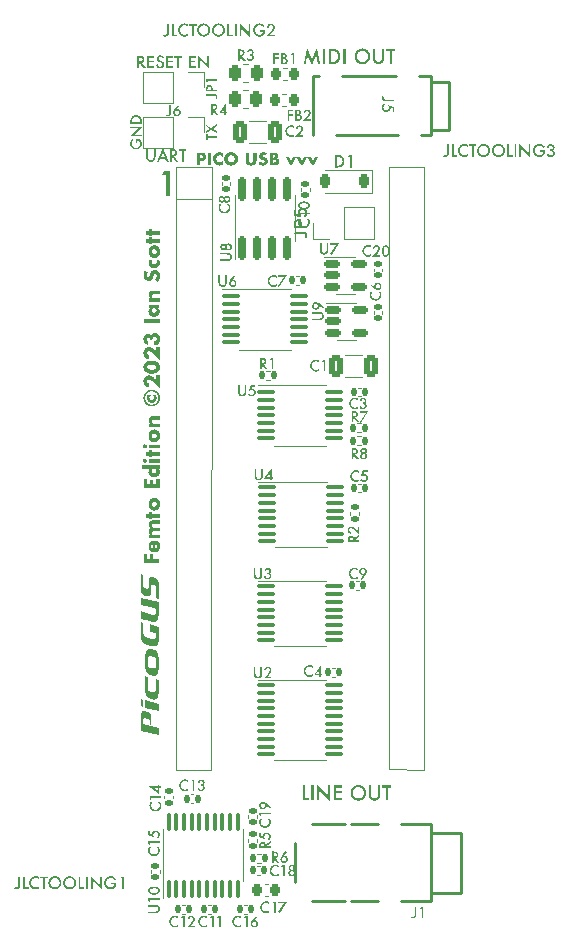
<source format=gbr>
%TF.GenerationSoftware,KiCad,Pcbnew,7.0.7*%
%TF.CreationDate,2023-09-26T08:28:04-06:00*%
%TF.ProjectId,PicoGUS Hand386,5069636f-4755-4532-9048-616e64333836,rev?*%
%TF.SameCoordinates,Original*%
%TF.FileFunction,Legend,Top*%
%TF.FilePolarity,Positive*%
%FSLAX46Y46*%
G04 Gerber Fmt 4.6, Leading zero omitted, Abs format (unit mm)*
G04 Created by KiCad (PCBNEW 7.0.7) date 2023-09-26 08:28:04*
%MOMM*%
%LPD*%
G01*
G04 APERTURE LIST*
G04 Aperture macros list*
%AMRoundRect*
0 Rectangle with rounded corners*
0 $1 Rounding radius*
0 $2 $3 $4 $5 $6 $7 $8 $9 X,Y pos of 4 corners*
0 Add a 4 corners polygon primitive as box body*
4,1,4,$2,$3,$4,$5,$6,$7,$8,$9,$2,$3,0*
0 Add four circle primitives for the rounded corners*
1,1,$1+$1,$2,$3*
1,1,$1+$1,$4,$5*
1,1,$1+$1,$6,$7*
1,1,$1+$1,$8,$9*
0 Add four rect primitives between the rounded corners*
20,1,$1+$1,$2,$3,$4,$5,0*
20,1,$1+$1,$4,$5,$6,$7,0*
20,1,$1+$1,$6,$7,$8,$9,0*
20,1,$1+$1,$8,$9,$2,$3,0*%
G04 Aperture macros list end*
%ADD10C,0.000000*%
%ADD11C,0.150000*%
%ADD12C,0.225000*%
%ADD13C,0.200000*%
%ADD14C,0.140000*%
%ADD15C,0.120000*%
%ADD16C,0.254000*%
%ADD17RoundRect,0.140000X-0.170000X0.140000X-0.170000X-0.140000X0.170000X-0.140000X0.170000X0.140000X0*%
%ADD18RoundRect,0.250000X-0.262500X-0.450000X0.262500X-0.450000X0.262500X0.450000X-0.262500X0.450000X0*%
%ADD19C,1.300000*%
%ADD20RoundRect,0.100000X-0.637500X-0.100000X0.637500X-0.100000X0.637500X0.100000X-0.637500X0.100000X0*%
%ADD21R,1.700000X1.700000*%
%ADD22O,1.700000X1.700000*%
%ADD23RoundRect,0.150000X0.150000X-0.825000X0.150000X0.825000X-0.150000X0.825000X-0.150000X-0.825000X0*%
%ADD24RoundRect,0.140000X-0.140000X-0.170000X0.140000X-0.170000X0.140000X0.170000X-0.140000X0.170000X0*%
%ADD25RoundRect,0.250000X0.325000X0.650000X-0.325000X0.650000X-0.325000X-0.650000X0.325000X-0.650000X0*%
%ADD26RoundRect,0.135000X-0.135000X-0.185000X0.135000X-0.185000X0.135000X0.185000X-0.135000X0.185000X0*%
%ADD27R,3.350000X1.250000*%
%ADD28C,1.100000*%
%ADD29R,1.500000X2.200000*%
%ADD30RoundRect,0.135000X0.185000X-0.135000X0.185000X0.135000X-0.185000X0.135000X-0.185000X-0.135000X0*%
%ADD31RoundRect,0.150000X-0.512500X-0.150000X0.512500X-0.150000X0.512500X0.150000X-0.512500X0.150000X0*%
%ADD32O,1.800000X1.600000*%
%ADD33RoundRect,0.140000X0.140000X0.170000X-0.140000X0.170000X-0.140000X-0.170000X0.140000X-0.170000X0*%
%ADD34RoundRect,0.218750X-0.218750X-0.256250X0.218750X-0.256250X0.218750X0.256250X-0.218750X0.256250X0*%
%ADD35RoundRect,0.100000X0.100000X-0.637500X0.100000X0.637500X-0.100000X0.637500X-0.100000X-0.637500X0*%
%ADD36RoundRect,0.225000X0.225000X0.375000X-0.225000X0.375000X-0.225000X-0.375000X0.225000X-0.375000X0*%
%ADD37RoundRect,0.225000X-0.225000X-0.250000X0.225000X-0.250000X0.225000X0.250000X-0.225000X0.250000X0*%
%ADD38C,1.200000*%
%ADD39R,1.500000X3.100000*%
%ADD40RoundRect,0.250000X0.262500X0.450000X-0.262500X0.450000X-0.262500X-0.450000X0.262500X-0.450000X0*%
G04 APERTURE END LIST*
D10*
G36*
X122199370Y-114441203D02*
G01*
X122199370Y-115050042D01*
X121085363Y-114746565D01*
X121085363Y-114136784D01*
X122199370Y-114441203D01*
G37*
G36*
X121496482Y-109759700D02*
G01*
X121538169Y-109765546D01*
X121582549Y-109775030D01*
X121747570Y-109818214D01*
X121800352Y-109833820D01*
X121850349Y-109852351D01*
X121897446Y-109873987D01*
X121941550Y-109898917D01*
X121982523Y-109927322D01*
X122020297Y-109959341D01*
X122037930Y-109976789D01*
X122054755Y-109995181D01*
X122070708Y-110014586D01*
X122085786Y-110035004D01*
X122099988Y-110056480D01*
X122113293Y-110078993D01*
X122125699Y-110102609D01*
X122137186Y-110127308D01*
X122147752Y-110153135D01*
X122157351Y-110180137D01*
X122166006Y-110208289D01*
X122173693Y-110237638D01*
X122186101Y-110299971D01*
X122194456Y-110367371D01*
X122198692Y-110439948D01*
X122198670Y-110517914D01*
X122198692Y-110948180D01*
X122198715Y-110948180D01*
X122199337Y-111131685D01*
X122200350Y-111255089D01*
X122201662Y-111309989D01*
X122201983Y-111372783D01*
X122201224Y-111439032D01*
X122198692Y-111507420D01*
X122193720Y-111576891D01*
X122185663Y-111646016D01*
X122180277Y-111680108D01*
X122173855Y-111713645D01*
X122166328Y-111746516D01*
X122157604Y-111778535D01*
X122147614Y-111809564D01*
X122136265Y-111839442D01*
X122123490Y-111868032D01*
X122109172Y-111895148D01*
X122093266Y-111920676D01*
X122075656Y-111944408D01*
X122056275Y-111966254D01*
X122035029Y-111986003D01*
X122011872Y-112003520D01*
X121986666Y-112018667D01*
X121959366Y-112031282D01*
X121929856Y-112041201D01*
X121898091Y-112048292D01*
X121863976Y-112052366D01*
X121827400Y-112053287D01*
X121788313Y-112050893D01*
X121782099Y-112050018D01*
X121746627Y-112045046D01*
X121702246Y-112035585D01*
X121537225Y-111992379D01*
X121484421Y-111976796D01*
X121434447Y-111958242D01*
X121387350Y-111936605D01*
X121343247Y-111911676D01*
X121302273Y-111883271D01*
X121264500Y-111851252D01*
X121246868Y-111833826D01*
X121230041Y-111815411D01*
X121214088Y-111796007D01*
X121199012Y-111775589D01*
X121184808Y-111754136D01*
X121171503Y-111731622D01*
X121159097Y-111708005D01*
X121147611Y-111683306D01*
X121137045Y-111657456D01*
X121127447Y-111630479D01*
X121118792Y-111602327D01*
X121111103Y-111572978D01*
X121098696Y-111510620D01*
X121090340Y-111443244D01*
X121086128Y-111370643D01*
X121086128Y-110911119D01*
X121285722Y-110911119D01*
X121286598Y-110989475D01*
X121288877Y-111057426D01*
X121292928Y-111115895D01*
X121295783Y-111141860D01*
X121299236Y-111165800D01*
X121303355Y-111187829D01*
X121308189Y-111208038D01*
X121313783Y-111226545D01*
X121320206Y-111243510D01*
X121327502Y-111259002D01*
X121335720Y-111273135D01*
X121344927Y-111286026D01*
X121355171Y-111297812D01*
X121366473Y-111308607D01*
X121378926Y-111318482D01*
X121392576Y-111327597D01*
X121407470Y-111336045D01*
X121423652Y-111343919D01*
X121441191Y-111351375D01*
X121480507Y-111365418D01*
X121525831Y-111379091D01*
X121577623Y-111393270D01*
X121702246Y-111426855D01*
X121723677Y-111432149D01*
X121744117Y-111435855D01*
X121763592Y-111438065D01*
X121782099Y-111438825D01*
X121799685Y-111438249D01*
X121816374Y-111436407D01*
X121832164Y-111433370D01*
X121847080Y-111429203D01*
X121861168Y-111424023D01*
X121874427Y-111417878D01*
X121886880Y-111410856D01*
X121898527Y-111403053D01*
X121909438Y-111394512D01*
X121919590Y-111385352D01*
X121929028Y-111375615D01*
X121937752Y-111365418D01*
X121945809Y-111354806D01*
X121953198Y-111343872D01*
X121959942Y-111332685D01*
X121966087Y-111321336D01*
X121976562Y-111298502D01*
X121984801Y-111275921D01*
X121990971Y-111254283D01*
X121995252Y-111234210D01*
X121997785Y-111216302D01*
X121998751Y-111201225D01*
X122003815Y-110965650D01*
X122003815Y-110947421D01*
X122003608Y-110947190D01*
X122003815Y-110915838D01*
X122003815Y-110900301D01*
X122002894Y-110821922D01*
X122000478Y-110753948D01*
X121996173Y-110695434D01*
X121993180Y-110669447D01*
X121989567Y-110645483D01*
X121985262Y-110623431D01*
X121980244Y-110603198D01*
X121974444Y-110584644D01*
X121967838Y-110567657D01*
X121960309Y-110552120D01*
X121951885Y-110537940D01*
X121942470Y-110525003D01*
X121931997Y-110513195D01*
X121920465Y-110502375D01*
X121907781Y-110492454D01*
X121893924Y-110483294D01*
X121878823Y-110474822D01*
X121862434Y-110466903D01*
X121844710Y-110459400D01*
X121805049Y-110445312D01*
X121759402Y-110431593D01*
X121707357Y-110417367D01*
X121582549Y-110383737D01*
X121561119Y-110378442D01*
X121540678Y-110374737D01*
X121521228Y-110372526D01*
X121502697Y-110371767D01*
X121485111Y-110372343D01*
X121468422Y-110374184D01*
X121452632Y-110377223D01*
X121437716Y-110381390D01*
X121423628Y-110386569D01*
X121410369Y-110392715D01*
X121397916Y-110399735D01*
X121386269Y-110407538D01*
X121375358Y-110416079D01*
X121365207Y-110425239D01*
X121355769Y-110434977D01*
X121347045Y-110445197D01*
X121338989Y-110455809D01*
X121331600Y-110466743D01*
X121324854Y-110477906D01*
X121318731Y-110489255D01*
X121308236Y-110512113D01*
X121299995Y-110534670D01*
X121293825Y-110556309D01*
X121289544Y-110576405D01*
X121287012Y-110594289D01*
X121286045Y-110609367D01*
X121285953Y-110863425D01*
X121286114Y-110888124D01*
X121285722Y-110888031D01*
X121285722Y-110911119D01*
X121086128Y-110911119D01*
X121086128Y-110841096D01*
X121086059Y-110841096D01*
X121085253Y-110666154D01*
X121084379Y-110551406D01*
X121083803Y-110514162D01*
X121083135Y-110500626D01*
X121082813Y-110437808D01*
X121083572Y-110371560D01*
X121086104Y-110303126D01*
X121091076Y-110233724D01*
X121099133Y-110164576D01*
X121104519Y-110130508D01*
X121110942Y-110096947D01*
X121118469Y-110064100D01*
X121127193Y-110032057D01*
X121137183Y-110001028D01*
X121148531Y-109971149D01*
X121161306Y-109942583D01*
X121175624Y-109915444D01*
X121191530Y-109889939D01*
X121209140Y-109866184D01*
X121228521Y-109844362D01*
X121249767Y-109824589D01*
X121272924Y-109807072D01*
X121298130Y-109791926D01*
X121325430Y-109779311D01*
X121354940Y-109769390D01*
X121386707Y-109762324D01*
X121420820Y-109758248D01*
X121457397Y-109757329D01*
X121496482Y-109759700D01*
G37*
G36*
X120919865Y-107553488D02*
G01*
X120919865Y-108325187D01*
X120921749Y-108403601D01*
X120926838Y-108472214D01*
X120936075Y-108531778D01*
X120942296Y-108558545D01*
X120949835Y-108583426D01*
X120958694Y-108606422D01*
X120968873Y-108627911D01*
X120980559Y-108647891D01*
X120993944Y-108666364D01*
X121008834Y-108683705D01*
X121025234Y-108699916D01*
X121043706Y-108714995D01*
X121063875Y-108729322D01*
X121110245Y-108755710D01*
X121164908Y-108779839D01*
X121228431Y-108803023D01*
X121301756Y-108826019D01*
X121703439Y-108936478D01*
X121724926Y-108941755D01*
X121745284Y-108945524D01*
X121764888Y-108947788D01*
X121783360Y-108948541D01*
X121800891Y-108947975D01*
X121817667Y-108946090D01*
X121833312Y-108943075D01*
X121848391Y-108938927D01*
X121862340Y-108933650D01*
X121875723Y-108927617D01*
X121888164Y-108920455D01*
X121899850Y-108912727D01*
X121910595Y-108904244D01*
X121920774Y-108895009D01*
X121930198Y-108885206D01*
X121939057Y-108875027D01*
X121946974Y-108864472D01*
X121954515Y-108853540D01*
X121961112Y-108842417D01*
X121967332Y-108831109D01*
X121977699Y-108808112D01*
X121985992Y-108785681D01*
X121992213Y-108764003D01*
X121996549Y-108743834D01*
X121998999Y-108725929D01*
X121999942Y-108710849D01*
X122000130Y-108456946D01*
X121466500Y-108306149D01*
X121466311Y-107695613D01*
X122203140Y-107894852D01*
X122201065Y-108040183D01*
X122200689Y-108358739D01*
X122202951Y-108819610D01*
X122203140Y-108882568D01*
X122202385Y-108948730D01*
X122199936Y-109017152D01*
X122195034Y-109086520D01*
X122186929Y-109155698D01*
X122181462Y-109189814D01*
X122175054Y-109223366D01*
X122167513Y-109256165D01*
X122158843Y-109288210D01*
X122148853Y-109319311D01*
X122137543Y-109349093D01*
X122124726Y-109377745D01*
X122110399Y-109404889D01*
X122094567Y-109430335D01*
X122076847Y-109454086D01*
X122057433Y-109475950D01*
X122036322Y-109495742D01*
X122013136Y-109513273D01*
X121987878Y-109528352D01*
X121960546Y-109540982D01*
X121931140Y-109550972D01*
X121899285Y-109557946D01*
X121865167Y-109562093D01*
X121828599Y-109563035D01*
X121789581Y-109560586D01*
X121747924Y-109554742D01*
X121703439Y-109545317D01*
X121176218Y-109407149D01*
X121123251Y-109391693D01*
X121073300Y-109373032D01*
X121026176Y-109351355D01*
X120982068Y-109326473D01*
X120941165Y-109298200D01*
X120903465Y-109266155D01*
X120885747Y-109248626D01*
X120868970Y-109230341D01*
X120852948Y-109210927D01*
X120837869Y-109190380D01*
X120823731Y-109168892D01*
X120810348Y-109146461D01*
X120797907Y-109122899D01*
X120786410Y-109098206D01*
X120775854Y-109072382D01*
X120766428Y-109045238D01*
X120757758Y-109017152D01*
X120750030Y-108987748D01*
X120737589Y-108925544D01*
X120729296Y-108858062D01*
X120724961Y-108785492D01*
X120724961Y-107497504D01*
X120919865Y-107553488D01*
G37*
G36*
X120920241Y-114091733D02*
G01*
X120920241Y-114701703D01*
X120724206Y-114648171D01*
X120724206Y-114038201D01*
X120920241Y-114091733D01*
G37*
G36*
X120967554Y-115027212D02*
G01*
X121009400Y-115034753D01*
X121350198Y-115128057D01*
X121371122Y-115133336D01*
X121390725Y-115140122D01*
X121409009Y-115148037D01*
X121426352Y-115157274D01*
X121442561Y-115167641D01*
X121457642Y-115178951D01*
X121471777Y-115191392D01*
X121484973Y-115204775D01*
X121497036Y-115218912D01*
X121508346Y-115233992D01*
X121518714Y-115250013D01*
X121528138Y-115266602D01*
X121536808Y-115283754D01*
X121544725Y-115301661D01*
X121552077Y-115319945D01*
X121558485Y-115338795D01*
X121564329Y-115358021D01*
X121569418Y-115377624D01*
X121578090Y-115417586D01*
X121584687Y-115458300D01*
X121589587Y-115499204D01*
X121592791Y-115539920D01*
X121594866Y-115579880D01*
X121596562Y-115655466D01*
X121597881Y-115654902D01*
X121597881Y-116207381D01*
X121465935Y-116255447D01*
X121466500Y-115955363D01*
X121465180Y-115923318D01*
X121464238Y-115907673D01*
X121462542Y-115892217D01*
X121460280Y-115877138D01*
X121457076Y-115862435D01*
X121452740Y-115847921D01*
X121450101Y-115840946D01*
X121447085Y-115833972D01*
X121443692Y-115827186D01*
X121439922Y-115820400D01*
X121435776Y-115813614D01*
X121431252Y-115807206D01*
X121426352Y-115800797D01*
X121420697Y-115794389D01*
X121414664Y-115788356D01*
X121408256Y-115782324D01*
X121401092Y-115776293D01*
X121393553Y-115770638D01*
X121385259Y-115764983D01*
X121376400Y-115759517D01*
X121366787Y-115754051D01*
X121356608Y-115748961D01*
X121345863Y-115743872D01*
X121334366Y-115738970D01*
X121055015Y-115657917D01*
X121035977Y-115651509D01*
X121027118Y-115648869D01*
X121018635Y-115646607D01*
X121010531Y-115644911D01*
X121002803Y-115643780D01*
X120995451Y-115643027D01*
X120988665Y-115642838D01*
X120981879Y-115643214D01*
X120975659Y-115643969D01*
X120969815Y-115645476D01*
X120964349Y-115647362D01*
X120959072Y-115650000D01*
X120954170Y-115653206D01*
X120949646Y-115657164D01*
X120945500Y-115661687D01*
X120941541Y-115666965D01*
X120937959Y-115672808D01*
X120934755Y-115679406D01*
X120931740Y-115686758D01*
X120929100Y-115695051D01*
X120926651Y-115703910D01*
X120924576Y-115713524D01*
X120922692Y-115724079D01*
X120921183Y-115735389D01*
X120919865Y-115747641D01*
X120918921Y-115760648D01*
X120918168Y-115774596D01*
X120917414Y-115805321D01*
X120917603Y-115839815D01*
X120918168Y-116130098D01*
X122200689Y-116476929D01*
X122200689Y-117087842D01*
X120724395Y-116687291D01*
X120724395Y-115521635D01*
X120722699Y-115449441D01*
X120722886Y-115383279D01*
X120725337Y-115323150D01*
X120730050Y-115269053D01*
X120737024Y-115220420D01*
X120746637Y-115177632D01*
X120758889Y-115140309D01*
X120766052Y-115123533D01*
X120773969Y-115108265D01*
X120782451Y-115094316D01*
X120791876Y-115081688D01*
X120801866Y-115070378D01*
X120812799Y-115060199D01*
X120824486Y-115051529D01*
X120836927Y-115043988D01*
X120850310Y-115037580D01*
X120864446Y-115032491D01*
X120879338Y-115028721D01*
X120895172Y-115026081D01*
X120911948Y-115024574D01*
X120929666Y-115024385D01*
X120967554Y-115027212D01*
G37*
G36*
X121280832Y-112148202D02*
G01*
X121280832Y-112919903D01*
X121281776Y-112998317D01*
X121284225Y-113066175D01*
X121288562Y-113124797D01*
X121291577Y-113150810D01*
X121295159Y-113174748D01*
X121299494Y-113196801D01*
X121304394Y-113216972D01*
X121310238Y-113235632D01*
X121316835Y-113252597D01*
X121324376Y-113268053D01*
X121332857Y-113282190D01*
X121342283Y-113295197D01*
X121352649Y-113307072D01*
X121364336Y-113317817D01*
X121376966Y-113327805D01*
X121390725Y-113336853D01*
X121405994Y-113345336D01*
X121422204Y-113353253D01*
X121440111Y-113360793D01*
X121479694Y-113374931D01*
X121525311Y-113388690D01*
X121577335Y-113402828D01*
X121702119Y-113436380D01*
X121723608Y-113441658D01*
X121743966Y-113445428D01*
X121763568Y-113447690D01*
X121782042Y-113448443D01*
X121799571Y-113447877D01*
X121816347Y-113445993D01*
X121832181Y-113442977D01*
X121847071Y-113438829D01*
X121861021Y-113433552D01*
X121874404Y-113427521D01*
X121886844Y-113420358D01*
X121898532Y-113412629D01*
X121909464Y-113404146D01*
X121919454Y-113394911D01*
X121928878Y-113385108D01*
X121937737Y-113374931D01*
X121945843Y-113364374D01*
X121953195Y-113353442D01*
X121959981Y-113342321D01*
X121966012Y-113331011D01*
X121976568Y-113308014D01*
X121984674Y-113285583D01*
X121990894Y-113263907D01*
X121995229Y-113243738D01*
X121997680Y-113225831D01*
X121998622Y-113210751D01*
X121998811Y-112956848D01*
X121998622Y-112346123D01*
X122201820Y-112394754D01*
X122199747Y-112540085D01*
X122199558Y-112858454D01*
X122201631Y-113319513D01*
X122202009Y-113382470D01*
X122201065Y-113448632D01*
X122198616Y-113517056D01*
X122193715Y-113586422D01*
X122185609Y-113655599D01*
X122180143Y-113689716D01*
X122173734Y-113723270D01*
X122166195Y-113756067D01*
X122157523Y-113788112D01*
X122147533Y-113819213D01*
X122136223Y-113848995D01*
X122123406Y-113877647D01*
X122109081Y-113904791D01*
X122093247Y-113930237D01*
X122075529Y-113953988D01*
X122056302Y-113975853D01*
X122035002Y-113995646D01*
X122011816Y-114013175D01*
X121986559Y-114028254D01*
X121959226Y-114040884D01*
X121929822Y-114050874D01*
X121897966Y-114057848D01*
X121863847Y-114061995D01*
X121827280Y-114062937D01*
X121788262Y-114060488D01*
X121746604Y-114054644D01*
X121702119Y-114045219D01*
X121537186Y-114001865D01*
X121484407Y-113986409D01*
X121434267Y-113967747D01*
X121387332Y-113946260D01*
X121343225Y-113921189D01*
X121302132Y-113892915D01*
X121264433Y-113860871D01*
X121246715Y-113843340D01*
X121229939Y-113825057D01*
X121213917Y-113805642D01*
X121198838Y-113785095D01*
X121184700Y-113763608D01*
X121171317Y-113741177D01*
X121159065Y-113717615D01*
X121147566Y-113692922D01*
X121137011Y-113667098D01*
X121127397Y-113639954D01*
X121118727Y-113611869D01*
X121110998Y-113582463D01*
X121098558Y-113520260D01*
X121090263Y-113452779D01*
X121086117Y-113380208D01*
X121086117Y-112092219D01*
X121280832Y-112148202D01*
G37*
G36*
X121464804Y-105625747D02*
G01*
X121464804Y-105623674D01*
X122201443Y-105822913D01*
X122201254Y-105823666D01*
X122201065Y-105826306D01*
X122200689Y-105835919D01*
X122200312Y-105851566D01*
X122200123Y-105872300D01*
X122200123Y-106435523D01*
X122199370Y-106435334D01*
X122200123Y-106656250D01*
X122200689Y-106723355D01*
X122201254Y-106747670D01*
X122201443Y-106810439D01*
X122200689Y-106876601D01*
X122198238Y-106945025D01*
X122193148Y-107014580D01*
X122185233Y-107083568D01*
X122179767Y-107117687D01*
X122173357Y-107151239D01*
X122165817Y-107184037D01*
X122157147Y-107216081D01*
X122147157Y-107247182D01*
X122135847Y-107276965D01*
X122123029Y-107305616D01*
X122108703Y-107332760D01*
X122092681Y-107358208D01*
X122075151Y-107381957D01*
X122055736Y-107403823D01*
X122034625Y-107423614D01*
X122011440Y-107441144D01*
X121986181Y-107456224D01*
X121958850Y-107468854D01*
X121929444Y-107478844D01*
X121897588Y-107485817D01*
X121863471Y-107489965D01*
X121826904Y-107490907D01*
X121787884Y-107488457D01*
X121746039Y-107482613D01*
X121701742Y-107473189D01*
X121174334Y-107335210D01*
X121164155Y-107332382D01*
X121153976Y-107329556D01*
X121143986Y-107326540D01*
X121133994Y-107323523D01*
X121124193Y-107320508D01*
X121114580Y-107317114D01*
X121104966Y-107313722D01*
X121095353Y-107310329D01*
X120724772Y-107209484D01*
X120724772Y-106748990D01*
X120723641Y-106721659D01*
X120722886Y-106693760D01*
X120722886Y-106664921D01*
X120723263Y-106635515D01*
X120723263Y-106597628D01*
X121464804Y-106799507D01*
X121464804Y-106799318D01*
X121701742Y-106864538D01*
X121723230Y-106869815D01*
X121743588Y-106873397D01*
X121763002Y-106875659D01*
X121781664Y-106876412D01*
X121799194Y-106875847D01*
X121815970Y-106873963D01*
X121831615Y-106870946D01*
X121846695Y-106866800D01*
X121860643Y-106861522D01*
X121874026Y-106855490D01*
X121886467Y-106848515D01*
X121897966Y-106840598D01*
X121908898Y-106832117D01*
X121919077Y-106822880D01*
X121928502Y-106813267D01*
X121937361Y-106802900D01*
X121945278Y-106792343D01*
X121952629Y-106781411D01*
X121959415Y-106770290D01*
X121965636Y-106758980D01*
X121976002Y-106736173D01*
X121984296Y-106713553D01*
X121990516Y-106691876D01*
X121994853Y-106671895D01*
X121997302Y-106653988D01*
X121998246Y-106638908D01*
X121998433Y-106384817D01*
X121572435Y-106264556D01*
X120724772Y-106033651D01*
X120724772Y-105423680D01*
X121464804Y-105625747D01*
G37*
G36*
X120917792Y-103526663D02*
G01*
X120918168Y-104389783D01*
X120918168Y-104406748D01*
X120918734Y-104422958D01*
X120919487Y-104438039D01*
X120920430Y-104452364D01*
X120921938Y-104465935D01*
X120923634Y-104478754D01*
X120925520Y-104490628D01*
X120927782Y-104501750D01*
X120930420Y-104512117D01*
X120933248Y-104521919D01*
X120936263Y-104530966D01*
X120939468Y-104539448D01*
X120943049Y-104547367D01*
X120946631Y-104554528D01*
X120950589Y-104561126D01*
X120954735Y-104567345D01*
X120959072Y-104573000D01*
X120963596Y-104578279D01*
X120968307Y-104582992D01*
X120973020Y-104587327D01*
X120977921Y-104591284D01*
X120983010Y-104594867D01*
X120988287Y-104598070D01*
X120993566Y-104601086D01*
X120999033Y-104603726D01*
X121004498Y-104606174D01*
X121015808Y-104610511D01*
X121027307Y-104614280D01*
X121038993Y-104617486D01*
X121190355Y-104659709D01*
X121202231Y-104662724D01*
X121213728Y-104664986D01*
X121224473Y-104666872D01*
X121234652Y-104668004D01*
X121244453Y-104668757D01*
X121253501Y-104668757D01*
X121262172Y-104668192D01*
X121270466Y-104667247D01*
X121278005Y-104665742D01*
X121285356Y-104663668D01*
X121292142Y-104661028D01*
X121298363Y-104657825D01*
X121304207Y-104654242D01*
X121309862Y-104650096D01*
X121314950Y-104645383D01*
X121319663Y-104640293D01*
X121323998Y-104634638D01*
X121327956Y-104628607D01*
X121331538Y-104622010D01*
X121334931Y-104614847D01*
X121337946Y-104607496D01*
X121340774Y-104599580D01*
X121345298Y-104582426D01*
X121348880Y-104563576D01*
X121351707Y-104543030D01*
X121353591Y-104520787D01*
X121354911Y-104497226D01*
X121353780Y-104418058D01*
X121353969Y-104244077D01*
X121354911Y-103991494D01*
X121354157Y-103971326D01*
X121354346Y-103951721D01*
X121354911Y-103932683D01*
X121356419Y-103914400D01*
X121358493Y-103896493D01*
X121361132Y-103879337D01*
X121364525Y-103862563D01*
X121368671Y-103846727D01*
X121373384Y-103831462D01*
X121378662Y-103816759D01*
X121384883Y-103802998D01*
X121391669Y-103789802D01*
X121399019Y-103777361D01*
X121407125Y-103765865D01*
X121415984Y-103754932D01*
X121425408Y-103744940D01*
X121435587Y-103735706D01*
X121446519Y-103727224D01*
X121458018Y-103719872D01*
X121470270Y-103713086D01*
X121483087Y-103707431D01*
X121496659Y-103702718D01*
X121510984Y-103698758D01*
X121525876Y-103695931D01*
X121541709Y-103694048D01*
X121557921Y-103693105D01*
X121575073Y-103693105D01*
X121592791Y-103694236D01*
X121611264Y-103696498D01*
X121630302Y-103699703D01*
X121650283Y-103704037D01*
X121670829Y-103709506D01*
X121948482Y-103785656D01*
X121966201Y-103791311D01*
X121982977Y-103797907D01*
X121999188Y-103805260D01*
X122014455Y-103813364D01*
X122029158Y-103822225D01*
X122043108Y-103831837D01*
X122056302Y-103842205D01*
X122068743Y-103853135D01*
X122080618Y-103864636D01*
X122091927Y-103876699D01*
X122102484Y-103889327D01*
X122112474Y-103902523D01*
X122130568Y-103930231D01*
X122146213Y-103959262D01*
X122159785Y-103989610D01*
X122171095Y-104021087D01*
X122180520Y-104052943D01*
X122188059Y-104085176D01*
X122193715Y-104117596D01*
X122197861Y-104149642D01*
X122200312Y-104181119D01*
X122201443Y-104211844D01*
X122201443Y-105551668D01*
X121998999Y-105499831D01*
X121999753Y-104597882D01*
X121998811Y-104577148D01*
X121996926Y-104557354D01*
X121993909Y-104538695D01*
X121992025Y-104529647D01*
X121989951Y-104520976D01*
X121987501Y-104512493D01*
X121984861Y-104504200D01*
X121981846Y-104496095D01*
X121978453Y-104488366D01*
X121974871Y-104480638D01*
X121970913Y-104473286D01*
X121966767Y-104466125D01*
X121962243Y-104458961D01*
X121957342Y-104452174D01*
X121952064Y-104445578D01*
X121946409Y-104438981D01*
X121940377Y-104432761D01*
X121934157Y-104426540D01*
X121927371Y-104420696D01*
X121920396Y-104414854D01*
X121912857Y-104409199D01*
X121904940Y-104403544D01*
X121896835Y-104398267D01*
X121879116Y-104387900D01*
X121859701Y-104377909D01*
X121838589Y-104368483D01*
X121706077Y-104330974D01*
X121687794Y-104324942D01*
X121678935Y-104322680D01*
X121670263Y-104320795D01*
X121661781Y-104319286D01*
X121653487Y-104318155D01*
X121645383Y-104317589D01*
X121637653Y-104317589D01*
X121629925Y-104317778D01*
X121622763Y-104318720D01*
X121615600Y-104319851D01*
X121608814Y-104321737D01*
X121602217Y-104323999D01*
X121595997Y-104326637D01*
X121590153Y-104329843D01*
X121584498Y-104333612D01*
X121579219Y-104337947D01*
X121574131Y-104342659D01*
X121569418Y-104347936D01*
X121565083Y-104353781D01*
X121561125Y-104360189D01*
X121557543Y-104367166D01*
X121554339Y-104374516D01*
X121551322Y-104382622D01*
X121548873Y-104391103D01*
X121546798Y-104400338D01*
X121545102Y-104409952D01*
X121543783Y-104420320D01*
X121542841Y-104431064D01*
X121542463Y-104442563D01*
X121542463Y-104454626D01*
X121543029Y-104467256D01*
X121543783Y-104673658D01*
X121543594Y-104815217D01*
X121542841Y-104879117D01*
X121543029Y-105019547D01*
X121540956Y-105060073D01*
X121536244Y-105100411D01*
X121532850Y-105120202D01*
X121528515Y-105139807D01*
X121523049Y-105158654D01*
X121516452Y-105176939D01*
X121508535Y-105194281D01*
X121499487Y-105210680D01*
X121488742Y-105226138D01*
X121476679Y-105240274D01*
X121462731Y-105253091D01*
X121447274Y-105264400D01*
X121429745Y-105274202D01*
X121410329Y-105282119D01*
X121389029Y-105288152D01*
X121365278Y-105292298D01*
X121339455Y-105294184D01*
X121311180Y-105293807D01*
X121280456Y-105290978D01*
X121247093Y-105285701D01*
X121211090Y-105277597D01*
X121172259Y-105266852D01*
X120920996Y-105201067D01*
X120901014Y-105191644D01*
X120882542Y-105181274D01*
X120865200Y-105170153D01*
X120849179Y-105158279D01*
X120834476Y-105145649D01*
X120820905Y-105132266D01*
X120808275Y-105118130D01*
X120796965Y-105103238D01*
X120786599Y-105087404D01*
X120777174Y-105070817D01*
X120761151Y-105035569D01*
X120748523Y-104996926D01*
X120738720Y-104955080D01*
X120731558Y-104910029D01*
X120726657Y-104861776D01*
X120723452Y-104810317D01*
X120721755Y-104755465D01*
X120721568Y-104502503D01*
X120721755Y-103468796D01*
X120917792Y-103526663D01*
G37*
D11*
G36*
X134577813Y-121329466D02*
G01*
X134577813Y-122417421D01*
X134951798Y-122417421D01*
X134951798Y-122605000D01*
X134389062Y-122605000D01*
X134389062Y-121329466D01*
X134577813Y-121329466D01*
G37*
G36*
X135322265Y-121329466D02*
G01*
X135322265Y-122605000D01*
X135133515Y-122605000D01*
X135133515Y-121329466D01*
X135322265Y-121329466D01*
G37*
G36*
X135628253Y-122605000D02*
G01*
X135628253Y-121243004D01*
X136547387Y-122215774D01*
X136547387Y-121329466D01*
X136736138Y-121329466D01*
X136736138Y-122682376D01*
X135817004Y-121711950D01*
X135817004Y-122605000D01*
X135628253Y-122605000D01*
G37*
G36*
X137749062Y-121517044D02*
G01*
X137234394Y-121517044D01*
X137234394Y-121817170D01*
X137730304Y-121817170D01*
X137730304Y-122004748D01*
X137234394Y-122004748D01*
X137234394Y-122417421D01*
X137749062Y-122417421D01*
X137749062Y-122605000D01*
X137045643Y-122605000D01*
X137045643Y-121329466D01*
X137749062Y-121329466D01*
X137749062Y-121517044D01*
G37*
G36*
X139134229Y-121292142D02*
G01*
X139150802Y-121292717D01*
X139167225Y-121293676D01*
X139183497Y-121295018D01*
X139199620Y-121296744D01*
X139215593Y-121298854D01*
X139231416Y-121301347D01*
X139247089Y-121304223D01*
X139262612Y-121307483D01*
X139277985Y-121311127D01*
X139293208Y-121315154D01*
X139308281Y-121319565D01*
X139323204Y-121324359D01*
X139337977Y-121329537D01*
X139352600Y-121335098D01*
X139367073Y-121341043D01*
X139381397Y-121347371D01*
X139395570Y-121354083D01*
X139409593Y-121361178D01*
X139423466Y-121368657D01*
X139437189Y-121376520D01*
X139450763Y-121384766D01*
X139464186Y-121393396D01*
X139477459Y-121402409D01*
X139490582Y-121411805D01*
X139503556Y-121421586D01*
X139516379Y-121431749D01*
X139529052Y-121442297D01*
X139541576Y-121453228D01*
X139553949Y-121464542D01*
X139566172Y-121476240D01*
X139578246Y-121488321D01*
X139590129Y-121500671D01*
X139601635Y-121513176D01*
X139612763Y-121525834D01*
X139623515Y-121538646D01*
X139633889Y-121551612D01*
X139643886Y-121564732D01*
X139653505Y-121578006D01*
X139662748Y-121591434D01*
X139671613Y-121605017D01*
X139680101Y-121618753D01*
X139688212Y-121632643D01*
X139695945Y-121646687D01*
X139703301Y-121660885D01*
X139710280Y-121675237D01*
X139716882Y-121689743D01*
X139723106Y-121704403D01*
X139728954Y-121719217D01*
X139734423Y-121734185D01*
X139739516Y-121749307D01*
X139744232Y-121764583D01*
X139748570Y-121780013D01*
X139752531Y-121795597D01*
X139756115Y-121811335D01*
X139759321Y-121827226D01*
X139762151Y-121843272D01*
X139764603Y-121859472D01*
X139766678Y-121875826D01*
X139768375Y-121892334D01*
X139769695Y-121908996D01*
X139770639Y-121925812D01*
X139771204Y-121942781D01*
X139771393Y-121959905D01*
X139771204Y-121977134D01*
X139770635Y-121994198D01*
X139769688Y-122011098D01*
X139768361Y-122027834D01*
X139766656Y-122044405D01*
X139764572Y-122060812D01*
X139762109Y-122077055D01*
X139759266Y-122093134D01*
X139756045Y-122109048D01*
X139752445Y-122124798D01*
X139748466Y-122140383D01*
X139744108Y-122155805D01*
X139739371Y-122171062D01*
X139734255Y-122186155D01*
X139728760Y-122201083D01*
X139722886Y-122215847D01*
X139716634Y-122230447D01*
X139710002Y-122244883D01*
X139702991Y-122259154D01*
X139695601Y-122273261D01*
X139687833Y-122287204D01*
X139679685Y-122300982D01*
X139671159Y-122314597D01*
X139662253Y-122328046D01*
X139652969Y-122341332D01*
X139643305Y-122354453D01*
X139633263Y-122367410D01*
X139622842Y-122380203D01*
X139612041Y-122392831D01*
X139600862Y-122405295D01*
X139589304Y-122417595D01*
X139577367Y-122429731D01*
X139565143Y-122441668D01*
X139552761Y-122453226D01*
X139540221Y-122464405D01*
X139527523Y-122475206D01*
X139514667Y-122485627D01*
X139501653Y-122495670D01*
X139488481Y-122505333D01*
X139475151Y-122514617D01*
X139461663Y-122523523D01*
X139448017Y-122532050D01*
X139434213Y-122540197D01*
X139420251Y-122547966D01*
X139406131Y-122555355D01*
X139391853Y-122562366D01*
X139377418Y-122568998D01*
X139362824Y-122575251D01*
X139348072Y-122581125D01*
X139333162Y-122586619D01*
X139318094Y-122591735D01*
X139302868Y-122596472D01*
X139287484Y-122600830D01*
X139271942Y-122604809D01*
X139256243Y-122608410D01*
X139240385Y-122611631D01*
X139224369Y-122614473D01*
X139208195Y-122616936D01*
X139191863Y-122619020D01*
X139175373Y-122620726D01*
X139158726Y-122622052D01*
X139141920Y-122622999D01*
X139124956Y-122623568D01*
X139107834Y-122623757D01*
X139092660Y-122623589D01*
X139077584Y-122623085D01*
X139062605Y-122622245D01*
X139047723Y-122621069D01*
X139032938Y-122619557D01*
X139018251Y-122617709D01*
X139003661Y-122615525D01*
X138989169Y-122613005D01*
X138974773Y-122610148D01*
X138960476Y-122606956D01*
X138946275Y-122603428D01*
X138932172Y-122599564D01*
X138918166Y-122595363D01*
X138904257Y-122590827D01*
X138890446Y-122585955D01*
X138876732Y-122580746D01*
X138863115Y-122575202D01*
X138849595Y-122569321D01*
X138836173Y-122563105D01*
X138822849Y-122556552D01*
X138809621Y-122549664D01*
X138796491Y-122542439D01*
X138783458Y-122534879D01*
X138770523Y-122526982D01*
X138757684Y-122518750D01*
X138744943Y-122510181D01*
X138732300Y-122501276D01*
X138719754Y-122492036D01*
X138707305Y-122482459D01*
X138694953Y-122472546D01*
X138682699Y-122462297D01*
X138670542Y-122451713D01*
X138657414Y-122439673D01*
X138644704Y-122427403D01*
X138632410Y-122414904D01*
X138620533Y-122402176D01*
X138609073Y-122389218D01*
X138598029Y-122376030D01*
X138587402Y-122362613D01*
X138577192Y-122348966D01*
X138567399Y-122335089D01*
X138558022Y-122320984D01*
X138549062Y-122306648D01*
X138540519Y-122292083D01*
X138532393Y-122277289D01*
X138524683Y-122262265D01*
X138517390Y-122247011D01*
X138510514Y-122231528D01*
X138504054Y-122215815D01*
X138498012Y-122199873D01*
X138492386Y-122183701D01*
X138487176Y-122167300D01*
X138482384Y-122150669D01*
X138478008Y-122133808D01*
X138474049Y-122116718D01*
X138470507Y-122099398D01*
X138467381Y-122081849D01*
X138464672Y-122064071D01*
X138462380Y-122046062D01*
X138460505Y-122027825D01*
X138459046Y-122009357D01*
X138458005Y-121990660D01*
X138457380Y-121971734D01*
X138457193Y-121954630D01*
X138645922Y-121954630D01*
X138646059Y-121967691D01*
X138646472Y-121980607D01*
X138647159Y-121993378D01*
X138648120Y-122006003D01*
X138649357Y-122018483D01*
X138650868Y-122030817D01*
X138652654Y-122043006D01*
X138654715Y-122055050D01*
X138657050Y-122066948D01*
X138659661Y-122078701D01*
X138662546Y-122090309D01*
X138665706Y-122101771D01*
X138669140Y-122113087D01*
X138672850Y-122124259D01*
X138681093Y-122146165D01*
X138690435Y-122167490D01*
X138700877Y-122188233D01*
X138712417Y-122208394D01*
X138725057Y-122227974D01*
X138738795Y-122246972D01*
X138746077Y-122256253D01*
X138753633Y-122265389D01*
X138761464Y-122274379D01*
X138769570Y-122283224D01*
X138777951Y-122291923D01*
X138786606Y-122300478D01*
X138795404Y-122308826D01*
X138804288Y-122316910D01*
X138813255Y-122324729D01*
X138822308Y-122332283D01*
X138840668Y-122346595D01*
X138859366Y-122359847D01*
X138878403Y-122372039D01*
X138897779Y-122383171D01*
X138917494Y-122393242D01*
X138937548Y-122402254D01*
X138957941Y-122410205D01*
X138978672Y-122417096D01*
X138999743Y-122422927D01*
X139021152Y-122427698D01*
X139042901Y-122431408D01*
X139064988Y-122434059D01*
X139087414Y-122435649D01*
X139110179Y-122436179D01*
X139122556Y-122436044D01*
X139134811Y-122435640D01*
X139146944Y-122434966D01*
X139158956Y-122434022D01*
X139170845Y-122432809D01*
X139182612Y-122431326D01*
X139194258Y-122429573D01*
X139217183Y-122425259D01*
X139239621Y-122419867D01*
X139261571Y-122413396D01*
X139283033Y-122405846D01*
X139304007Y-122397219D01*
X139324494Y-122387512D01*
X139344493Y-122376727D01*
X139364004Y-122364864D01*
X139383027Y-122351922D01*
X139401563Y-122337902D01*
X139410648Y-122330487D01*
X139419611Y-122322803D01*
X139428452Y-122314849D01*
X139437171Y-122306626D01*
X139445769Y-122298133D01*
X139454189Y-122289336D01*
X139462343Y-122280420D01*
X139470229Y-122271386D01*
X139477848Y-122262234D01*
X139485200Y-122252963D01*
X139492284Y-122243573D01*
X139505651Y-122224439D01*
X139517948Y-122204830D01*
X139529176Y-122184748D01*
X139539335Y-122164191D01*
X139548424Y-122143161D01*
X139556444Y-122121656D01*
X139563394Y-122099678D01*
X139569276Y-122077225D01*
X139574088Y-122054299D01*
X139576093Y-122042658D01*
X139577830Y-122030899D01*
X139579301Y-122019021D01*
X139580504Y-122007024D01*
X139581439Y-121994909D01*
X139582108Y-121982676D01*
X139582509Y-121970324D01*
X139582642Y-121957854D01*
X139582510Y-121945241D01*
X139582114Y-121932757D01*
X139581455Y-121920399D01*
X139580531Y-121908170D01*
X139579343Y-121896068D01*
X139577892Y-121884094D01*
X139576177Y-121872248D01*
X139574198Y-121860529D01*
X139571954Y-121848938D01*
X139569447Y-121837474D01*
X139563642Y-121814930D01*
X139556780Y-121792897D01*
X139548863Y-121771374D01*
X139539891Y-121750362D01*
X139529863Y-121729861D01*
X139518779Y-121709870D01*
X139506640Y-121690389D01*
X139493445Y-121671420D01*
X139479195Y-121652961D01*
X139471674Y-121643923D01*
X139463889Y-121635012D01*
X139455840Y-121626230D01*
X139447527Y-121617575D01*
X139439075Y-121609081D01*
X139430498Y-121600858D01*
X139421796Y-121592904D01*
X139404018Y-121577805D01*
X139385741Y-121563785D01*
X139366965Y-121550843D01*
X139347690Y-121538980D01*
X139327915Y-121528195D01*
X139307642Y-121518489D01*
X139286869Y-121509861D01*
X139265597Y-121502311D01*
X139243826Y-121495841D01*
X139221555Y-121490448D01*
X139198786Y-121486134D01*
X139175517Y-121482899D01*
X139163696Y-121481685D01*
X139151749Y-121480742D01*
X139139678Y-121480068D01*
X139127482Y-121479663D01*
X139115161Y-121479528D01*
X139102875Y-121479663D01*
X139090710Y-121480068D01*
X139078666Y-121480742D01*
X139066742Y-121481685D01*
X139054939Y-121482899D01*
X139043257Y-121484382D01*
X139020255Y-121488156D01*
X138997736Y-121493010D01*
X138975700Y-121498941D01*
X138954148Y-121505951D01*
X138933078Y-121514040D01*
X138912492Y-121523207D01*
X138892389Y-121533453D01*
X138872769Y-121544777D01*
X138853632Y-121557179D01*
X138834979Y-121570660D01*
X138816808Y-121585220D01*
X138807904Y-121592904D01*
X138799121Y-121600858D01*
X138790458Y-121609081D01*
X138781916Y-121617575D01*
X138773550Y-121626173D01*
X138765448Y-121634897D01*
X138757613Y-121643745D01*
X138750043Y-121652718D01*
X138735700Y-121671039D01*
X138722419Y-121689858D01*
X138710201Y-121709177D01*
X138699045Y-121728995D01*
X138688952Y-121749312D01*
X138679921Y-121770129D01*
X138671952Y-121791444D01*
X138665046Y-121813259D01*
X138659203Y-121835573D01*
X138654422Y-121858386D01*
X138652430Y-121869979D01*
X138650703Y-121881698D01*
X138649242Y-121893541D01*
X138648047Y-121905509D01*
X138647117Y-121917602D01*
X138646453Y-121929820D01*
X138646055Y-121942162D01*
X138645922Y-121954630D01*
X138457193Y-121954630D01*
X138457171Y-121952578D01*
X138457361Y-121935708D01*
X138457931Y-121918988D01*
X138458882Y-121902417D01*
X138460212Y-121885996D01*
X138461922Y-121869724D01*
X138464013Y-121853601D01*
X138466484Y-121837628D01*
X138469334Y-121821804D01*
X138472565Y-121806130D01*
X138476176Y-121790605D01*
X138480167Y-121775229D01*
X138484539Y-121760003D01*
X138489290Y-121744926D01*
X138494421Y-121729999D01*
X138499933Y-121715221D01*
X138505824Y-121700593D01*
X138512096Y-121686114D01*
X138518748Y-121671784D01*
X138525780Y-121657604D01*
X138533192Y-121643573D01*
X138540984Y-121629691D01*
X138549156Y-121615959D01*
X138557708Y-121602376D01*
X138566641Y-121588943D01*
X138575953Y-121575659D01*
X138585646Y-121562525D01*
X138595719Y-121549540D01*
X138606172Y-121536704D01*
X138617004Y-121524018D01*
X138628217Y-121511481D01*
X138639811Y-121499094D01*
X138651784Y-121486856D01*
X138663969Y-121474864D01*
X138676306Y-121463254D01*
X138688797Y-121452024D01*
X138701440Y-121441175D01*
X138714236Y-121430706D01*
X138727185Y-121420618D01*
X138740287Y-121410911D01*
X138753542Y-121401584D01*
X138766949Y-121392639D01*
X138780509Y-121384073D01*
X138794223Y-121375889D01*
X138808089Y-121368085D01*
X138822107Y-121360662D01*
X138836279Y-121353619D01*
X138850604Y-121346958D01*
X138865081Y-121340676D01*
X138879711Y-121334776D01*
X138894494Y-121329256D01*
X138909430Y-121324117D01*
X138924519Y-121319359D01*
X138939761Y-121314981D01*
X138955155Y-121310984D01*
X138970703Y-121307367D01*
X138986403Y-121304132D01*
X139002256Y-121301277D01*
X139018261Y-121298802D01*
X139034420Y-121296708D01*
X139050732Y-121294995D01*
X139067196Y-121293663D01*
X139083813Y-121292711D01*
X139100583Y-121292140D01*
X139117506Y-121291950D01*
X139134229Y-121292142D01*
G37*
G36*
X140202824Y-121329466D02*
G01*
X140202824Y-122089452D01*
X140203034Y-122109443D01*
X140203666Y-122128749D01*
X140204720Y-122147370D01*
X140206194Y-122165307D01*
X140208090Y-122182560D01*
X140210407Y-122199127D01*
X140213146Y-122215010D01*
X140216306Y-122230209D01*
X140219887Y-122244723D01*
X140223890Y-122258552D01*
X140228313Y-122271696D01*
X140233159Y-122284156D01*
X140238425Y-122295931D01*
X140244113Y-122307022D01*
X140250222Y-122317428D01*
X140256752Y-122327149D01*
X140267011Y-122340352D01*
X140277782Y-122352703D01*
X140289066Y-122364202D01*
X140300863Y-122374849D01*
X140313173Y-122384645D01*
X140325995Y-122393589D01*
X140339331Y-122401681D01*
X140353180Y-122408921D01*
X140367541Y-122415310D01*
X140382415Y-122420846D01*
X140397803Y-122425531D01*
X140413703Y-122429364D01*
X140430116Y-122432346D01*
X140447042Y-122434475D01*
X140464481Y-122435753D01*
X140482433Y-122436179D01*
X140500492Y-122435753D01*
X140518034Y-122434475D01*
X140535059Y-122432346D01*
X140551566Y-122429364D01*
X140567555Y-122425531D01*
X140583027Y-122420846D01*
X140597982Y-122415310D01*
X140612419Y-122408921D01*
X140626338Y-122401681D01*
X140639741Y-122393589D01*
X140652625Y-122384645D01*
X140664992Y-122374849D01*
X140676842Y-122364202D01*
X140688174Y-122352703D01*
X140698988Y-122340352D01*
X140709286Y-122327149D01*
X140718923Y-122312709D01*
X140724822Y-122302180D01*
X140730299Y-122290931D01*
X140735355Y-122278960D01*
X140739989Y-122266267D01*
X140744202Y-122252854D01*
X140747994Y-122238719D01*
X140751365Y-122223863D01*
X140754314Y-122208286D01*
X140756842Y-122191987D01*
X140758949Y-122174967D01*
X140760634Y-122157226D01*
X140761898Y-122138763D01*
X140762740Y-122119580D01*
X140763162Y-122099675D01*
X140763214Y-122089452D01*
X140763214Y-121329466D01*
X140951965Y-121329466D01*
X140951965Y-122147777D01*
X140951843Y-122160256D01*
X140951478Y-122172598D01*
X140950868Y-122184803D01*
X140950014Y-122196870D01*
X140948917Y-122208799D01*
X140947576Y-122220592D01*
X140945991Y-122232247D01*
X140942089Y-122255145D01*
X140937212Y-122277493D01*
X140931359Y-122299291D01*
X140924531Y-122320541D01*
X140916727Y-122341240D01*
X140907948Y-122361390D01*
X140898194Y-122380991D01*
X140887464Y-122400042D01*
X140875759Y-122418543D01*
X140863078Y-122436495D01*
X140849422Y-122453897D01*
X140834790Y-122470750D01*
X140827108Y-122478970D01*
X140818289Y-122487878D01*
X140809344Y-122496503D01*
X140800273Y-122504845D01*
X140791076Y-122512905D01*
X140781754Y-122520681D01*
X140772305Y-122528175D01*
X140762730Y-122535386D01*
X140753030Y-122542315D01*
X140743203Y-122548960D01*
X140733250Y-122555323D01*
X140723172Y-122561403D01*
X140712968Y-122567200D01*
X140692181Y-122577946D01*
X140670891Y-122587561D01*
X140649097Y-122596044D01*
X140638011Y-122599862D01*
X140626799Y-122603397D01*
X140615461Y-122606649D01*
X140603997Y-122609618D01*
X140592407Y-122612304D01*
X140580692Y-122614708D01*
X140568850Y-122616829D01*
X140556883Y-122618667D01*
X140544789Y-122620223D01*
X140532570Y-122621495D01*
X140520224Y-122622485D01*
X140507753Y-122623192D01*
X140495156Y-122623616D01*
X140482433Y-122623757D01*
X140469728Y-122623616D01*
X140457150Y-122623192D01*
X140444699Y-122622485D01*
X140432374Y-122621495D01*
X140420175Y-122620223D01*
X140408103Y-122618667D01*
X140396158Y-122616829D01*
X140384339Y-122614708D01*
X140372646Y-122612304D01*
X140361080Y-122609618D01*
X140349641Y-122606649D01*
X140338328Y-122603397D01*
X140327142Y-122599862D01*
X140305148Y-122591944D01*
X140283661Y-122582895D01*
X140262680Y-122572714D01*
X140242205Y-122561403D01*
X140232157Y-122555323D01*
X140222236Y-122548960D01*
X140212441Y-122542315D01*
X140202772Y-122535386D01*
X140193231Y-122528175D01*
X140183815Y-122520681D01*
X140174527Y-122512905D01*
X140165364Y-122504845D01*
X140156329Y-122496503D01*
X140147419Y-122487878D01*
X140138637Y-122478970D01*
X140123553Y-122462392D01*
X140109442Y-122445265D01*
X140096304Y-122427588D01*
X140084140Y-122409361D01*
X140072949Y-122390585D01*
X140062731Y-122371259D01*
X140053486Y-122351384D01*
X140045214Y-122330959D01*
X140037915Y-122309985D01*
X140031590Y-122288461D01*
X140026237Y-122266387D01*
X140021858Y-122243764D01*
X140018452Y-122220592D01*
X140017114Y-122208799D01*
X140016019Y-122196870D01*
X140015168Y-122184803D01*
X140014559Y-122172598D01*
X140014194Y-122160256D01*
X140014073Y-122147777D01*
X140014073Y-121329466D01*
X140202824Y-121329466D01*
G37*
G36*
X141610835Y-121517044D02*
G01*
X141610835Y-122605000D01*
X141422084Y-122605000D01*
X141422084Y-121517044D01*
X141123131Y-121517044D01*
X141123131Y-121329466D01*
X141892203Y-121329466D01*
X141892203Y-121517044D01*
X141610835Y-121517044D01*
G37*
G36*
X134473564Y-60248000D02*
G01*
X134739984Y-58879556D01*
X135174932Y-59868739D01*
X135625120Y-58879556D01*
X135864576Y-60248000D01*
X135668791Y-60248000D01*
X135546572Y-59479514D01*
X135171415Y-60306618D01*
X134807395Y-59478928D01*
X134671108Y-60248000D01*
X134473564Y-60248000D01*
G37*
G36*
X136319161Y-58972466D02*
G01*
X136319161Y-60248000D01*
X136130410Y-60248000D01*
X136130410Y-58972466D01*
X136319161Y-58972466D01*
G37*
G36*
X136901931Y-58972503D02*
G01*
X136925120Y-58972798D01*
X136947684Y-58973389D01*
X136969622Y-58974275D01*
X136990935Y-58975456D01*
X137011623Y-58976933D01*
X137031686Y-58978706D01*
X137051124Y-58980773D01*
X137069937Y-58983136D01*
X137088125Y-58985795D01*
X137105687Y-58988749D01*
X137122625Y-58991998D01*
X137138937Y-58995542D01*
X137154624Y-58999382D01*
X137169687Y-59003518D01*
X137184124Y-59007948D01*
X137191108Y-59010274D01*
X137205824Y-59015165D01*
X137220371Y-59020459D01*
X137234749Y-59026156D01*
X137248957Y-59032256D01*
X137262995Y-59038759D01*
X137276864Y-59045665D01*
X137290564Y-59052974D01*
X137304094Y-59060686D01*
X137317455Y-59068801D01*
X137330647Y-59077319D01*
X137343669Y-59086240D01*
X137356521Y-59095564D01*
X137369204Y-59105291D01*
X137381718Y-59115421D01*
X137394062Y-59125954D01*
X137406237Y-59136890D01*
X137418264Y-59148248D01*
X137429910Y-59159828D01*
X137441173Y-59171629D01*
X137452055Y-59183652D01*
X137462555Y-59195896D01*
X137472673Y-59208362D01*
X137482410Y-59221049D01*
X137491765Y-59233958D01*
X137500737Y-59247089D01*
X137509328Y-59260441D01*
X137517537Y-59274014D01*
X137525365Y-59287809D01*
X137532810Y-59301826D01*
X137539874Y-59316064D01*
X137546556Y-59330523D01*
X137552856Y-59345205D01*
X137558774Y-59360107D01*
X137564310Y-59375232D01*
X137569465Y-59390577D01*
X137574238Y-59406145D01*
X137578629Y-59421934D01*
X137582638Y-59437944D01*
X137586265Y-59454176D01*
X137589510Y-59470629D01*
X137592374Y-59487304D01*
X137594856Y-59504201D01*
X137596956Y-59521319D01*
X137598674Y-59538659D01*
X137600011Y-59556220D01*
X137600965Y-59574003D01*
X137601538Y-59592007D01*
X137601729Y-59610233D01*
X137601530Y-59628514D01*
X137600933Y-59646576D01*
X137599938Y-59664418D01*
X137598546Y-59682040D01*
X137596756Y-59699442D01*
X137594567Y-59716625D01*
X137591981Y-59733587D01*
X137588998Y-59750330D01*
X137585616Y-59766853D01*
X137581836Y-59783157D01*
X137577659Y-59799240D01*
X137573084Y-59815103D01*
X137568111Y-59830747D01*
X137562740Y-59846171D01*
X137556971Y-59861375D01*
X137550804Y-59876360D01*
X137544240Y-59891124D01*
X137537277Y-59905669D01*
X137529917Y-59919994D01*
X137522159Y-59934099D01*
X137514003Y-59947984D01*
X137505449Y-59961649D01*
X137496498Y-59975095D01*
X137487148Y-59988321D01*
X137477401Y-60001326D01*
X137467256Y-60014113D01*
X137456713Y-60026679D01*
X137445772Y-60039025D01*
X137434433Y-60051152D01*
X137422697Y-60063059D01*
X137410562Y-60074746D01*
X137398030Y-60086213D01*
X137385205Y-60097320D01*
X137372302Y-60107998D01*
X137359322Y-60118248D01*
X137346263Y-60128070D01*
X137333126Y-60137464D01*
X137319912Y-60146430D01*
X137306620Y-60154967D01*
X137293250Y-60163076D01*
X137279802Y-60170757D01*
X137266276Y-60178010D01*
X137252673Y-60184835D01*
X137238991Y-60191231D01*
X137225232Y-60197200D01*
X137211395Y-60202740D01*
X137197480Y-60207852D01*
X137183487Y-60212535D01*
X137170066Y-60216830D01*
X137155960Y-60220847D01*
X137141169Y-60224588D01*
X137125693Y-60228051D01*
X137109533Y-60231237D01*
X137092688Y-60234146D01*
X137075159Y-60236778D01*
X137056945Y-60239133D01*
X137038046Y-60241211D01*
X137018463Y-60243012D01*
X136998195Y-60244536D01*
X136977243Y-60245783D01*
X136955605Y-60246753D01*
X136933283Y-60247445D01*
X136910277Y-60247861D01*
X136898517Y-60247965D01*
X136886586Y-60248000D01*
X136625148Y-60248000D01*
X136625148Y-59160044D01*
X136813899Y-59160044D01*
X136813899Y-60060421D01*
X136900654Y-60060421D01*
X136916641Y-60060316D01*
X136932290Y-60060000D01*
X136947599Y-60059473D01*
X136962570Y-60058736D01*
X136977201Y-60057788D01*
X136991494Y-60056629D01*
X137005448Y-60055260D01*
X137019063Y-60053680D01*
X137032339Y-60051889D01*
X137045276Y-60049888D01*
X137057875Y-60047676D01*
X137070134Y-60045254D01*
X137082055Y-60042620D01*
X137093636Y-60039776D01*
X137110374Y-60035116D01*
X137115783Y-60033457D01*
X137131738Y-60027832D01*
X137147399Y-60021621D01*
X137162767Y-60014822D01*
X137177841Y-60007436D01*
X137192621Y-59999462D01*
X137207107Y-59990901D01*
X137221300Y-59981753D01*
X137235200Y-59972017D01*
X137248805Y-59961694D01*
X137262117Y-59950784D01*
X137270829Y-59943184D01*
X137279574Y-59935122D01*
X137288042Y-59926910D01*
X137304145Y-59910033D01*
X137319137Y-59892554D01*
X137333019Y-59874473D01*
X137345790Y-59855789D01*
X137357451Y-59836504D01*
X137368001Y-59816616D01*
X137377441Y-59796126D01*
X137385770Y-59775034D01*
X137392988Y-59753339D01*
X137399096Y-59731042D01*
X137404094Y-59708143D01*
X137406176Y-59696468D01*
X137407980Y-59684642D01*
X137409507Y-59672666D01*
X137410757Y-59660539D01*
X137411729Y-59648261D01*
X137412423Y-59635833D01*
X137412839Y-59623255D01*
X137412978Y-59610526D01*
X137412841Y-59597652D01*
X137412429Y-59584932D01*
X137411744Y-59572366D01*
X137410784Y-59559954D01*
X137409550Y-59547696D01*
X137408042Y-59535592D01*
X137406260Y-59523642D01*
X137404203Y-59511845D01*
X137401873Y-59500203D01*
X137399268Y-59488715D01*
X137393235Y-59466201D01*
X137386106Y-59444303D01*
X137377880Y-59423020D01*
X137368557Y-59402354D01*
X137358138Y-59382304D01*
X137346621Y-59362869D01*
X137334008Y-59344051D01*
X137320298Y-59325848D01*
X137305491Y-59308261D01*
X137289588Y-59291291D01*
X137281224Y-59283036D01*
X137272587Y-59274936D01*
X137256365Y-59261023D01*
X137239207Y-59248008D01*
X137221112Y-59235891D01*
X137202080Y-59224671D01*
X137182112Y-59214349D01*
X137161208Y-59204924D01*
X137139367Y-59196397D01*
X137128095Y-59192470D01*
X137116589Y-59188767D01*
X137104849Y-59185289D01*
X137092875Y-59182035D01*
X137080667Y-59179006D01*
X137068225Y-59176201D01*
X137055548Y-59173620D01*
X137042637Y-59171264D01*
X137029493Y-59169132D01*
X137016114Y-59167225D01*
X137002501Y-59165542D01*
X136988654Y-59164083D01*
X136974572Y-59162849D01*
X136960257Y-59161839D01*
X136945707Y-59161054D01*
X136930924Y-59160493D01*
X136915906Y-59160156D01*
X136900654Y-59160044D01*
X136813899Y-59160044D01*
X136625148Y-59160044D01*
X136625148Y-58972466D01*
X136890103Y-58972466D01*
X136901931Y-58972503D01*
G37*
G36*
X138033159Y-58972466D02*
G01*
X138033159Y-60248000D01*
X137844408Y-60248000D01*
X137844408Y-58972466D01*
X138033159Y-58972466D01*
G37*
G36*
X139478117Y-58935142D02*
G01*
X139494689Y-58935717D01*
X139511112Y-58936676D01*
X139527385Y-58938018D01*
X139543508Y-58939744D01*
X139559481Y-58941854D01*
X139575304Y-58944347D01*
X139590977Y-58947223D01*
X139606500Y-58950483D01*
X139621873Y-58954127D01*
X139637096Y-58958154D01*
X139652169Y-58962565D01*
X139667092Y-58967359D01*
X139681865Y-58972537D01*
X139696488Y-58978098D01*
X139710961Y-58984043D01*
X139725284Y-58990371D01*
X139739457Y-58997083D01*
X139753481Y-59004178D01*
X139767354Y-59011657D01*
X139781077Y-59019520D01*
X139794650Y-59027766D01*
X139808073Y-59036396D01*
X139821347Y-59045409D01*
X139834470Y-59054805D01*
X139847443Y-59064586D01*
X139860267Y-59074749D01*
X139872940Y-59085297D01*
X139885463Y-59096228D01*
X139897837Y-59107542D01*
X139910060Y-59119240D01*
X139922133Y-59131321D01*
X139934017Y-59143671D01*
X139945522Y-59156176D01*
X139956651Y-59168834D01*
X139967402Y-59181646D01*
X139977776Y-59194612D01*
X139987773Y-59207732D01*
X139997393Y-59221006D01*
X140006635Y-59234434D01*
X140015501Y-59248017D01*
X140023988Y-59261753D01*
X140032099Y-59275643D01*
X140039833Y-59289687D01*
X140047189Y-59303885D01*
X140054168Y-59318237D01*
X140060769Y-59332743D01*
X140066994Y-59347403D01*
X140072841Y-59362217D01*
X140078311Y-59377185D01*
X140083404Y-59392307D01*
X140088119Y-59407583D01*
X140092458Y-59423013D01*
X140096419Y-59438597D01*
X140100002Y-59454335D01*
X140103209Y-59470226D01*
X140106038Y-59486272D01*
X140108490Y-59502472D01*
X140110565Y-59518826D01*
X140112263Y-59535334D01*
X140113583Y-59551996D01*
X140114526Y-59568812D01*
X140115092Y-59585781D01*
X140115281Y-59602905D01*
X140115091Y-59620134D01*
X140114523Y-59637198D01*
X140113575Y-59654098D01*
X140112249Y-59670834D01*
X140110544Y-59687405D01*
X140108459Y-59703812D01*
X140105996Y-59720055D01*
X140103154Y-59736134D01*
X140099933Y-59752048D01*
X140096333Y-59767798D01*
X140092354Y-59783383D01*
X140087996Y-59798805D01*
X140083259Y-59814062D01*
X140078143Y-59829155D01*
X140072648Y-59844083D01*
X140066774Y-59858847D01*
X140060521Y-59873447D01*
X140053890Y-59887883D01*
X140046879Y-59902154D01*
X140039489Y-59916261D01*
X140031720Y-59930204D01*
X140023573Y-59943982D01*
X140015046Y-59957597D01*
X140006141Y-59971046D01*
X139996856Y-59984332D01*
X139987193Y-59997453D01*
X139977151Y-60010410D01*
X139966729Y-60023203D01*
X139955929Y-60035831D01*
X139944750Y-60048295D01*
X139933191Y-60060595D01*
X139921254Y-60072731D01*
X139909030Y-60084668D01*
X139896648Y-60096226D01*
X139884108Y-60107405D01*
X139871410Y-60118206D01*
X139858554Y-60128627D01*
X139845540Y-60138670D01*
X139832369Y-60148333D01*
X139819039Y-60157617D01*
X139805551Y-60166523D01*
X139791905Y-60175050D01*
X139778101Y-60183197D01*
X139764139Y-60190966D01*
X139750019Y-60198355D01*
X139735741Y-60205366D01*
X139721305Y-60211998D01*
X139706711Y-60218251D01*
X139691959Y-60224125D01*
X139677050Y-60229619D01*
X139661982Y-60234735D01*
X139646756Y-60239472D01*
X139631372Y-60243830D01*
X139615830Y-60247809D01*
X139600130Y-60251410D01*
X139584272Y-60254631D01*
X139568257Y-60257473D01*
X139552083Y-60259936D01*
X139535751Y-60262020D01*
X139519261Y-60263726D01*
X139502613Y-60265052D01*
X139485807Y-60265999D01*
X139468844Y-60266568D01*
X139451722Y-60266757D01*
X139436548Y-60266589D01*
X139421472Y-60266085D01*
X139406492Y-60265245D01*
X139391611Y-60264069D01*
X139376826Y-60262557D01*
X139362139Y-60260709D01*
X139347549Y-60258525D01*
X139333056Y-60256005D01*
X139318661Y-60253148D01*
X139304363Y-60249956D01*
X139290163Y-60246428D01*
X139276059Y-60242564D01*
X139262053Y-60238363D01*
X139248145Y-60233827D01*
X139234333Y-60228955D01*
X139220619Y-60223746D01*
X139207002Y-60218202D01*
X139193483Y-60212321D01*
X139180061Y-60206105D01*
X139166736Y-60199552D01*
X139153509Y-60192664D01*
X139140379Y-60185439D01*
X139127346Y-60177879D01*
X139114410Y-60169982D01*
X139101572Y-60161750D01*
X139088831Y-60153181D01*
X139076188Y-60144276D01*
X139063641Y-60135036D01*
X139051192Y-60125459D01*
X139038841Y-60115546D01*
X139026586Y-60105297D01*
X139014429Y-60094713D01*
X139001302Y-60082673D01*
X138988592Y-60070403D01*
X138976298Y-60057904D01*
X138964421Y-60045176D01*
X138952960Y-60032218D01*
X138941917Y-60019030D01*
X138931290Y-60005613D01*
X138921080Y-59991966D01*
X138911286Y-59978089D01*
X138901910Y-59963984D01*
X138892950Y-59949648D01*
X138884407Y-59935083D01*
X138876280Y-59920289D01*
X138868571Y-59905265D01*
X138861278Y-59890011D01*
X138854401Y-59874528D01*
X138847942Y-59858815D01*
X138841899Y-59842873D01*
X138836273Y-59826701D01*
X138831064Y-59810300D01*
X138826272Y-59793669D01*
X138821896Y-59776808D01*
X138817937Y-59759718D01*
X138814394Y-59742398D01*
X138811269Y-59724849D01*
X138808560Y-59707071D01*
X138806268Y-59689062D01*
X138804393Y-59670825D01*
X138802934Y-59652357D01*
X138801892Y-59633660D01*
X138801267Y-59614734D01*
X138801081Y-59597630D01*
X138989810Y-59597630D01*
X138989947Y-59610691D01*
X138990359Y-59623607D01*
X138991046Y-59636378D01*
X138992008Y-59649003D01*
X138993244Y-59661483D01*
X138994756Y-59673817D01*
X138996542Y-59686006D01*
X138998602Y-59698050D01*
X139000938Y-59709948D01*
X139003548Y-59721701D01*
X139006433Y-59733309D01*
X139009593Y-59744771D01*
X139013028Y-59756087D01*
X139016737Y-59767259D01*
X139024981Y-59789165D01*
X139034323Y-59810490D01*
X139044764Y-59831233D01*
X139056305Y-59851394D01*
X139068944Y-59870974D01*
X139082683Y-59889972D01*
X139089965Y-59899253D01*
X139097521Y-59908389D01*
X139105352Y-59917379D01*
X139113458Y-59926224D01*
X139121838Y-59934923D01*
X139130494Y-59943478D01*
X139139292Y-59951826D01*
X139148175Y-59959910D01*
X139157143Y-59967729D01*
X139166196Y-59975283D01*
X139184555Y-59989595D01*
X139203254Y-60002847D01*
X139222291Y-60015039D01*
X139241667Y-60026171D01*
X139261382Y-60036242D01*
X139281436Y-60045254D01*
X139301828Y-60053205D01*
X139322560Y-60060096D01*
X139343631Y-60065927D01*
X139365040Y-60070698D01*
X139386788Y-60074408D01*
X139408875Y-60077059D01*
X139431302Y-60078649D01*
X139454066Y-60079179D01*
X139466444Y-60079044D01*
X139478699Y-60078640D01*
X139490832Y-60077966D01*
X139502843Y-60077022D01*
X139514733Y-60075809D01*
X139526500Y-60074326D01*
X139538146Y-60072573D01*
X139561071Y-60068259D01*
X139583508Y-60062867D01*
X139605458Y-60056396D01*
X139626920Y-60048846D01*
X139647895Y-60040219D01*
X139668381Y-60030512D01*
X139688380Y-60019727D01*
X139707891Y-60007864D01*
X139726915Y-59994922D01*
X139745451Y-59980902D01*
X139754536Y-59973487D01*
X139763499Y-59965803D01*
X139772340Y-59957849D01*
X139781059Y-59949626D01*
X139789656Y-59941133D01*
X139798077Y-59932336D01*
X139806231Y-59923420D01*
X139814117Y-59914386D01*
X139821736Y-59905234D01*
X139829088Y-59895963D01*
X139836172Y-59886573D01*
X139849538Y-59867439D01*
X139861836Y-59847830D01*
X139873064Y-59827748D01*
X139883222Y-59807191D01*
X139892311Y-59786161D01*
X139900331Y-59764656D01*
X139907282Y-59742678D01*
X139913163Y-59720225D01*
X139917975Y-59697299D01*
X139919980Y-59685658D01*
X139921718Y-59673899D01*
X139923188Y-59662021D01*
X139924391Y-59650024D01*
X139925327Y-59637909D01*
X139925995Y-59625676D01*
X139926396Y-59613324D01*
X139926530Y-59600854D01*
X139926398Y-59588241D01*
X139926002Y-59575757D01*
X139925342Y-59563399D01*
X139924419Y-59551170D01*
X139923231Y-59539068D01*
X139921780Y-59527094D01*
X139920064Y-59515248D01*
X139918085Y-59503529D01*
X139915842Y-59491938D01*
X139913335Y-59480474D01*
X139907529Y-59457930D01*
X139900668Y-59435897D01*
X139892751Y-59414374D01*
X139883779Y-59393362D01*
X139873751Y-59372861D01*
X139862667Y-59352870D01*
X139850528Y-59333389D01*
X139837333Y-59314420D01*
X139823082Y-59295961D01*
X139815561Y-59286923D01*
X139807776Y-59278012D01*
X139799727Y-59269230D01*
X139791415Y-59260575D01*
X139782963Y-59252081D01*
X139774386Y-59243858D01*
X139765684Y-59235904D01*
X139747906Y-59220805D01*
X139729629Y-59206785D01*
X139710853Y-59193843D01*
X139691578Y-59181980D01*
X139671803Y-59171195D01*
X139651529Y-59161489D01*
X139630757Y-59152861D01*
X139609485Y-59145311D01*
X139587713Y-59138841D01*
X139565443Y-59133448D01*
X139542673Y-59129134D01*
X139519405Y-59125899D01*
X139507583Y-59124685D01*
X139495637Y-59123742D01*
X139483566Y-59123068D01*
X139471370Y-59122663D01*
X139459049Y-59122528D01*
X139446763Y-59122663D01*
X139434598Y-59123068D01*
X139422553Y-59123742D01*
X139410629Y-59124685D01*
X139398826Y-59125899D01*
X139387144Y-59127382D01*
X139364142Y-59131156D01*
X139341624Y-59136010D01*
X139319588Y-59141941D01*
X139298035Y-59148951D01*
X139276966Y-59157040D01*
X139256380Y-59166207D01*
X139236277Y-59176453D01*
X139216657Y-59187777D01*
X139197520Y-59200179D01*
X139178866Y-59213660D01*
X139160696Y-59228220D01*
X139151792Y-59235904D01*
X139143008Y-59243858D01*
X139134346Y-59252081D01*
X139125804Y-59260575D01*
X139117437Y-59269173D01*
X139109336Y-59277897D01*
X139101500Y-59286745D01*
X139093930Y-59295718D01*
X139079587Y-59314039D01*
X139066307Y-59332858D01*
X139054088Y-59352177D01*
X139042933Y-59371995D01*
X139032839Y-59392312D01*
X139023808Y-59413129D01*
X139015840Y-59434444D01*
X139008934Y-59456259D01*
X139003090Y-59478573D01*
X138998309Y-59501386D01*
X138996317Y-59512979D01*
X138994591Y-59524698D01*
X138993130Y-59536541D01*
X138991935Y-59548509D01*
X138991005Y-59560602D01*
X138990341Y-59572820D01*
X138989942Y-59585162D01*
X138989810Y-59597630D01*
X138801081Y-59597630D01*
X138801059Y-59595578D01*
X138801249Y-59578708D01*
X138801819Y-59561988D01*
X138802769Y-59545417D01*
X138804100Y-59528996D01*
X138805810Y-59512724D01*
X138807901Y-59496601D01*
X138810371Y-59480628D01*
X138813222Y-59464804D01*
X138816453Y-59449130D01*
X138820064Y-59433605D01*
X138824055Y-59418229D01*
X138828426Y-59403003D01*
X138833178Y-59387926D01*
X138838309Y-59372999D01*
X138843820Y-59358221D01*
X138849712Y-59343593D01*
X138855984Y-59329114D01*
X138862635Y-59314784D01*
X138869667Y-59300604D01*
X138877079Y-59286573D01*
X138884872Y-59272691D01*
X138893044Y-59258959D01*
X138901596Y-59245376D01*
X138910528Y-59231943D01*
X138919841Y-59218659D01*
X138929534Y-59205525D01*
X138939606Y-59192540D01*
X138950059Y-59179704D01*
X138960892Y-59167018D01*
X138972105Y-59154481D01*
X138983698Y-59142094D01*
X138995672Y-59129856D01*
X139007856Y-59117864D01*
X139020194Y-59106254D01*
X139032684Y-59095024D01*
X139045328Y-59084175D01*
X139058124Y-59073706D01*
X139071073Y-59063618D01*
X139084175Y-59053911D01*
X139097429Y-59044584D01*
X139110837Y-59035639D01*
X139124397Y-59027073D01*
X139138110Y-59018889D01*
X139151976Y-59011085D01*
X139165995Y-59003662D01*
X139180167Y-58996619D01*
X139194491Y-58989958D01*
X139208969Y-58983676D01*
X139223599Y-58977776D01*
X139238382Y-58972256D01*
X139253318Y-58967117D01*
X139268407Y-58962359D01*
X139283648Y-58957981D01*
X139299043Y-58953984D01*
X139314590Y-58950367D01*
X139330290Y-58947132D01*
X139346143Y-58944277D01*
X139362149Y-58941802D01*
X139378308Y-58939708D01*
X139394619Y-58937995D01*
X139411084Y-58936663D01*
X139427701Y-58935711D01*
X139444471Y-58935140D01*
X139461394Y-58934950D01*
X139478117Y-58935142D01*
G37*
G36*
X140546711Y-58972466D02*
G01*
X140546711Y-59732452D01*
X140546922Y-59752443D01*
X140547554Y-59771749D01*
X140548607Y-59790370D01*
X140550082Y-59808307D01*
X140551978Y-59825560D01*
X140554295Y-59842127D01*
X140557034Y-59858010D01*
X140560193Y-59873209D01*
X140563775Y-59887723D01*
X140567777Y-59901552D01*
X140572201Y-59914696D01*
X140577046Y-59927156D01*
X140582313Y-59938931D01*
X140588001Y-59950022D01*
X140594110Y-59960428D01*
X140600640Y-59970149D01*
X140610898Y-59983352D01*
X140621669Y-59995703D01*
X140632953Y-60007202D01*
X140644750Y-60017849D01*
X140657060Y-60027645D01*
X140669883Y-60036589D01*
X140683219Y-60044681D01*
X140697067Y-60051921D01*
X140711429Y-60058310D01*
X140726303Y-60063846D01*
X140741690Y-60068531D01*
X140757591Y-60072364D01*
X140774004Y-60075346D01*
X140790930Y-60077475D01*
X140808369Y-60078753D01*
X140826321Y-60079179D01*
X140844380Y-60078753D01*
X140861922Y-60077475D01*
X140878946Y-60075346D01*
X140895453Y-60072364D01*
X140911443Y-60068531D01*
X140926915Y-60063846D01*
X140941870Y-60058310D01*
X140956307Y-60051921D01*
X140970226Y-60044681D01*
X140983628Y-60036589D01*
X140996513Y-60027645D01*
X141008880Y-60017849D01*
X141020729Y-60007202D01*
X141032062Y-59995703D01*
X141042876Y-59983352D01*
X141053173Y-59970149D01*
X141062811Y-59955709D01*
X141068709Y-59945180D01*
X141074187Y-59933931D01*
X141079242Y-59921960D01*
X141083877Y-59909267D01*
X141088090Y-59895854D01*
X141091882Y-59881719D01*
X141095252Y-59866863D01*
X141098202Y-59851286D01*
X141100730Y-59834987D01*
X141102836Y-59817967D01*
X141104522Y-59800226D01*
X141105785Y-59781763D01*
X141106628Y-59762580D01*
X141107049Y-59742675D01*
X141107102Y-59732452D01*
X141107102Y-58972466D01*
X141295853Y-58972466D01*
X141295853Y-59790777D01*
X141295731Y-59803256D01*
X141295365Y-59815598D01*
X141294756Y-59827803D01*
X141293902Y-59839870D01*
X141292805Y-59851799D01*
X141291463Y-59863592D01*
X141289878Y-59875247D01*
X141285977Y-59898145D01*
X141281099Y-59920493D01*
X141275247Y-59942291D01*
X141268419Y-59963541D01*
X141260615Y-59984240D01*
X141251836Y-60004390D01*
X141242082Y-60023991D01*
X141231352Y-60043042D01*
X141219646Y-60061543D01*
X141206966Y-60079495D01*
X141193309Y-60096897D01*
X141178678Y-60113750D01*
X141170996Y-60121970D01*
X141162177Y-60130878D01*
X141153232Y-60139503D01*
X141144161Y-60147845D01*
X141134964Y-60155905D01*
X141125641Y-60163681D01*
X141116192Y-60171175D01*
X141106618Y-60178386D01*
X141096917Y-60185315D01*
X141087091Y-60191960D01*
X141077138Y-60198323D01*
X141067060Y-60204403D01*
X141056855Y-60210200D01*
X141036069Y-60220946D01*
X141014778Y-60230561D01*
X140992984Y-60239044D01*
X140981898Y-60242862D01*
X140970686Y-60246397D01*
X140959349Y-60249649D01*
X140947885Y-60252618D01*
X140936295Y-60255304D01*
X140924579Y-60257708D01*
X140912738Y-60259829D01*
X140900770Y-60261667D01*
X140888677Y-60263223D01*
X140876457Y-60264495D01*
X140864112Y-60265485D01*
X140851641Y-60266192D01*
X140839044Y-60266616D01*
X140826321Y-60266757D01*
X140813616Y-60266616D01*
X140801038Y-60266192D01*
X140788586Y-60265485D01*
X140776261Y-60264495D01*
X140764063Y-60263223D01*
X140751991Y-60261667D01*
X140740045Y-60259829D01*
X140728226Y-60257708D01*
X140716534Y-60255304D01*
X140704968Y-60252618D01*
X140693529Y-60249649D01*
X140682216Y-60246397D01*
X140671029Y-60242862D01*
X140649036Y-60234944D01*
X140627549Y-60225895D01*
X140606567Y-60215714D01*
X140586092Y-60204403D01*
X140576044Y-60198323D01*
X140566123Y-60191960D01*
X140556328Y-60185315D01*
X140546660Y-60178386D01*
X140537118Y-60171175D01*
X140527703Y-60163681D01*
X140518414Y-60155905D01*
X140509252Y-60147845D01*
X140500216Y-60139503D01*
X140491307Y-60130878D01*
X140482524Y-60121970D01*
X140467440Y-60105392D01*
X140453330Y-60088265D01*
X140440192Y-60070588D01*
X140428028Y-60052361D01*
X140416836Y-60033585D01*
X140406618Y-60014259D01*
X140397373Y-59994384D01*
X140389101Y-59973959D01*
X140381803Y-59952985D01*
X140375477Y-59931461D01*
X140370125Y-59909387D01*
X140365746Y-59886764D01*
X140362340Y-59863592D01*
X140361002Y-59851799D01*
X140359907Y-59839870D01*
X140359055Y-59827803D01*
X140358447Y-59815598D01*
X140358082Y-59803256D01*
X140357960Y-59790777D01*
X140357960Y-58972466D01*
X140546711Y-58972466D01*
G37*
G36*
X141954722Y-59160044D02*
G01*
X141954722Y-60248000D01*
X141765972Y-60248000D01*
X141765972Y-59160044D01*
X141467018Y-59160044D01*
X141467018Y-58972466D01*
X142236090Y-58972466D01*
X142236090Y-59160044D01*
X141954722Y-59160044D01*
G37*
D12*
G36*
X120267038Y-66954444D02*
G01*
X120267038Y-66560529D01*
X120298911Y-66560529D01*
X120312388Y-66560628D01*
X120325671Y-66560924D01*
X120338759Y-66561418D01*
X120351654Y-66562109D01*
X120364354Y-66562998D01*
X120376861Y-66564084D01*
X120389173Y-66565368D01*
X120401292Y-66566849D01*
X120413216Y-66568527D01*
X120424946Y-66570404D01*
X120436482Y-66572477D01*
X120447825Y-66574748D01*
X120458973Y-66577217D01*
X120469927Y-66579883D01*
X120480687Y-66582747D01*
X120491252Y-66585808D01*
X120500887Y-66589018D01*
X120510445Y-66592492D01*
X120519928Y-66596231D01*
X120529336Y-66600234D01*
X120538668Y-66604501D01*
X120547924Y-66609033D01*
X120557105Y-66613830D01*
X120566211Y-66618891D01*
X120575240Y-66624216D01*
X120584195Y-66629806D01*
X120593073Y-66635661D01*
X120601876Y-66641779D01*
X120610604Y-66648163D01*
X120619256Y-66654811D01*
X120627832Y-66661723D01*
X120636333Y-66668900D01*
X120645637Y-66677240D01*
X120654646Y-66685722D01*
X120663360Y-66694343D01*
X120671778Y-66703105D01*
X120679901Y-66712008D01*
X120687729Y-66721051D01*
X120695261Y-66730234D01*
X120702498Y-66739557D01*
X120709440Y-66749021D01*
X120716086Y-66758626D01*
X120722436Y-66768371D01*
X120728492Y-66778256D01*
X120734252Y-66788281D01*
X120739716Y-66798447D01*
X120744885Y-66808754D01*
X120749759Y-66819200D01*
X120754338Y-66829788D01*
X120758621Y-66840515D01*
X120762608Y-66851383D01*
X120766300Y-66862391D01*
X120769697Y-66873540D01*
X120772799Y-66884829D01*
X120775605Y-66896259D01*
X120778116Y-66907829D01*
X120780331Y-66919539D01*
X120782251Y-66931389D01*
X120783876Y-66943381D01*
X120785205Y-66955512D01*
X120786239Y-66967784D01*
X120786977Y-66980196D01*
X120787420Y-66992749D01*
X120787568Y-67005442D01*
X120787425Y-67017847D01*
X120786998Y-67030140D01*
X120786285Y-67042320D01*
X120785287Y-67054389D01*
X120784004Y-67066346D01*
X120782436Y-67078191D01*
X120780583Y-67089923D01*
X120778445Y-67101544D01*
X120776022Y-67113052D01*
X120773314Y-67124449D01*
X120770321Y-67135733D01*
X120767042Y-67146905D01*
X120763479Y-67157966D01*
X120759630Y-67168914D01*
X120755497Y-67179750D01*
X120751078Y-67190474D01*
X120746374Y-67201086D01*
X120741385Y-67211586D01*
X120736111Y-67221974D01*
X120730552Y-67232250D01*
X120724708Y-67242414D01*
X120718579Y-67252465D01*
X120712165Y-67262405D01*
X120705466Y-67272233D01*
X120698481Y-67281948D01*
X120691212Y-67291552D01*
X120683657Y-67301043D01*
X120675818Y-67310423D01*
X120667693Y-67319690D01*
X120659283Y-67328845D01*
X120650588Y-67337889D01*
X120641608Y-67346820D01*
X120632401Y-67355570D01*
X120623080Y-67364042D01*
X120613645Y-67372237D01*
X120604095Y-67380153D01*
X120594431Y-67387792D01*
X120584653Y-67395153D01*
X120574761Y-67402237D01*
X120564754Y-67409042D01*
X120554634Y-67415570D01*
X120544399Y-67421820D01*
X120534050Y-67427792D01*
X120523586Y-67433487D01*
X120513009Y-67438904D01*
X120502317Y-67444042D01*
X120491511Y-67448904D01*
X120480591Y-67453487D01*
X120469557Y-67457792D01*
X120458408Y-67461820D01*
X120447146Y-67465570D01*
X120435769Y-67469043D01*
X120424278Y-67472237D01*
X120412672Y-67475154D01*
X120400953Y-67477793D01*
X120389119Y-67480154D01*
X120377171Y-67482237D01*
X120365109Y-67484043D01*
X120352933Y-67485570D01*
X120340642Y-67486820D01*
X120328238Y-67487793D01*
X120315719Y-67488487D01*
X120303086Y-67488904D01*
X120290338Y-67489043D01*
X120277308Y-67488901D01*
X120264401Y-67488478D01*
X120251620Y-67487771D01*
X120238963Y-67486783D01*
X120226430Y-67485511D01*
X120214022Y-67483958D01*
X120201738Y-67482121D01*
X120189579Y-67480003D01*
X120177544Y-67477601D01*
X120165634Y-67474918D01*
X120153849Y-67471951D01*
X120142187Y-67468702D01*
X120130651Y-67465171D01*
X120119239Y-67461357D01*
X120107951Y-67457261D01*
X120096788Y-67452882D01*
X120085749Y-67448221D01*
X120074835Y-67443277D01*
X120064046Y-67438051D01*
X120053381Y-67432542D01*
X120042840Y-67426751D01*
X120032424Y-67420677D01*
X120022133Y-67414321D01*
X120011966Y-67407682D01*
X120001923Y-67400761D01*
X119992005Y-67393557D01*
X119982211Y-67386071D01*
X119972542Y-67378302D01*
X119962998Y-67370251D01*
X119953578Y-67361917D01*
X119944282Y-67353301D01*
X119935112Y-67344402D01*
X119926105Y-67335301D01*
X119917383Y-67326078D01*
X119908948Y-67316733D01*
X119900799Y-67307266D01*
X119892936Y-67297678D01*
X119885359Y-67287967D01*
X119878067Y-67278134D01*
X119871062Y-67268180D01*
X119864342Y-67258103D01*
X119857909Y-67247905D01*
X119851761Y-67237585D01*
X119845900Y-67227142D01*
X119840324Y-67216578D01*
X119835034Y-67205892D01*
X119830030Y-67195084D01*
X119825312Y-67184154D01*
X119820880Y-67173102D01*
X119816734Y-67161928D01*
X119812874Y-67150633D01*
X119809300Y-67139215D01*
X119806011Y-67127675D01*
X119803009Y-67116014D01*
X119800293Y-67104230D01*
X119797862Y-67092325D01*
X119795718Y-67080298D01*
X119793859Y-67068148D01*
X119792287Y-67055877D01*
X119791000Y-67043484D01*
X119789999Y-67030969D01*
X119789284Y-67018332D01*
X119788855Y-67005573D01*
X119788712Y-66992692D01*
X119788895Y-66978820D01*
X119789444Y-66965064D01*
X119790358Y-66951425D01*
X119791639Y-66937902D01*
X119793285Y-66924497D01*
X119795297Y-66911208D01*
X119797674Y-66898036D01*
X119800418Y-66884981D01*
X119803527Y-66872043D01*
X119807002Y-66859221D01*
X119810843Y-66846516D01*
X119815049Y-66833928D01*
X119819622Y-66821457D01*
X119824560Y-66809103D01*
X119829864Y-66796865D01*
X119835534Y-66784744D01*
X119841587Y-66773215D01*
X119848098Y-66761711D01*
X119855065Y-66750231D01*
X119862489Y-66738774D01*
X119870370Y-66727342D01*
X119878707Y-66715934D01*
X119887502Y-66704550D01*
X119896753Y-66693189D01*
X119906461Y-66681853D01*
X119916626Y-66670541D01*
X119927248Y-66659253D01*
X119938326Y-66647989D01*
X119949862Y-66636749D01*
X119961854Y-66625533D01*
X119974303Y-66614342D01*
X119987209Y-66603174D01*
X120084808Y-66705609D01*
X120075246Y-66712995D01*
X120065989Y-66720481D01*
X120057034Y-66728067D01*
X120048383Y-66735752D01*
X120040036Y-66743536D01*
X120031992Y-66751421D01*
X120024252Y-66759405D01*
X120016815Y-66767488D01*
X120009682Y-66775671D01*
X120002853Y-66783954D01*
X119996326Y-66792336D01*
X119990104Y-66800818D01*
X119984185Y-66809400D01*
X119978569Y-66818081D01*
X119973258Y-66826861D01*
X119968249Y-66835742D01*
X119963544Y-66844722D01*
X119959143Y-66853801D01*
X119955045Y-66862980D01*
X119951251Y-66872259D01*
X119947760Y-66881638D01*
X119944573Y-66891115D01*
X119941690Y-66900693D01*
X119939109Y-66910370D01*
X119936833Y-66920147D01*
X119934860Y-66930023D01*
X119933190Y-66939999D01*
X119931825Y-66950075D01*
X119930762Y-66960250D01*
X119930003Y-66970525D01*
X119929548Y-66980899D01*
X119929396Y-66991373D01*
X119929498Y-67000778D01*
X119929803Y-67010087D01*
X119930312Y-67019301D01*
X119931024Y-67028420D01*
X119931940Y-67037443D01*
X119933059Y-67046371D01*
X119934382Y-67055204D01*
X119935908Y-67063941D01*
X119937638Y-67072583D01*
X119941708Y-67089581D01*
X119946592Y-67106198D01*
X119952290Y-67122434D01*
X119958803Y-67138288D01*
X119966129Y-67153761D01*
X119974269Y-67168853D01*
X119983223Y-67183564D01*
X119992991Y-67197893D01*
X120003573Y-67211841D01*
X120009170Y-67218673D01*
X120014970Y-67225408D01*
X120020973Y-67232049D01*
X120027180Y-67238594D01*
X120033590Y-67245044D01*
X120040029Y-67251346D01*
X120046569Y-67257448D01*
X120053210Y-67263350D01*
X120059951Y-67269052D01*
X120073737Y-67279856D01*
X120087927Y-67289859D01*
X120102520Y-67299063D01*
X120117516Y-67307466D01*
X120132916Y-67315068D01*
X120148720Y-67321871D01*
X120164928Y-67327873D01*
X120181538Y-67333074D01*
X120198553Y-67337476D01*
X120207211Y-67339377D01*
X120215971Y-67341077D01*
X120224831Y-67342578D01*
X120233793Y-67343878D01*
X120242855Y-67344979D01*
X120252018Y-67345879D01*
X120261282Y-67346579D01*
X120270647Y-67347079D01*
X120280112Y-67347379D01*
X120289679Y-67347479D01*
X120299570Y-67347368D01*
X120309352Y-67347034D01*
X120319023Y-67346477D01*
X120328583Y-67345697D01*
X120338034Y-67344694D01*
X120347373Y-67343469D01*
X120356603Y-67342020D01*
X120365722Y-67340349D01*
X120374731Y-67338455D01*
X120383630Y-67336338D01*
X120392418Y-67333999D01*
X120401096Y-67331436D01*
X120409664Y-67328651D01*
X120418121Y-67325643D01*
X120426468Y-67322412D01*
X120434704Y-67318958D01*
X120442830Y-67315281D01*
X120450846Y-67311382D01*
X120458752Y-67307260D01*
X120466547Y-67302915D01*
X120474232Y-67298347D01*
X120481806Y-67293556D01*
X120489270Y-67288542D01*
X120496624Y-67283306D01*
X120503868Y-67277847D01*
X120511001Y-67272165D01*
X120518024Y-67266260D01*
X120524936Y-67260132D01*
X120531738Y-67253782D01*
X120538430Y-67247209D01*
X120545012Y-67240413D01*
X120551483Y-67233394D01*
X120557352Y-67226699D01*
X120563035Y-67219970D01*
X120573842Y-67206407D01*
X120583904Y-67192706D01*
X120593221Y-67178865D01*
X120601792Y-67164885D01*
X120609618Y-67150766D01*
X120616698Y-67136508D01*
X120623034Y-67122110D01*
X120628624Y-67107574D01*
X120633468Y-67092899D01*
X120637567Y-67078084D01*
X120640921Y-67063130D01*
X120643530Y-67048038D01*
X120645393Y-67032806D01*
X120646511Y-67017435D01*
X120646884Y-67001925D01*
X120646610Y-66988738D01*
X120645788Y-66975722D01*
X120644419Y-66962875D01*
X120642501Y-66950199D01*
X120640036Y-66937692D01*
X120637023Y-66925356D01*
X120633462Y-66913189D01*
X120629353Y-66901193D01*
X120624697Y-66889366D01*
X120619493Y-66877710D01*
X120613740Y-66866224D01*
X120607440Y-66854907D01*
X120600592Y-66843761D01*
X120593197Y-66832785D01*
X120585253Y-66821978D01*
X120576762Y-66811342D01*
X120567833Y-66801055D01*
X120558685Y-66791352D01*
X120549320Y-66782233D01*
X120539736Y-66773698D01*
X120529935Y-66765747D01*
X120519915Y-66758379D01*
X120509677Y-66751596D01*
X120499221Y-66745396D01*
X120488547Y-66739781D01*
X120477655Y-66734749D01*
X120466544Y-66730301D01*
X120455216Y-66726437D01*
X120443669Y-66723157D01*
X120431905Y-66720461D01*
X120419922Y-66718348D01*
X120407721Y-66716820D01*
X120407721Y-66954444D01*
X120267038Y-66954444D01*
G37*
G36*
X120773500Y-66385553D02*
G01*
X119752003Y-66385553D01*
X120481580Y-65696202D01*
X119816849Y-65696202D01*
X119816849Y-65554639D01*
X120831532Y-65554639D01*
X120103712Y-66243990D01*
X120773500Y-66243990D01*
X120773500Y-66385553D01*
G37*
G36*
X120308885Y-64590225D02*
G01*
X120322432Y-64590672D01*
X120335813Y-64591418D01*
X120349030Y-64592462D01*
X120362082Y-64593805D01*
X120374968Y-64595446D01*
X120387690Y-64597386D01*
X120400248Y-64599624D01*
X120412640Y-64602160D01*
X120424867Y-64604995D01*
X120436930Y-64608128D01*
X120448827Y-64611559D01*
X120460560Y-64615289D01*
X120472128Y-64619317D01*
X120483531Y-64623644D01*
X120494770Y-64628269D01*
X120505843Y-64633192D01*
X120516751Y-64638414D01*
X120527495Y-64643934D01*
X120538074Y-64649753D01*
X120548488Y-64655870D01*
X120558737Y-64662285D01*
X120568821Y-64668999D01*
X120578740Y-64676011D01*
X120588495Y-64683321D01*
X120598084Y-64690930D01*
X120607509Y-64698837D01*
X120616769Y-64707043D01*
X120625864Y-64715547D01*
X120634794Y-64724349D01*
X120643559Y-64733450D01*
X120652160Y-64742849D01*
X120660490Y-64752468D01*
X120668498Y-64762145D01*
X120676186Y-64771881D01*
X120683552Y-64781675D01*
X120690598Y-64791527D01*
X120697322Y-64801438D01*
X120703725Y-64811407D01*
X120709807Y-64821434D01*
X120715568Y-64831520D01*
X120721008Y-64841665D01*
X120726126Y-64851867D01*
X120730923Y-64862128D01*
X120735400Y-64872448D01*
X120739555Y-64882826D01*
X120743389Y-64893262D01*
X120746901Y-64903756D01*
X120750122Y-64913823D01*
X120753135Y-64924402D01*
X120755941Y-64935495D01*
X120758538Y-64947102D01*
X120760928Y-64959222D01*
X120763110Y-64971856D01*
X120765084Y-64985003D01*
X120766850Y-64998663D01*
X120768408Y-65012837D01*
X120769759Y-65027525D01*
X120770902Y-65042726D01*
X120771837Y-65058440D01*
X120772564Y-65074668D01*
X120773084Y-65091409D01*
X120773396Y-65108664D01*
X120773474Y-65117484D01*
X120773500Y-65126433D01*
X120773500Y-65322511D01*
X119816849Y-65322511D01*
X119816849Y-65180948D01*
X119957533Y-65180948D01*
X120632816Y-65180948D01*
X120632816Y-65115881D01*
X120632737Y-65103891D01*
X120632500Y-65092155D01*
X120632105Y-65080673D01*
X120631552Y-65069445D01*
X120630841Y-65058471D01*
X120629972Y-65047751D01*
X120628945Y-65037286D01*
X120627760Y-65027075D01*
X120626417Y-65017118D01*
X120624916Y-65007415D01*
X120623257Y-64997966D01*
X120621440Y-64988771D01*
X120619465Y-64979831D01*
X120617332Y-64971145D01*
X120613837Y-64958592D01*
X120612592Y-64954535D01*
X120608374Y-64942568D01*
X120603715Y-64930822D01*
X120598616Y-64919297D01*
X120593077Y-64907991D01*
X120587096Y-64896906D01*
X120580676Y-64886041D01*
X120573815Y-64875397D01*
X120566513Y-64864972D01*
X120558771Y-64854768D01*
X120550588Y-64844784D01*
X120544888Y-64838251D01*
X120538842Y-64831691D01*
X120532682Y-64825340D01*
X120520025Y-64813263D01*
X120506915Y-64802019D01*
X120493354Y-64791608D01*
X120479342Y-64782029D01*
X120464878Y-64773284D01*
X120449962Y-64765371D01*
X120434594Y-64758292D01*
X120418775Y-64752045D01*
X120402504Y-64746631D01*
X120385782Y-64742050D01*
X120368607Y-64738302D01*
X120359851Y-64736740D01*
X120350982Y-64735387D01*
X120341999Y-64734241D01*
X120332904Y-64733304D01*
X120323696Y-64732576D01*
X120314375Y-64732055D01*
X120304941Y-64731743D01*
X120295394Y-64731639D01*
X120285739Y-64731741D01*
X120276199Y-64732050D01*
X120266774Y-64732564D01*
X120257465Y-64733284D01*
X120248272Y-64734209D01*
X120239194Y-64735340D01*
X120230231Y-64736677D01*
X120221384Y-64738219D01*
X120212652Y-64739967D01*
X120204036Y-64741921D01*
X120187151Y-64746445D01*
X120170727Y-64751792D01*
X120154765Y-64757962D01*
X120139265Y-64764954D01*
X120124228Y-64772769D01*
X120109652Y-64781406D01*
X120095538Y-64790866D01*
X120081886Y-64801148D01*
X120068696Y-64812254D01*
X120055968Y-64824181D01*
X120049777Y-64830454D01*
X120043702Y-64836932D01*
X120033267Y-64849098D01*
X120023506Y-64861967D01*
X120014418Y-64875538D01*
X120006003Y-64889812D01*
X119998261Y-64904788D01*
X119991193Y-64920466D01*
X119984797Y-64936847D01*
X119981852Y-64945301D01*
X119979075Y-64953930D01*
X119976467Y-64962735D01*
X119974026Y-64971716D01*
X119971754Y-64980872D01*
X119969650Y-64990204D01*
X119967715Y-64999711D01*
X119965948Y-65009394D01*
X119964349Y-65019252D01*
X119962919Y-65029287D01*
X119961656Y-65039496D01*
X119960562Y-65049882D01*
X119959637Y-65060443D01*
X119958879Y-65071179D01*
X119958290Y-65082091D01*
X119957870Y-65093179D01*
X119957617Y-65104442D01*
X119957533Y-65115881D01*
X119957533Y-65180948D01*
X119816849Y-65180948D01*
X119816849Y-65123795D01*
X119816877Y-65114923D01*
X119817098Y-65097532D01*
X119817541Y-65080609D01*
X119818206Y-65064156D01*
X119819092Y-65048171D01*
X119820200Y-65032654D01*
X119821529Y-65017607D01*
X119823080Y-65003029D01*
X119824852Y-64988919D01*
X119826846Y-64975278D01*
X119829061Y-64962106D01*
X119831498Y-64949403D01*
X119834157Y-64937169D01*
X119837037Y-64925404D01*
X119840138Y-64914107D01*
X119843461Y-64903279D01*
X119845206Y-64898041D01*
X119848874Y-64887004D01*
X119852844Y-64876094D01*
X119857117Y-64865311D01*
X119861692Y-64854654D01*
X119866569Y-64844126D01*
X119871749Y-64833724D01*
X119877231Y-64823449D01*
X119883015Y-64813301D01*
X119889101Y-64803280D01*
X119895489Y-64793387D01*
X119902180Y-64783620D01*
X119909173Y-64773981D01*
X119916468Y-64764469D01*
X119924066Y-64755084D01*
X119931965Y-64745825D01*
X119940167Y-64736694D01*
X119948686Y-64727674D01*
X119957371Y-64718940D01*
X119966222Y-64710492D01*
X119975239Y-64702331D01*
X119984422Y-64694455D01*
X119993771Y-64686867D01*
X120003287Y-64679564D01*
X120012968Y-64672549D01*
X120022816Y-64665819D01*
X120032830Y-64659376D01*
X120043010Y-64653219D01*
X120053357Y-64647348D01*
X120063869Y-64641764D01*
X120074548Y-64636467D01*
X120085392Y-64631455D01*
X120096403Y-64626730D01*
X120107580Y-64622291D01*
X120118924Y-64618139D01*
X120130433Y-64614273D01*
X120142108Y-64610694D01*
X120153950Y-64607400D01*
X120165958Y-64604394D01*
X120178132Y-64601673D01*
X120190472Y-64599239D01*
X120202978Y-64597091D01*
X120215651Y-64595230D01*
X120228489Y-64593655D01*
X120241494Y-64592366D01*
X120254665Y-64591364D01*
X120268002Y-64590648D01*
X120281505Y-64590219D01*
X120295174Y-64590075D01*
X120308885Y-64590225D01*
G37*
D13*
G36*
X125859092Y-67748237D02*
G01*
X125869872Y-67748509D01*
X125880490Y-67748962D01*
X125890947Y-67749597D01*
X125901243Y-67750413D01*
X125911378Y-67751410D01*
X125921351Y-67752588D01*
X125931163Y-67753948D01*
X125940814Y-67755488D01*
X125959632Y-67759114D01*
X125977805Y-67763464D01*
X125995334Y-67768540D01*
X126012217Y-67774341D01*
X126028455Y-67780867D01*
X126044049Y-67788118D01*
X126058997Y-67796094D01*
X126073301Y-67804795D01*
X126086959Y-67814221D01*
X126099973Y-67824372D01*
X126112341Y-67835249D01*
X126118284Y-67840959D01*
X126129641Y-67852827D01*
X126140266Y-67865288D01*
X126150157Y-67878342D01*
X126159316Y-67891991D01*
X126167743Y-67906232D01*
X126175437Y-67921067D01*
X126182397Y-67936495D01*
X126188626Y-67952517D01*
X126194121Y-67969132D01*
X126198884Y-67986341D01*
X126202914Y-68004143D01*
X126206211Y-68022538D01*
X126208776Y-68041527D01*
X126210607Y-68061110D01*
X126211249Y-68071123D01*
X126211707Y-68081285D01*
X126211981Y-68091596D01*
X126212073Y-68102055D01*
X126211980Y-68112498D01*
X126211703Y-68122794D01*
X126211240Y-68132942D01*
X126210592Y-68142942D01*
X126209759Y-68152795D01*
X126207538Y-68172055D01*
X126204577Y-68190725D01*
X126200875Y-68208803D01*
X126196433Y-68226289D01*
X126191250Y-68243184D01*
X126185327Y-68259487D01*
X126178664Y-68275198D01*
X126171261Y-68290319D01*
X126163117Y-68304847D01*
X126154232Y-68318784D01*
X126144608Y-68332130D01*
X126134242Y-68344884D01*
X126123137Y-68357047D01*
X126117307Y-68362906D01*
X126105166Y-68374115D01*
X126092375Y-68384602D01*
X126078933Y-68394365D01*
X126064840Y-68403405D01*
X126050097Y-68411721D01*
X126034703Y-68419315D01*
X126018658Y-68426185D01*
X126001963Y-68432332D01*
X125984617Y-68437756D01*
X125966620Y-68442457D01*
X125947973Y-68446434D01*
X125928675Y-68449689D01*
X125918782Y-68451045D01*
X125908726Y-68452220D01*
X125898508Y-68453214D01*
X125888127Y-68454028D01*
X125877583Y-68454660D01*
X125866877Y-68455112D01*
X125856008Y-68455384D01*
X125844976Y-68455474D01*
X125682310Y-68455474D01*
X125682310Y-68807184D01*
X125414864Y-68807184D01*
X125414864Y-67970896D01*
X125682310Y-67970896D01*
X125682310Y-68232725D01*
X125775611Y-68232725D01*
X125794392Y-68232213D01*
X125811961Y-68230679D01*
X125828319Y-68228122D01*
X125843465Y-68224542D01*
X125857399Y-68219940D01*
X125870122Y-68214315D01*
X125881632Y-68207667D01*
X125891932Y-68199996D01*
X125901019Y-68191302D01*
X125908895Y-68181586D01*
X125915559Y-68170847D01*
X125921012Y-68159085D01*
X125925253Y-68146301D01*
X125928282Y-68132493D01*
X125930099Y-68117663D01*
X125930705Y-68101810D01*
X125930099Y-68085957D01*
X125928282Y-68071127D01*
X125925253Y-68057320D01*
X125921012Y-68044535D01*
X125915559Y-68032774D01*
X125908895Y-68022035D01*
X125901019Y-68012318D01*
X125891932Y-68003625D01*
X125881632Y-67995954D01*
X125870122Y-67989306D01*
X125857399Y-67983681D01*
X125843465Y-67979078D01*
X125828319Y-67975499D01*
X125811961Y-67972942D01*
X125794392Y-67971408D01*
X125775611Y-67970896D01*
X125682310Y-67970896D01*
X125414864Y-67970896D01*
X125414864Y-67748147D01*
X125848151Y-67748147D01*
X125859092Y-67748237D01*
G37*
G36*
X126630949Y-67752055D02*
G01*
X126630949Y-68815000D01*
X126363504Y-68815000D01*
X126363504Y-67752055D01*
X126630949Y-67752055D01*
G37*
G36*
X127616958Y-68104986D02*
G01*
X127604843Y-68090641D01*
X127592373Y-68077222D01*
X127579549Y-68064728D01*
X127566369Y-68053160D01*
X127552835Y-68042518D01*
X127538945Y-68032800D01*
X127524701Y-68024009D01*
X127510102Y-68016142D01*
X127495147Y-68009201D01*
X127479838Y-68003186D01*
X127464174Y-67998096D01*
X127448155Y-67993931D01*
X127431782Y-67990692D01*
X127415053Y-67988379D01*
X127397969Y-67986990D01*
X127380531Y-67986528D01*
X127368980Y-67986730D01*
X127357593Y-67987335D01*
X127346369Y-67988344D01*
X127335308Y-67989756D01*
X127324410Y-67991572D01*
X127313675Y-67993792D01*
X127303103Y-67996415D01*
X127292695Y-67999442D01*
X127282450Y-68002872D01*
X127272367Y-68006706D01*
X127265737Y-68009487D01*
X127255974Y-68013892D01*
X127246468Y-68018588D01*
X127237220Y-68023577D01*
X127228230Y-68028858D01*
X127219497Y-68034431D01*
X127211022Y-68040296D01*
X127202805Y-68046452D01*
X127194845Y-68052901D01*
X127187143Y-68059641D01*
X127179698Y-68066674D01*
X127174878Y-68071524D01*
X127167919Y-68079028D01*
X127161240Y-68086794D01*
X127154839Y-68094822D01*
X127148718Y-68103112D01*
X127142875Y-68111663D01*
X127137312Y-68120477D01*
X127132027Y-68129552D01*
X127127022Y-68138890D01*
X127122296Y-68148489D01*
X127117849Y-68158350D01*
X127115039Y-68165069D01*
X127111154Y-68175311D01*
X127107651Y-68185703D01*
X127104531Y-68196245D01*
X127101792Y-68206938D01*
X127099436Y-68217781D01*
X127097462Y-68228774D01*
X127095870Y-68239917D01*
X127094660Y-68251211D01*
X127093832Y-68262655D01*
X127093386Y-68274249D01*
X127093301Y-68282062D01*
X127093492Y-68294061D01*
X127094065Y-68305881D01*
X127095021Y-68317520D01*
X127096358Y-68328979D01*
X127098077Y-68340258D01*
X127100179Y-68351356D01*
X127102663Y-68362274D01*
X127105529Y-68373012D01*
X127108776Y-68383569D01*
X127112406Y-68393946D01*
X127115039Y-68400764D01*
X127119306Y-68410806D01*
X127123866Y-68420599D01*
X127128717Y-68430143D01*
X127133861Y-68439438D01*
X127139296Y-68448484D01*
X127145023Y-68457281D01*
X127151043Y-68465829D01*
X127157354Y-68474128D01*
X127163957Y-68482178D01*
X127170852Y-68489979D01*
X127175611Y-68495041D01*
X127183008Y-68502358D01*
X127190638Y-68509378D01*
X127198499Y-68516102D01*
X127206592Y-68522530D01*
X127214916Y-68528662D01*
X127223473Y-68534497D01*
X127232261Y-68540036D01*
X127241282Y-68545279D01*
X127250534Y-68550226D01*
X127260018Y-68554876D01*
X127266469Y-68557812D01*
X127276301Y-68561871D01*
X127286287Y-68565531D01*
X127296428Y-68568792D01*
X127306724Y-68571653D01*
X127317174Y-68574116D01*
X127327778Y-68576179D01*
X127338537Y-68577842D01*
X127349451Y-68579107D01*
X127360519Y-68579972D01*
X127371742Y-68580438D01*
X127379310Y-68580526D01*
X127395722Y-68580080D01*
X127411927Y-68578740D01*
X127427924Y-68576508D01*
X127443713Y-68573382D01*
X127459294Y-68569364D01*
X127474667Y-68564452D01*
X127489832Y-68558648D01*
X127504789Y-68551950D01*
X127519538Y-68544359D01*
X127534079Y-68535876D01*
X127548412Y-68526499D01*
X127562537Y-68516229D01*
X127576455Y-68505067D01*
X127590164Y-68493011D01*
X127603665Y-68480062D01*
X127616958Y-68466221D01*
X127616958Y-68793018D01*
X127589114Y-68802787D01*
X127577418Y-68806895D01*
X127565867Y-68810793D01*
X127554463Y-68814480D01*
X127543204Y-68817957D01*
X127532092Y-68821224D01*
X127521125Y-68824280D01*
X127510304Y-68827126D01*
X127499630Y-68829761D01*
X127489101Y-68832186D01*
X127478718Y-68834401D01*
X127471878Y-68835760D01*
X127461720Y-68837637D01*
X127451579Y-68839329D01*
X127441455Y-68840837D01*
X127431349Y-68842160D01*
X127421259Y-68843299D01*
X127411187Y-68844252D01*
X127401132Y-68845022D01*
X127391094Y-68845606D01*
X127381074Y-68846006D01*
X127371070Y-68846222D01*
X127364411Y-68846263D01*
X127350859Y-68846100D01*
X127337376Y-68845614D01*
X127323962Y-68844803D01*
X127310616Y-68843668D01*
X127297339Y-68842208D01*
X127284131Y-68840424D01*
X127270992Y-68838315D01*
X127257921Y-68835882D01*
X127244919Y-68833125D01*
X127231985Y-68830043D01*
X127219121Y-68826637D01*
X127206325Y-68822907D01*
X127193597Y-68818852D01*
X127180939Y-68814473D01*
X127168349Y-68809769D01*
X127155827Y-68804741D01*
X127143463Y-68799389D01*
X127131281Y-68793773D01*
X127119282Y-68787894D01*
X127107467Y-68781752D01*
X127095835Y-68775346D01*
X127084386Y-68768677D01*
X127073121Y-68761745D01*
X127062038Y-68754549D01*
X127051139Y-68747090D01*
X127040423Y-68739368D01*
X127029890Y-68731383D01*
X127019540Y-68723134D01*
X127009373Y-68714621D01*
X126999390Y-68705846D01*
X126989590Y-68696807D01*
X126979972Y-68687505D01*
X126970594Y-68677931D01*
X126961448Y-68668137D01*
X126952535Y-68658124D01*
X126943855Y-68647892D01*
X126935408Y-68637440D01*
X126927193Y-68626768D01*
X126919211Y-68615878D01*
X126911462Y-68604767D01*
X126903946Y-68593438D01*
X126896663Y-68581889D01*
X126889612Y-68570120D01*
X126882794Y-68558132D01*
X126876209Y-68545925D01*
X126869857Y-68533498D01*
X126863738Y-68520852D01*
X126857851Y-68507986D01*
X126852291Y-68494905D01*
X126847089Y-68481673D01*
X126842246Y-68468290D01*
X126837762Y-68454757D01*
X126833637Y-68441072D01*
X126829870Y-68427237D01*
X126826462Y-68413252D01*
X126823413Y-68399115D01*
X126820722Y-68384828D01*
X126818391Y-68370390D01*
X126816418Y-68355801D01*
X126814803Y-68341062D01*
X126813548Y-68326171D01*
X126812651Y-68311130D01*
X126812113Y-68295939D01*
X126811933Y-68280596D01*
X126812111Y-68265319D01*
X126812643Y-68250199D01*
X126813531Y-68235239D01*
X126814773Y-68220436D01*
X126816370Y-68205792D01*
X126818322Y-68191306D01*
X126820629Y-68176979D01*
X126823291Y-68162810D01*
X126826307Y-68148799D01*
X126829679Y-68134947D01*
X126833406Y-68121253D01*
X126837487Y-68107718D01*
X126841924Y-68094341D01*
X126846715Y-68081122D01*
X126851861Y-68068062D01*
X126857363Y-68055160D01*
X126863160Y-68042449D01*
X126869197Y-68029961D01*
X126875472Y-68017696D01*
X126881985Y-68005655D01*
X126888737Y-67993837D01*
X126895728Y-67982242D01*
X126902957Y-67970870D01*
X126910424Y-67959722D01*
X126918130Y-67948797D01*
X126926075Y-67938095D01*
X126934258Y-67927617D01*
X126942680Y-67917361D01*
X126951340Y-67907329D01*
X126960238Y-67897520D01*
X126969376Y-67887935D01*
X126978751Y-67878572D01*
X126988342Y-67869418D01*
X126998123Y-67860518D01*
X127008095Y-67851871D01*
X127018258Y-67843478D01*
X127028611Y-67835339D01*
X127039156Y-67827453D01*
X127049891Y-67819822D01*
X127060817Y-67812444D01*
X127071934Y-67805320D01*
X127083241Y-67798449D01*
X127094740Y-67791833D01*
X127106429Y-67785470D01*
X127118309Y-67779361D01*
X127130380Y-67773506D01*
X127142642Y-67767905D01*
X127155095Y-67762557D01*
X127167710Y-67757500D01*
X127180400Y-67752768D01*
X127193165Y-67748363D01*
X127206004Y-67744285D01*
X127218917Y-67740532D01*
X127231905Y-67737106D01*
X127244967Y-67734006D01*
X127258104Y-67731233D01*
X127271315Y-67728786D01*
X127284601Y-67726665D01*
X127297960Y-67724870D01*
X127311395Y-67723402D01*
X127324903Y-67722260D01*
X127338487Y-67721444D01*
X127352144Y-67720955D01*
X127365876Y-67720792D01*
X127377626Y-67720910D01*
X127389338Y-67721264D01*
X127401011Y-67721854D01*
X127412645Y-67722681D01*
X127424240Y-67723743D01*
X127435797Y-67725042D01*
X127447316Y-67726577D01*
X127458795Y-67728348D01*
X127470236Y-67730355D01*
X127481639Y-67732598D01*
X127489219Y-67734225D01*
X127500676Y-67736827D01*
X127512240Y-67739686D01*
X127523911Y-67742803D01*
X127535690Y-67746178D01*
X127547576Y-67749810D01*
X127559569Y-67753699D01*
X127571670Y-67757847D01*
X127583878Y-67762252D01*
X127596194Y-67766914D01*
X127608616Y-67771834D01*
X127616958Y-67775258D01*
X127616958Y-68104986D01*
G37*
G36*
X128361942Y-67720960D02*
G01*
X128377706Y-67721467D01*
X128393312Y-67722311D01*
X128408763Y-67723493D01*
X128424056Y-67725013D01*
X128439194Y-67726871D01*
X128454175Y-67729066D01*
X128468999Y-67731599D01*
X128483667Y-67734470D01*
X128498178Y-67737679D01*
X128512533Y-67741225D01*
X128526732Y-67745109D01*
X128540774Y-67749331D01*
X128554660Y-67753890D01*
X128568389Y-67758788D01*
X128581961Y-67764023D01*
X128595368Y-67769527D01*
X128608538Y-67775292D01*
X128621471Y-67781319D01*
X128634168Y-67787607D01*
X128646628Y-67794157D01*
X128658852Y-67800968D01*
X128670839Y-67808041D01*
X128682589Y-67815375D01*
X128694103Y-67822970D01*
X128705380Y-67830827D01*
X128716421Y-67838945D01*
X128727225Y-67847325D01*
X128737792Y-67855966D01*
X128748123Y-67864868D01*
X128758217Y-67874032D01*
X128768074Y-67883457D01*
X128777679Y-67893086D01*
X128787015Y-67902920D01*
X128796081Y-67912961D01*
X128804879Y-67923208D01*
X128813407Y-67933661D01*
X128821667Y-67944320D01*
X128829657Y-67955185D01*
X128837378Y-67966256D01*
X128844831Y-67977533D01*
X128852014Y-67989016D01*
X128858928Y-68000705D01*
X128865573Y-68012601D01*
X128871949Y-68024702D01*
X128878056Y-68037010D01*
X128883894Y-68049523D01*
X128889463Y-68062243D01*
X128894728Y-68075129D01*
X128899653Y-68088140D01*
X128904238Y-68101278D01*
X128908483Y-68114542D01*
X128912389Y-68127931D01*
X128915956Y-68141446D01*
X128919182Y-68155088D01*
X128922069Y-68168855D01*
X128924617Y-68182748D01*
X128926825Y-68196767D01*
X128928693Y-68210913D01*
X128930221Y-68225184D01*
X128931410Y-68239581D01*
X128932259Y-68254103D01*
X128932768Y-68268752D01*
X128932938Y-68283527D01*
X128932768Y-68298331D01*
X128932259Y-68313008D01*
X128931410Y-68327557D01*
X128930221Y-68341977D01*
X128928693Y-68356270D01*
X128926825Y-68370436D01*
X128924617Y-68384473D01*
X128922069Y-68398382D01*
X128919182Y-68412164D01*
X128915956Y-68425818D01*
X128912389Y-68439344D01*
X128908483Y-68452742D01*
X128904238Y-68466012D01*
X128899653Y-68479154D01*
X128894728Y-68492169D01*
X128889463Y-68505055D01*
X128883894Y-68517746D01*
X128878056Y-68530235D01*
X128871949Y-68542522D01*
X128865573Y-68554606D01*
X128858928Y-68566488D01*
X128852014Y-68578168D01*
X128844831Y-68589645D01*
X128837378Y-68600921D01*
X128829657Y-68611994D01*
X128821667Y-68622864D01*
X128813407Y-68633533D01*
X128804879Y-68643999D01*
X128796081Y-68654263D01*
X128787015Y-68664325D01*
X128777679Y-68674184D01*
X128768074Y-68683841D01*
X128758217Y-68693238D01*
X128748123Y-68702377D01*
X128737792Y-68711258D01*
X128727225Y-68719882D01*
X128716421Y-68728248D01*
X128705380Y-68736357D01*
X128694103Y-68744208D01*
X128682589Y-68751802D01*
X128670839Y-68759138D01*
X128658852Y-68766216D01*
X128646628Y-68773036D01*
X128634168Y-68779600D01*
X128621471Y-68785905D01*
X128608538Y-68791953D01*
X128595368Y-68797743D01*
X128581961Y-68803276D01*
X128568389Y-68808481D01*
X128554660Y-68813351D01*
X128540774Y-68817885D01*
X128526732Y-68822083D01*
X128512533Y-68825945D01*
X128498178Y-68829471D01*
X128483667Y-68832661D01*
X128468999Y-68835516D01*
X128454175Y-68838035D01*
X128439194Y-68840218D01*
X128424056Y-68842065D01*
X128408763Y-68843576D01*
X128393312Y-68844751D01*
X128377706Y-68845591D01*
X128361942Y-68846095D01*
X128346023Y-68846263D01*
X128329957Y-68846095D01*
X128314061Y-68845591D01*
X128298335Y-68844751D01*
X128282779Y-68843576D01*
X128267393Y-68842065D01*
X128252176Y-68840218D01*
X128237130Y-68838035D01*
X128222253Y-68835516D01*
X128207546Y-68832661D01*
X128193008Y-68829471D01*
X128178641Y-68825945D01*
X128164443Y-68822083D01*
X128150416Y-68817885D01*
X128136558Y-68813351D01*
X128122870Y-68808481D01*
X128109351Y-68803276D01*
X128096065Y-68797743D01*
X128083011Y-68791953D01*
X128070190Y-68785905D01*
X128057602Y-68779600D01*
X128045247Y-68773036D01*
X128033125Y-68766216D01*
X128021235Y-68759138D01*
X128009578Y-68751802D01*
X127998154Y-68744208D01*
X127986963Y-68736357D01*
X127976004Y-68728248D01*
X127965279Y-68719882D01*
X127954786Y-68711258D01*
X127944526Y-68702377D01*
X127934498Y-68693238D01*
X127924704Y-68683841D01*
X127915188Y-68674184D01*
X127905935Y-68664325D01*
X127896946Y-68654263D01*
X127888220Y-68643999D01*
X127879757Y-68633533D01*
X127871558Y-68622864D01*
X127863622Y-68611994D01*
X127855949Y-68600921D01*
X127848540Y-68589645D01*
X127841394Y-68578168D01*
X127834511Y-68566488D01*
X127827892Y-68554606D01*
X127821536Y-68542522D01*
X127815443Y-68530235D01*
X127809614Y-68517746D01*
X127804048Y-68505055D01*
X127798783Y-68492169D01*
X127793858Y-68479154D01*
X127789273Y-68466012D01*
X127785027Y-68452742D01*
X127781121Y-68439344D01*
X127777555Y-68425818D01*
X127774328Y-68412164D01*
X127771441Y-68398382D01*
X127768894Y-68384473D01*
X127766686Y-68370436D01*
X127764818Y-68356270D01*
X127763290Y-68341977D01*
X127762101Y-68327557D01*
X127761252Y-68313008D01*
X127760742Y-68298331D01*
X127760576Y-68283771D01*
X128041940Y-68283771D01*
X128042155Y-68295728D01*
X128042799Y-68307508D01*
X128043872Y-68319112D01*
X128045375Y-68330540D01*
X128047307Y-68341792D01*
X128049668Y-68352868D01*
X128052459Y-68363768D01*
X128055679Y-68374492D01*
X128059328Y-68385040D01*
X128063407Y-68395412D01*
X128066365Y-68402229D01*
X128071094Y-68412271D01*
X128076125Y-68422064D01*
X128081456Y-68431608D01*
X128087087Y-68440903D01*
X128093019Y-68449949D01*
X128099252Y-68458747D01*
X128105785Y-68467295D01*
X128112618Y-68475594D01*
X128119752Y-68483644D01*
X128127187Y-68491445D01*
X128132310Y-68496507D01*
X128140216Y-68503817D01*
X128148362Y-68510818D01*
X128156748Y-68517510D01*
X128165375Y-68523893D01*
X128174242Y-68529966D01*
X128183349Y-68535731D01*
X128192697Y-68541186D01*
X128202286Y-68546332D01*
X128212115Y-68551170D01*
X128222184Y-68555698D01*
X128229030Y-68558545D01*
X128239480Y-68562473D01*
X128250036Y-68566015D01*
X128260700Y-68569171D01*
X128271471Y-68571940D01*
X128282350Y-68574323D01*
X128293336Y-68576319D01*
X128304429Y-68577929D01*
X128315630Y-68579153D01*
X128326938Y-68579990D01*
X128338353Y-68580441D01*
X128346023Y-68580526D01*
X128357551Y-68580333D01*
X128368963Y-68579754D01*
X128380260Y-68578788D01*
X128391440Y-68577435D01*
X128402505Y-68575696D01*
X128413454Y-68573571D01*
X128424287Y-68571060D01*
X128435003Y-68568162D01*
X128445604Y-68564877D01*
X128456089Y-68561206D01*
X128463015Y-68558545D01*
X128473251Y-68554223D01*
X128483260Y-68549591D01*
X128493040Y-68544651D01*
X128502594Y-68539402D01*
X128511920Y-68533844D01*
X128521018Y-68527976D01*
X128529889Y-68521799D01*
X128538532Y-68515314D01*
X128546948Y-68508519D01*
X128555136Y-68501415D01*
X128560468Y-68496507D01*
X128568234Y-68488872D01*
X128575686Y-68480988D01*
X128582825Y-68472855D01*
X128589651Y-68464473D01*
X128596163Y-68455842D01*
X128602362Y-68446962D01*
X128608248Y-68437833D01*
X128613820Y-68428455D01*
X128619078Y-68418828D01*
X128624024Y-68408951D01*
X128627146Y-68402229D01*
X128631511Y-68391974D01*
X128635447Y-68381544D01*
X128638953Y-68370937D01*
X128642030Y-68360154D01*
X128644677Y-68349196D01*
X128646896Y-68338061D01*
X128648684Y-68326750D01*
X128650044Y-68315263D01*
X128650974Y-68303601D01*
X128651475Y-68291762D01*
X128651571Y-68283771D01*
X128651356Y-68271771D01*
X128650712Y-68259952D01*
X128649639Y-68248313D01*
X128648136Y-68236854D01*
X128646204Y-68225575D01*
X128643843Y-68214477D01*
X128641052Y-68203559D01*
X128637832Y-68192821D01*
X128634183Y-68182264D01*
X128630104Y-68171887D01*
X128627146Y-68165069D01*
X128622410Y-68155029D01*
X128617360Y-68145243D01*
X128611997Y-68135709D01*
X128606321Y-68126429D01*
X128600331Y-68117403D01*
X128594027Y-68108629D01*
X128587411Y-68100109D01*
X128580481Y-68091842D01*
X128573237Y-68083829D01*
X128565680Y-68076069D01*
X128560468Y-68071036D01*
X128552432Y-68063682D01*
X128544168Y-68056642D01*
X128535676Y-68049915D01*
X128526957Y-68043501D01*
X128518010Y-68037401D01*
X128508836Y-68031614D01*
X128499435Y-68026141D01*
X128489805Y-68020981D01*
X128479949Y-68016135D01*
X128469864Y-68011602D01*
X128463015Y-68008754D01*
X128452607Y-68004782D01*
X128442084Y-68001200D01*
X128431444Y-67998010D01*
X128420689Y-67995210D01*
X128409817Y-67992801D01*
X128398830Y-67990782D01*
X128387726Y-67989154D01*
X128376507Y-67987917D01*
X128365172Y-67987070D01*
X128353721Y-67986615D01*
X128346023Y-67986528D01*
X128334536Y-67986723D01*
X128323156Y-67987309D01*
X128311884Y-67988286D01*
X128300719Y-67989653D01*
X128289662Y-67991411D01*
X128278712Y-67993560D01*
X128267869Y-67996100D01*
X128257134Y-67999030D01*
X128246505Y-68002351D01*
X128235985Y-68006062D01*
X128229030Y-68008754D01*
X128218801Y-68013078D01*
X128208812Y-68017715D01*
X128199063Y-68022666D01*
X128189555Y-68027931D01*
X128180287Y-68033508D01*
X128171259Y-68039400D01*
X128162472Y-68045604D01*
X128153926Y-68052122D01*
X128145620Y-68058954D01*
X128137554Y-68066098D01*
X128132310Y-68071036D01*
X128124675Y-68078627D01*
X128117341Y-68086472D01*
X128110307Y-68094570D01*
X128103574Y-68102921D01*
X128097141Y-68111525D01*
X128091008Y-68120383D01*
X128085177Y-68129495D01*
X128079645Y-68138859D01*
X128074415Y-68148477D01*
X128069484Y-68158348D01*
X128066365Y-68165069D01*
X128062000Y-68175326D01*
X128058064Y-68185763D01*
X128054558Y-68196381D01*
X128051481Y-68207178D01*
X128048834Y-68218156D01*
X128046615Y-68229315D01*
X128044826Y-68240653D01*
X128043467Y-68252172D01*
X128042537Y-68263872D01*
X128042036Y-68275751D01*
X128041940Y-68283771D01*
X127760576Y-68283771D01*
X127760573Y-68283527D01*
X127760742Y-68268752D01*
X127761252Y-68254103D01*
X127762101Y-68239581D01*
X127763290Y-68225184D01*
X127764818Y-68210913D01*
X127766686Y-68196767D01*
X127768894Y-68182748D01*
X127771441Y-68168855D01*
X127774328Y-68155088D01*
X127777555Y-68141446D01*
X127781121Y-68127931D01*
X127785027Y-68114542D01*
X127789273Y-68101278D01*
X127793858Y-68088140D01*
X127798783Y-68075129D01*
X127804048Y-68062243D01*
X127809614Y-68049523D01*
X127815443Y-68037010D01*
X127821536Y-68024702D01*
X127827892Y-68012601D01*
X127834511Y-68000705D01*
X127841394Y-67989016D01*
X127848540Y-67977533D01*
X127855949Y-67966256D01*
X127863622Y-67955185D01*
X127871558Y-67944320D01*
X127879757Y-67933661D01*
X127888220Y-67923208D01*
X127896946Y-67912961D01*
X127905935Y-67902920D01*
X127915188Y-67893086D01*
X127924704Y-67883457D01*
X127934498Y-67874032D01*
X127944526Y-67864868D01*
X127954786Y-67855966D01*
X127965279Y-67847325D01*
X127976004Y-67838945D01*
X127986963Y-67830827D01*
X127998154Y-67822970D01*
X128009578Y-67815375D01*
X128021235Y-67808041D01*
X128033125Y-67800968D01*
X128045247Y-67794157D01*
X128057602Y-67787607D01*
X128070190Y-67781319D01*
X128083011Y-67775292D01*
X128096065Y-67769527D01*
X128109351Y-67764023D01*
X128122870Y-67758788D01*
X128136558Y-67753890D01*
X128150416Y-67749331D01*
X128164443Y-67745109D01*
X128178641Y-67741225D01*
X128193008Y-67737679D01*
X128207546Y-67734470D01*
X128222253Y-67731599D01*
X128237130Y-67729066D01*
X128252176Y-67726871D01*
X128267393Y-67725013D01*
X128282779Y-67723493D01*
X128298335Y-67722311D01*
X128314061Y-67721467D01*
X128329957Y-67720960D01*
X128346023Y-67720792D01*
X128361942Y-67720960D01*
G37*
G36*
X129845185Y-67752055D02*
G01*
X129845185Y-68326025D01*
X129845243Y-68337600D01*
X129845414Y-68349244D01*
X129845701Y-68360956D01*
X129846101Y-68372737D01*
X129846616Y-68384586D01*
X129847246Y-68396505D01*
X129847990Y-68408492D01*
X129848849Y-68420547D01*
X129849990Y-68432439D01*
X129851581Y-68444056D01*
X129853623Y-68455398D01*
X129856115Y-68466465D01*
X129859058Y-68477257D01*
X129862450Y-68487775D01*
X129866293Y-68498018D01*
X129870587Y-68507986D01*
X129875494Y-68517584D01*
X129881058Y-68526717D01*
X129887279Y-68535383D01*
X129894156Y-68543585D01*
X129901689Y-68551320D01*
X129909879Y-68558590D01*
X129918725Y-68565395D01*
X129928228Y-68571734D01*
X129938562Y-68577458D01*
X129949904Y-68582419D01*
X129962254Y-68586617D01*
X129972177Y-68589265D01*
X129982667Y-68591483D01*
X129993724Y-68593272D01*
X130005348Y-68594631D01*
X130017538Y-68595562D01*
X130030295Y-68596063D01*
X130039114Y-68596158D01*
X130052197Y-68595943D01*
X130064700Y-68595299D01*
X130076623Y-68594226D01*
X130087967Y-68592723D01*
X130098731Y-68590791D01*
X130108915Y-68588430D01*
X130118520Y-68585639D01*
X130130425Y-68581251D01*
X130141299Y-68576099D01*
X130148779Y-68571734D01*
X130158118Y-68565395D01*
X130166838Y-68558590D01*
X130174940Y-68551320D01*
X130182424Y-68543585D01*
X130189289Y-68535383D01*
X130195536Y-68526717D01*
X130201165Y-68517584D01*
X130206176Y-68507986D01*
X130210699Y-68498018D01*
X130214740Y-68487775D01*
X130218301Y-68477257D01*
X130221380Y-68466465D01*
X130223979Y-68455398D01*
X130226097Y-68444056D01*
X130227734Y-68432439D01*
X130228891Y-68420547D01*
X130229749Y-68408492D01*
X130230494Y-68396505D01*
X130231123Y-68384586D01*
X130231639Y-68372737D01*
X130232039Y-68360956D01*
X130232325Y-68349244D01*
X130232497Y-68337600D01*
X130232554Y-68326025D01*
X130232554Y-67752055D01*
X130500000Y-67752055D01*
X130500000Y-68369012D01*
X130499890Y-68384421D01*
X130499559Y-68399567D01*
X130499006Y-68414451D01*
X130498233Y-68429073D01*
X130497240Y-68443432D01*
X130496025Y-68457529D01*
X130494589Y-68471364D01*
X130492933Y-68484936D01*
X130491055Y-68498246D01*
X130488957Y-68511293D01*
X130486638Y-68524078D01*
X130484098Y-68536601D01*
X130481337Y-68548861D01*
X130478355Y-68560859D01*
X130475153Y-68572595D01*
X130471729Y-68584068D01*
X130468085Y-68595279D01*
X130464220Y-68606227D01*
X130460134Y-68616913D01*
X130455827Y-68627337D01*
X130451299Y-68637498D01*
X130446550Y-68647397D01*
X130441581Y-68657034D01*
X130436390Y-68666408D01*
X130430979Y-68675520D01*
X130425347Y-68684370D01*
X130419494Y-68692957D01*
X130413420Y-68701282D01*
X130407125Y-68709344D01*
X130400610Y-68717144D01*
X130393873Y-68724682D01*
X130386916Y-68731957D01*
X130379745Y-68738989D01*
X130372336Y-68745799D01*
X130364689Y-68752385D01*
X130356805Y-68758747D01*
X130348684Y-68764887D01*
X130340325Y-68770803D01*
X130331728Y-68776496D01*
X130322894Y-68781966D01*
X130313822Y-68787212D01*
X130304513Y-68792235D01*
X130294966Y-68797035D01*
X130285181Y-68801612D01*
X130275159Y-68805965D01*
X130264899Y-68810096D01*
X130254402Y-68814002D01*
X130243668Y-68817686D01*
X130232695Y-68821147D01*
X130221485Y-68824384D01*
X130210038Y-68827398D01*
X130198353Y-68830188D01*
X130186430Y-68832756D01*
X130174270Y-68835100D01*
X130161872Y-68837221D01*
X130149237Y-68839118D01*
X130136364Y-68840793D01*
X130123254Y-68842244D01*
X130109906Y-68843472D01*
X130096320Y-68844477D01*
X130082497Y-68845258D01*
X130068437Y-68845816D01*
X130054138Y-68846151D01*
X130039603Y-68846263D01*
X130025051Y-68846151D01*
X130010736Y-68845816D01*
X129996658Y-68845258D01*
X129982816Y-68844477D01*
X129969211Y-68843472D01*
X129955843Y-68842244D01*
X129942711Y-68840793D01*
X129929815Y-68839118D01*
X129917157Y-68837221D01*
X129904735Y-68835100D01*
X129892549Y-68832756D01*
X129880601Y-68830188D01*
X129868888Y-68827398D01*
X129857413Y-68824384D01*
X129846174Y-68821147D01*
X129835171Y-68817686D01*
X129824406Y-68814002D01*
X129813876Y-68810096D01*
X129803584Y-68805965D01*
X129793528Y-68801612D01*
X129783709Y-68797035D01*
X129774126Y-68792235D01*
X129764780Y-68787212D01*
X129755670Y-68781966D01*
X129746797Y-68776496D01*
X129738161Y-68770803D01*
X129729761Y-68764887D01*
X129721598Y-68758747D01*
X129713672Y-68752385D01*
X129705982Y-68745799D01*
X129698529Y-68738989D01*
X129691312Y-68731957D01*
X129684325Y-68724682D01*
X129677559Y-68717144D01*
X129671016Y-68709344D01*
X129664694Y-68701282D01*
X129658594Y-68692957D01*
X129652715Y-68684370D01*
X129647059Y-68675520D01*
X129641624Y-68666408D01*
X129636411Y-68657034D01*
X129631420Y-68647397D01*
X129626651Y-68637498D01*
X129622104Y-68627337D01*
X129617778Y-68616913D01*
X129613675Y-68606227D01*
X129609793Y-68595279D01*
X129606133Y-68584068D01*
X129602694Y-68572595D01*
X129599478Y-68560859D01*
X129596483Y-68548861D01*
X129593711Y-68536601D01*
X129591160Y-68524078D01*
X129588830Y-68511293D01*
X129586723Y-68498246D01*
X129584838Y-68484936D01*
X129583174Y-68471364D01*
X129581732Y-68457529D01*
X129580512Y-68443432D01*
X129579514Y-68429073D01*
X129578738Y-68414451D01*
X129578183Y-68399567D01*
X129577850Y-68384421D01*
X129577739Y-68369012D01*
X129577739Y-67752055D01*
X129845185Y-67752055D01*
G37*
G36*
X131300628Y-68027072D02*
G01*
X131292110Y-68020370D01*
X131283592Y-68014003D01*
X131275075Y-68007971D01*
X131266557Y-68002274D01*
X131258039Y-67996911D01*
X131249521Y-67991884D01*
X131238163Y-67985702D01*
X131226806Y-67980114D01*
X131215449Y-67975123D01*
X131209770Y-67972850D01*
X131198516Y-67968729D01*
X131187346Y-67965157D01*
X131176259Y-67962134D01*
X131165257Y-67959661D01*
X131154338Y-67957738D01*
X131143504Y-67956364D01*
X131132753Y-67955539D01*
X131122087Y-67955265D01*
X131112142Y-67955488D01*
X131099430Y-67956480D01*
X131087344Y-67958266D01*
X131075884Y-67960846D01*
X131065049Y-67964220D01*
X131054840Y-67968387D01*
X131045258Y-67973348D01*
X131036301Y-67979103D01*
X131034159Y-67980666D01*
X131026203Y-67987199D01*
X131019306Y-67994221D01*
X131012178Y-68003686D01*
X131006708Y-68013913D01*
X131002895Y-68024904D01*
X131000740Y-68036659D01*
X131000210Y-68046612D01*
X131000802Y-68056810D01*
X131002991Y-68067861D01*
X131006793Y-68078001D01*
X131012207Y-68087229D01*
X131017062Y-68093262D01*
X131024950Y-68101042D01*
X131032529Y-68107339D01*
X131040864Y-68113293D01*
X131049954Y-68118903D01*
X131059800Y-68124169D01*
X131061515Y-68125013D01*
X131072113Y-68129839D01*
X131081326Y-68133677D01*
X131090885Y-68137348D01*
X131100789Y-68140852D01*
X131111040Y-68144188D01*
X131121636Y-68147358D01*
X131123797Y-68147972D01*
X131134611Y-68151061D01*
X131145378Y-68154221D01*
X131156097Y-68157453D01*
X131166768Y-68160757D01*
X131177392Y-68164132D01*
X131187968Y-68167578D01*
X131192185Y-68168977D01*
X131208874Y-68174744D01*
X131224993Y-68180747D01*
X131240542Y-68186986D01*
X131255520Y-68193463D01*
X131269927Y-68200175D01*
X131283764Y-68207125D01*
X131297031Y-68214311D01*
X131309726Y-68221734D01*
X131321852Y-68229393D01*
X131333407Y-68237289D01*
X131344391Y-68245421D01*
X131354805Y-68253790D01*
X131364648Y-68262396D01*
X131373920Y-68271239D01*
X131382622Y-68280318D01*
X131390754Y-68289633D01*
X131398355Y-68299216D01*
X131405466Y-68309157D01*
X131412086Y-68319457D01*
X131418216Y-68330116D01*
X131423856Y-68341134D01*
X131429005Y-68352510D01*
X131433663Y-68364246D01*
X131437832Y-68376339D01*
X131441510Y-68388792D01*
X131444697Y-68401603D01*
X131447395Y-68414773D01*
X131449601Y-68428302D01*
X131451318Y-68442190D01*
X131452544Y-68456436D01*
X131453279Y-68471041D01*
X131453524Y-68486004D01*
X131453418Y-68496141D01*
X131453097Y-68506158D01*
X131452563Y-68516055D01*
X131451815Y-68525831D01*
X131450292Y-68540270D01*
X131448288Y-68554439D01*
X131445804Y-68568337D01*
X131442839Y-68581965D01*
X131439393Y-68595322D01*
X131435466Y-68608409D01*
X131431058Y-68621225D01*
X131426169Y-68633771D01*
X131420819Y-68646014D01*
X131415027Y-68657923D01*
X131408792Y-68669496D01*
X131402115Y-68680735D01*
X131394996Y-68691638D01*
X131387435Y-68702207D01*
X131379431Y-68712441D01*
X131370986Y-68722340D01*
X131362098Y-68731904D01*
X131352768Y-68741133D01*
X131346302Y-68747100D01*
X131336291Y-68755752D01*
X131325860Y-68764030D01*
X131315008Y-68771935D01*
X131303735Y-68779466D01*
X131292041Y-68786624D01*
X131279927Y-68793408D01*
X131267392Y-68799819D01*
X131254436Y-68805856D01*
X131241059Y-68811519D01*
X131231908Y-68815088D01*
X131222569Y-68818490D01*
X131217830Y-68820129D01*
X131208256Y-68823293D01*
X131198523Y-68826254D01*
X131188633Y-68829010D01*
X131178583Y-68831562D01*
X131168376Y-68833910D01*
X131158010Y-68836054D01*
X131147485Y-68837994D01*
X131136803Y-68839729D01*
X131125961Y-68841260D01*
X131114962Y-68842587D01*
X131103804Y-68843710D01*
X131092488Y-68844629D01*
X131081013Y-68845344D01*
X131069380Y-68845854D01*
X131057589Y-68846160D01*
X131045639Y-68846263D01*
X131033166Y-68846145D01*
X131020751Y-68845793D01*
X131008394Y-68845206D01*
X130996096Y-68844385D01*
X130983855Y-68843329D01*
X130971673Y-68842038D01*
X130959549Y-68840512D01*
X130947484Y-68838752D01*
X130935476Y-68836757D01*
X130923527Y-68834527D01*
X130911636Y-68832063D01*
X130899803Y-68829364D01*
X130888028Y-68826430D01*
X130876312Y-68823262D01*
X130864654Y-68819859D01*
X130853053Y-68816221D01*
X130841512Y-68812348D01*
X130830028Y-68808241D01*
X130818602Y-68803899D01*
X130807235Y-68799322D01*
X130795926Y-68794511D01*
X130784675Y-68789465D01*
X130773482Y-68784184D01*
X130762348Y-68778668D01*
X130751271Y-68772918D01*
X130740253Y-68766933D01*
X130729293Y-68760714D01*
X130718392Y-68754259D01*
X130707548Y-68747570D01*
X130696763Y-68740647D01*
X130686036Y-68733488D01*
X130675367Y-68726095D01*
X130791626Y-68503590D01*
X130799467Y-68510320D01*
X130807296Y-68516832D01*
X130815114Y-68523127D01*
X130822920Y-68529205D01*
X130834608Y-68537913D01*
X130846270Y-68546132D01*
X130857906Y-68553861D01*
X130869517Y-68561101D01*
X130881102Y-68567852D01*
X130892661Y-68574113D01*
X130904194Y-68579885D01*
X130915702Y-68585167D01*
X130927181Y-68589925D01*
X130938631Y-68594214D01*
X130950050Y-68598036D01*
X130961440Y-68601390D01*
X130972799Y-68604276D01*
X130984129Y-68606694D01*
X130995428Y-68608644D01*
X131006697Y-68610126D01*
X131017937Y-68611139D01*
X131029146Y-68611685D01*
X131036602Y-68611789D01*
X131049118Y-68611519D01*
X131061020Y-68610708D01*
X131072307Y-68609355D01*
X131082981Y-68607462D01*
X131093041Y-68605027D01*
X131102487Y-68602052D01*
X131114127Y-68597244D01*
X131124675Y-68591473D01*
X131134132Y-68584741D01*
X131138451Y-68581015D01*
X131146351Y-68573191D01*
X131153197Y-68565109D01*
X131158990Y-68556766D01*
X131163730Y-68548164D01*
X131168174Y-68537047D01*
X131170972Y-68525524D01*
X131172124Y-68513596D01*
X131172157Y-68511161D01*
X131171748Y-68501184D01*
X131170278Y-68490468D01*
X131167741Y-68480484D01*
X131164134Y-68471233D01*
X131163608Y-68470129D01*
X131158632Y-68461519D01*
X131152251Y-68453276D01*
X131144466Y-68445399D01*
X131136502Y-68438807D01*
X131135276Y-68437889D01*
X131126036Y-68431582D01*
X131117186Y-68426344D01*
X131107478Y-68421261D01*
X131096910Y-68416332D01*
X131087448Y-68412343D01*
X131083497Y-68410778D01*
X131073240Y-68406743D01*
X131062316Y-68402577D01*
X131053096Y-68399150D01*
X131043448Y-68395639D01*
X131033373Y-68392044D01*
X131022871Y-68388365D01*
X131011941Y-68384603D01*
X131006316Y-68382690D01*
X130996214Y-68379546D01*
X130986151Y-68376341D01*
X130976127Y-68373077D01*
X130966142Y-68369752D01*
X130956195Y-68366368D01*
X130946286Y-68362923D01*
X130936417Y-68359418D01*
X130926586Y-68355853D01*
X130916793Y-68352228D01*
X130907040Y-68348543D01*
X130900559Y-68346053D01*
X130890992Y-68342136D01*
X130881619Y-68337987D01*
X130872439Y-68333607D01*
X130863453Y-68328994D01*
X130854659Y-68324150D01*
X130846059Y-68319074D01*
X130837652Y-68313766D01*
X130829438Y-68308226D01*
X130821418Y-68302454D01*
X130813590Y-68296451D01*
X130808479Y-68292320D01*
X130801060Y-68285850D01*
X130793916Y-68279079D01*
X130787047Y-68272008D01*
X130780452Y-68264636D01*
X130774132Y-68256964D01*
X130768087Y-68248992D01*
X130762317Y-68240718D01*
X130756822Y-68232144D01*
X130751601Y-68223270D01*
X130746655Y-68214095D01*
X130743510Y-68207812D01*
X130739102Y-68198002D01*
X130735127Y-68187716D01*
X130731586Y-68176953D01*
X130728478Y-68165714D01*
X130725804Y-68153998D01*
X130723564Y-68141806D01*
X130721757Y-68129137D01*
X130720384Y-68115992D01*
X130719444Y-68102370D01*
X130718938Y-68088271D01*
X130718842Y-68078607D01*
X130719070Y-68064082D01*
X130719752Y-68049813D01*
X130720890Y-68035803D01*
X130722483Y-68022050D01*
X130724531Y-68008554D01*
X130727034Y-67995317D01*
X130729992Y-67982337D01*
X130733405Y-67969614D01*
X130737273Y-67957149D01*
X130741597Y-67944942D01*
X130744732Y-67936946D01*
X130749771Y-67925201D01*
X130755179Y-67913777D01*
X130760956Y-67902675D01*
X130767103Y-67891895D01*
X130773619Y-67881437D01*
X130780504Y-67871301D01*
X130787758Y-67861488D01*
X130795382Y-67851996D01*
X130803374Y-67842826D01*
X130811736Y-67833978D01*
X130817516Y-67828258D01*
X130826491Y-67819919D01*
X130835831Y-67811935D01*
X130845537Y-67804308D01*
X130855607Y-67797037D01*
X130866041Y-67790123D01*
X130876841Y-67783565D01*
X130888006Y-67777363D01*
X130899536Y-67771518D01*
X130911431Y-67766029D01*
X130923690Y-67760896D01*
X130932066Y-67757672D01*
X130944939Y-67753176D01*
X130958095Y-67749123D01*
X130971535Y-67745511D01*
X130985257Y-67742342D01*
X130999264Y-67739615D01*
X131013553Y-67737330D01*
X131028126Y-67735488D01*
X131037999Y-67734505D01*
X131047998Y-67733719D01*
X131058122Y-67733129D01*
X131068373Y-67732736D01*
X131078750Y-67732540D01*
X131083985Y-67732515D01*
X131093812Y-67732598D01*
X131103692Y-67732847D01*
X131113626Y-67733262D01*
X131123613Y-67733843D01*
X131133654Y-67734590D01*
X131143748Y-67735503D01*
X131153896Y-67736582D01*
X131164097Y-67737827D01*
X131174351Y-67739239D01*
X131184659Y-67740816D01*
X131195020Y-67742559D01*
X131205435Y-67744468D01*
X131215903Y-67746543D01*
X131226424Y-67748784D01*
X131236999Y-67751191D01*
X131247628Y-67753764D01*
X131258256Y-67756468D01*
X131268831Y-67759328D01*
X131279353Y-67762345D01*
X131289821Y-67765519D01*
X131300235Y-67768848D01*
X131310597Y-67772334D01*
X131320904Y-67775977D01*
X131331159Y-67779776D01*
X131341360Y-67783732D01*
X131351507Y-67787844D01*
X131361601Y-67792112D01*
X131371642Y-67796537D01*
X131381629Y-67801119D01*
X131391563Y-67805857D01*
X131401443Y-67810751D01*
X131411270Y-67815802D01*
X131300628Y-68027072D01*
G37*
G36*
X132048044Y-67752332D02*
G01*
X132065360Y-67753165D01*
X132082131Y-67754553D01*
X132098356Y-67756497D01*
X132114035Y-67758996D01*
X132129169Y-67762050D01*
X132143757Y-67765659D01*
X132157799Y-67769823D01*
X132171295Y-67774543D01*
X132184246Y-67779818D01*
X132196650Y-67785649D01*
X132208510Y-67792034D01*
X132219823Y-67798975D01*
X132230591Y-67806471D01*
X132240813Y-67814523D01*
X132250489Y-67823129D01*
X132259628Y-67832258D01*
X132268177Y-67841875D01*
X132276137Y-67851980D01*
X132283507Y-67862575D01*
X132290288Y-67873657D01*
X132296479Y-67885228D01*
X132302080Y-67897288D01*
X132307092Y-67909836D01*
X132311514Y-67922872D01*
X132315347Y-67936397D01*
X132318590Y-67950410D01*
X132321243Y-67964912D01*
X132323307Y-67979903D01*
X132324781Y-67995382D01*
X132325665Y-68011349D01*
X132325960Y-68027805D01*
X132325851Y-68037803D01*
X132325525Y-68047585D01*
X132324628Y-68061854D01*
X132323241Y-68075637D01*
X132321365Y-68088936D01*
X132318999Y-68101749D01*
X132316144Y-68114078D01*
X132312799Y-68125921D01*
X132308965Y-68137279D01*
X132304642Y-68148152D01*
X132299829Y-68158539D01*
X132298116Y-68161894D01*
X132292684Y-68171734D01*
X132286736Y-68181286D01*
X132280273Y-68190550D01*
X132273295Y-68199527D01*
X132265802Y-68208216D01*
X132257793Y-68216617D01*
X132249270Y-68224731D01*
X132240231Y-68232557D01*
X132230677Y-68240095D01*
X132220607Y-68247346D01*
X132213608Y-68252020D01*
X132224804Y-68254273D01*
X132235679Y-68256728D01*
X132246231Y-68259385D01*
X132256461Y-68262244D01*
X132266370Y-68265304D01*
X132275956Y-68268566D01*
X132285220Y-68272030D01*
X132297072Y-68276963D01*
X132308351Y-68282254D01*
X132316434Y-68286458D01*
X132326811Y-68292366D01*
X132336691Y-68298609D01*
X132346076Y-68305188D01*
X132354964Y-68312103D01*
X132363356Y-68319354D01*
X132371252Y-68326941D01*
X132378651Y-68334864D01*
X132385555Y-68343122D01*
X132391974Y-68351625D01*
X132397920Y-68360403D01*
X132403393Y-68369455D01*
X132408392Y-68378782D01*
X132412918Y-68388384D01*
X132416971Y-68398260D01*
X132420551Y-68408411D01*
X132423657Y-68418838D01*
X132426405Y-68429424D01*
X132428786Y-68440178D01*
X132430801Y-68451101D01*
X132432450Y-68462191D01*
X132433732Y-68473449D01*
X132434648Y-68484875D01*
X132435198Y-68496469D01*
X132435381Y-68508230D01*
X132435151Y-68522006D01*
X132434462Y-68535490D01*
X132433313Y-68548682D01*
X132431706Y-68561582D01*
X132429638Y-68574190D01*
X132427112Y-68586507D01*
X132424126Y-68598531D01*
X132420680Y-68610263D01*
X132416776Y-68621703D01*
X132412411Y-68632852D01*
X132409247Y-68640122D01*
X132404160Y-68650723D01*
X132398699Y-68661002D01*
X132392866Y-68670958D01*
X132386658Y-68680593D01*
X132380077Y-68689906D01*
X132373123Y-68698897D01*
X132365795Y-68707566D01*
X132358093Y-68715913D01*
X132350018Y-68723938D01*
X132341569Y-68731641D01*
X132335730Y-68736598D01*
X132326665Y-68743755D01*
X132317240Y-68750574D01*
X132307454Y-68757053D01*
X132297307Y-68763193D01*
X132286800Y-68768994D01*
X132275932Y-68774456D01*
X132264704Y-68779579D01*
X132253114Y-68784362D01*
X132241165Y-68788807D01*
X132228854Y-68792912D01*
X132220447Y-68795460D01*
X132207568Y-68798952D01*
X132194392Y-68802100D01*
X132180920Y-68804905D01*
X132167152Y-68807367D01*
X132153088Y-68809485D01*
X132138728Y-68811260D01*
X132128989Y-68812252D01*
X132119120Y-68813091D01*
X132109118Y-68813778D01*
X132098985Y-68814313D01*
X132088720Y-68814694D01*
X132078323Y-68814923D01*
X132067795Y-68815000D01*
X131622540Y-68815000D01*
X131622540Y-68377316D01*
X131889986Y-68377316D01*
X131889986Y-68592250D01*
X131952757Y-68592250D01*
X131966012Y-68592151D01*
X131978788Y-68591853D01*
X131991085Y-68591357D01*
X132002903Y-68590662D01*
X132014242Y-68589769D01*
X132025102Y-68588678D01*
X132035484Y-68587388D01*
X132045386Y-68585900D01*
X132059341Y-68583295D01*
X132072219Y-68580244D01*
X132084019Y-68576746D01*
X132094742Y-68572802D01*
X132104387Y-68568412D01*
X132107363Y-68566849D01*
X132118296Y-68559957D01*
X132127772Y-68552103D01*
X132135790Y-68543287D01*
X132142350Y-68533510D01*
X132147453Y-68522771D01*
X132151097Y-68511070D01*
X132153284Y-68498407D01*
X132153967Y-68488279D01*
X132154013Y-68484783D01*
X132153603Y-68474519D01*
X132152373Y-68464791D01*
X132149457Y-68452655D01*
X132145084Y-68441473D01*
X132139252Y-68431245D01*
X132131963Y-68421972D01*
X132123216Y-68413652D01*
X132113012Y-68406287D01*
X132107363Y-68402962D01*
X132098077Y-68398379D01*
X132087713Y-68394246D01*
X132076272Y-68390565D01*
X132063754Y-68387334D01*
X132050157Y-68384554D01*
X132040495Y-68382951D01*
X132030353Y-68381549D01*
X132019732Y-68380347D01*
X132008632Y-68379345D01*
X131997054Y-68378543D01*
X131984996Y-68377942D01*
X131972460Y-68377542D01*
X131959444Y-68377341D01*
X131952757Y-68377316D01*
X131889986Y-68377316D01*
X131622540Y-68377316D01*
X131622540Y-67970896D01*
X131889986Y-67970896D01*
X131889986Y-68174106D01*
X131942499Y-68174106D01*
X131958647Y-68173709D01*
X131973754Y-68172519D01*
X131987819Y-68170534D01*
X132000842Y-68167756D01*
X132012823Y-68164184D01*
X132023763Y-68159818D01*
X132033660Y-68154658D01*
X132042516Y-68148705D01*
X132050330Y-68141958D01*
X132057102Y-68134417D01*
X132062832Y-68126082D01*
X132067520Y-68116953D01*
X132071167Y-68107031D01*
X132073772Y-68096315D01*
X132075334Y-68084805D01*
X132075855Y-68072501D01*
X132075334Y-68060198D01*
X132073772Y-68048688D01*
X132071167Y-68037971D01*
X132067520Y-68028049D01*
X132062832Y-68018920D01*
X132057102Y-68010586D01*
X132050330Y-68003045D01*
X132042516Y-67996297D01*
X132033660Y-67990344D01*
X132023763Y-67985184D01*
X132012823Y-67980819D01*
X132000842Y-67977247D01*
X131987819Y-67974468D01*
X131973754Y-67972484D01*
X131958647Y-67971293D01*
X131942499Y-67970896D01*
X131889986Y-67970896D01*
X131622540Y-67970896D01*
X131622540Y-67752055D01*
X132030182Y-67752055D01*
X132048044Y-67752332D01*
G37*
G36*
X133242603Y-68088133D02*
G01*
X133413573Y-68460847D01*
X133586986Y-68088133D01*
X133869819Y-68088133D01*
X133496127Y-68815000D01*
X133326623Y-68815000D01*
X132957083Y-68088133D01*
X133242603Y-68088133D01*
G37*
G36*
X134155095Y-68088133D02*
G01*
X134326065Y-68460847D01*
X134499477Y-68088133D01*
X134782310Y-68088133D01*
X134408619Y-68815000D01*
X134239114Y-68815000D01*
X133869575Y-68088133D01*
X134155095Y-68088133D01*
G37*
G36*
X135067586Y-68088133D02*
G01*
X135238556Y-68460847D01*
X135411968Y-68088133D01*
X135694801Y-68088133D01*
X135321110Y-68815000D01*
X135151605Y-68815000D01*
X134782066Y-68088133D01*
X135067586Y-68088133D01*
G37*
D12*
G36*
X126357533Y-66353021D02*
G01*
X127173500Y-66353021D01*
X127173500Y-66494584D01*
X126357533Y-66494584D01*
X126357533Y-66718799D01*
X126216849Y-66718799D01*
X126216849Y-66141995D01*
X126357533Y-66141995D01*
X126357533Y-66353021D01*
G37*
G36*
X126673412Y-65812707D02*
G01*
X126216849Y-66074291D01*
X126216849Y-65911186D01*
X126540862Y-65729616D01*
X126216849Y-65539033D01*
X126216849Y-65374609D01*
X126673412Y-65648503D01*
X127173500Y-65361200D01*
X127173500Y-65521667D01*
X126807282Y-65732253D01*
X127173500Y-65948775D01*
X127173500Y-66111221D01*
X126673412Y-65812707D01*
G37*
D11*
G36*
X121316957Y-67452055D02*
G01*
X121316957Y-68085376D01*
X121317133Y-68102035D01*
X121317659Y-68118124D01*
X121318537Y-68133642D01*
X121319766Y-68148589D01*
X121321346Y-68162966D01*
X121323277Y-68176773D01*
X121325559Y-68190009D01*
X121328192Y-68202674D01*
X121331177Y-68214769D01*
X121334512Y-68226293D01*
X121338199Y-68237247D01*
X121342236Y-68247630D01*
X121346625Y-68257443D01*
X121351365Y-68266685D01*
X121356456Y-68275356D01*
X121361898Y-68283457D01*
X121370446Y-68294460D01*
X121379422Y-68304752D01*
X121388826Y-68314335D01*
X121398656Y-68323208D01*
X121408915Y-68331371D01*
X121419600Y-68338824D01*
X121430713Y-68345567D01*
X121442254Y-68351601D01*
X121454222Y-68356925D01*
X121466617Y-68361539D01*
X121479440Y-68365443D01*
X121492690Y-68368637D01*
X121506368Y-68371121D01*
X121520473Y-68372896D01*
X121535005Y-68373961D01*
X121549965Y-68374316D01*
X121565014Y-68373961D01*
X121579633Y-68372896D01*
X121593820Y-68371121D01*
X121607576Y-68368637D01*
X121620900Y-68365443D01*
X121633794Y-68361539D01*
X121646256Y-68356925D01*
X121658287Y-68351601D01*
X121669886Y-68345567D01*
X121681055Y-68338824D01*
X121691792Y-68331371D01*
X121702098Y-68323208D01*
X121711972Y-68314335D01*
X121721416Y-68304752D01*
X121730428Y-68294460D01*
X121739009Y-68283457D01*
X121747040Y-68271424D01*
X121751956Y-68262650D01*
X121756520Y-68253275D01*
X121760733Y-68243300D01*
X121764595Y-68232723D01*
X121768106Y-68221545D01*
X121771266Y-68209766D01*
X121774075Y-68197386D01*
X121776533Y-68184405D01*
X121778639Y-68170822D01*
X121780395Y-68156639D01*
X121781799Y-68141855D01*
X121782852Y-68126469D01*
X121783555Y-68110483D01*
X121783906Y-68093895D01*
X121783950Y-68085376D01*
X121783950Y-67452055D01*
X121941242Y-67452055D01*
X121941242Y-68133981D01*
X121941140Y-68144380D01*
X121940836Y-68154665D01*
X121940327Y-68164835D01*
X121939616Y-68174891D01*
X121938702Y-68184833D01*
X121937584Y-68194660D01*
X121936263Y-68204372D01*
X121933012Y-68223454D01*
X121928947Y-68242077D01*
X121924070Y-68260243D01*
X121918380Y-68277950D01*
X121911877Y-68295200D01*
X121904561Y-68311992D01*
X121896432Y-68328325D01*
X121887491Y-68344201D01*
X121877736Y-68359619D01*
X121867169Y-68374579D01*
X121855789Y-68389081D01*
X121843596Y-68403125D01*
X121837194Y-68409975D01*
X121829845Y-68417398D01*
X121822391Y-68424586D01*
X121814832Y-68431538D01*
X121807168Y-68438254D01*
X121799399Y-68444734D01*
X121791525Y-68450979D01*
X121783546Y-68456988D01*
X121775462Y-68462762D01*
X121767273Y-68468300D01*
X121758980Y-68473602D01*
X121750581Y-68478669D01*
X121742077Y-68483500D01*
X121724755Y-68492455D01*
X121707013Y-68500467D01*
X121688851Y-68507537D01*
X121679613Y-68510718D01*
X121670270Y-68513664D01*
X121660822Y-68516374D01*
X121651268Y-68518848D01*
X121641610Y-68521087D01*
X121631847Y-68523090D01*
X121621979Y-68524857D01*
X121612006Y-68526389D01*
X121601929Y-68527685D01*
X121591746Y-68528746D01*
X121581458Y-68529571D01*
X121571065Y-68530160D01*
X121560568Y-68530513D01*
X121549965Y-68530631D01*
X121539378Y-68530513D01*
X121528896Y-68530160D01*
X121518520Y-68529571D01*
X121508249Y-68528746D01*
X121498084Y-68527685D01*
X121488024Y-68526389D01*
X121478069Y-68524857D01*
X121468220Y-68523090D01*
X121458476Y-68521087D01*
X121448838Y-68518848D01*
X121439305Y-68516374D01*
X121429878Y-68513664D01*
X121420556Y-68510718D01*
X121402228Y-68504120D01*
X121384322Y-68496579D01*
X121366837Y-68488095D01*
X121349775Y-68478669D01*
X121341402Y-68473602D01*
X121333134Y-68468300D01*
X121324971Y-68462762D01*
X121316915Y-68456988D01*
X121308963Y-68450979D01*
X121301117Y-68444734D01*
X121293376Y-68438254D01*
X121285741Y-68431538D01*
X121278211Y-68424586D01*
X121270787Y-68417398D01*
X121263468Y-68409975D01*
X121250898Y-68396160D01*
X121239139Y-68381887D01*
X121228191Y-68367156D01*
X121218054Y-68351967D01*
X121208728Y-68336321D01*
X121200213Y-68320216D01*
X121192509Y-68303653D01*
X121185616Y-68286632D01*
X121179533Y-68269154D01*
X121174262Y-68251217D01*
X121169802Y-68232823D01*
X121166153Y-68213970D01*
X121163314Y-68194660D01*
X121162199Y-68184833D01*
X121161287Y-68174891D01*
X121160577Y-68164835D01*
X121160070Y-68154665D01*
X121159766Y-68144380D01*
X121159665Y-68133981D01*
X121159665Y-67452055D01*
X121316957Y-67452055D01*
G37*
G36*
X123054745Y-68522815D02*
G01*
X122880600Y-68522815D01*
X122769714Y-68264895D01*
X122317864Y-68264895D01*
X122200384Y-68522815D01*
X122028681Y-68522815D01*
X122219599Y-68108579D01*
X122384298Y-68108579D01*
X122704745Y-68108579D01*
X122548430Y-67747833D01*
X122384298Y-68108579D01*
X122219599Y-68108579D01*
X122551116Y-67389284D01*
X123054745Y-68522815D01*
G37*
G36*
X123385275Y-67452132D02*
G01*
X123398062Y-67452365D01*
X123410621Y-67452752D01*
X123422953Y-67453295D01*
X123435057Y-67453993D01*
X123446933Y-67454845D01*
X123458582Y-67455853D01*
X123470004Y-67457016D01*
X123481198Y-67458334D01*
X123492164Y-67459806D01*
X123502903Y-67461434D01*
X123513414Y-67463217D01*
X123523698Y-67465155D01*
X123533754Y-67467248D01*
X123543583Y-67469496D01*
X123553184Y-67471899D01*
X123571703Y-67477171D01*
X123589313Y-67483062D01*
X123606012Y-67489574D01*
X123621801Y-67496705D01*
X123636679Y-67504457D01*
X123650648Y-67512829D01*
X123663706Y-67521821D01*
X123675855Y-67531434D01*
X123688336Y-67542646D01*
X123700012Y-67554301D01*
X123710883Y-67566398D01*
X123720948Y-67578939D01*
X123730208Y-67591922D01*
X123738663Y-67605348D01*
X123746313Y-67619216D01*
X123753158Y-67633527D01*
X123759197Y-67648281D01*
X123764431Y-67663477D01*
X123768860Y-67679117D01*
X123772483Y-67695198D01*
X123775302Y-67711723D01*
X123777315Y-67728690D01*
X123778523Y-67746100D01*
X123778925Y-67763953D01*
X123778674Y-67777963D01*
X123777921Y-67791724D01*
X123776667Y-67805235D01*
X123774910Y-67818495D01*
X123772652Y-67831506D01*
X123769892Y-67844267D01*
X123766630Y-67856777D01*
X123762866Y-67869038D01*
X123758601Y-67881049D01*
X123753833Y-67892810D01*
X123748564Y-67904321D01*
X123742792Y-67915582D01*
X123736519Y-67926593D01*
X123729745Y-67937354D01*
X123722468Y-67947865D01*
X123714689Y-67958126D01*
X123706499Y-67968034D01*
X123697989Y-67977486D01*
X123689158Y-67986482D01*
X123680007Y-67995022D01*
X123670535Y-68003106D01*
X123660742Y-68010733D01*
X123650629Y-68017905D01*
X123640195Y-68024621D01*
X123629441Y-68030881D01*
X123618366Y-68036684D01*
X123606971Y-68042032D01*
X123595255Y-68046923D01*
X123583218Y-68051359D01*
X123570861Y-68055338D01*
X123558183Y-68058862D01*
X123545185Y-68061929D01*
X123871737Y-68515000D01*
X123675610Y-68515000D01*
X123371284Y-68077316D01*
X123342219Y-68077316D01*
X123342219Y-68515000D01*
X123184927Y-68515000D01*
X123184927Y-67608370D01*
X123342219Y-67608370D01*
X123342219Y-67938586D01*
X123393266Y-67938586D01*
X123407316Y-67938420D01*
X123420919Y-67937920D01*
X123434077Y-67937088D01*
X123446789Y-67935923D01*
X123459055Y-67934424D01*
X123470875Y-67932593D01*
X123482249Y-67930429D01*
X123493176Y-67927931D01*
X123503658Y-67925101D01*
X123513694Y-67921938D01*
X123523283Y-67918442D01*
X123532427Y-67914612D01*
X123549376Y-67905955D01*
X123564541Y-67895966D01*
X123577922Y-67884645D01*
X123589519Y-67871992D01*
X123599331Y-67858007D01*
X123607360Y-67842691D01*
X123613604Y-67826042D01*
X123618065Y-67808061D01*
X123620741Y-67788749D01*
X123621410Y-67778593D01*
X123621633Y-67768105D01*
X123621416Y-67758277D01*
X123619679Y-67739559D01*
X123616206Y-67722088D01*
X123610997Y-67705864D01*
X123604052Y-67690889D01*
X123595369Y-67677162D01*
X123584951Y-67664683D01*
X123572796Y-67653451D01*
X123558905Y-67643468D01*
X123543277Y-67634733D01*
X123525913Y-67627245D01*
X123516580Y-67623969D01*
X123506812Y-67621005D01*
X123496611Y-67618353D01*
X123485975Y-67616014D01*
X123474906Y-67613986D01*
X123463402Y-67612270D01*
X123451464Y-67610866D01*
X123439092Y-67609774D01*
X123426286Y-67608994D01*
X123413046Y-67608526D01*
X123399372Y-67608370D01*
X123342219Y-67608370D01*
X123184927Y-67608370D01*
X123184927Y-67452055D01*
X123372261Y-67452055D01*
X123385275Y-67452132D01*
G37*
G36*
X124312352Y-67608370D02*
G01*
X124312352Y-68515000D01*
X124155059Y-68515000D01*
X124155059Y-67608370D01*
X123905931Y-67608370D01*
X123905931Y-67452055D01*
X124546825Y-67452055D01*
X124546825Y-67608370D01*
X124312352Y-67608370D01*
G37*
D14*
G36*
X121251910Y-101730774D02*
G01*
X121251910Y-102148734D01*
X121466844Y-102148734D01*
X121466844Y-101760083D01*
X121759935Y-101760083D01*
X121759935Y-102148734D01*
X122277730Y-102148734D01*
X122277730Y-102483042D01*
X120958818Y-102483042D01*
X120958818Y-101730774D01*
X121251910Y-101730774D01*
G37*
G36*
X121896711Y-101281367D02*
G01*
X121920372Y-101280607D01*
X121942506Y-101278328D01*
X121963114Y-101274530D01*
X121982196Y-101269212D01*
X121999751Y-101262375D01*
X122015779Y-101254018D01*
X122030281Y-101244142D01*
X122043257Y-101232747D01*
X122054706Y-101219833D01*
X122064628Y-101205399D01*
X122073024Y-101189445D01*
X122079893Y-101171973D01*
X122085236Y-101152981D01*
X122089052Y-101132469D01*
X122091342Y-101110438D01*
X122092105Y-101086888D01*
X122091792Y-101074037D01*
X122090851Y-101061586D01*
X122088263Y-101043662D01*
X122084264Y-101026639D01*
X122078853Y-101010517D01*
X122072032Y-100995297D01*
X122063798Y-100980979D01*
X122054153Y-100967562D01*
X122043097Y-100955047D01*
X122030629Y-100943434D01*
X122016750Y-100932722D01*
X122011810Y-100929352D01*
X122011810Y-100619774D01*
X122031176Y-100625828D01*
X122049927Y-100632426D01*
X122068063Y-100639569D01*
X122085584Y-100647256D01*
X122102491Y-100655488D01*
X122118782Y-100664264D01*
X122134459Y-100673584D01*
X122149521Y-100683449D01*
X122163969Y-100693858D01*
X122177801Y-100704812D01*
X122191019Y-100716310D01*
X122203622Y-100728352D01*
X122215610Y-100740939D01*
X122226984Y-100754070D01*
X122237742Y-100767746D01*
X122247886Y-100781966D01*
X122257415Y-100796731D01*
X122266330Y-100812040D01*
X122274629Y-100827893D01*
X122282314Y-100844291D01*
X122289384Y-100861234D01*
X122295839Y-100878720D01*
X122301680Y-100896751D01*
X122306905Y-100915327D01*
X122311516Y-100934447D01*
X122315512Y-100954111D01*
X122318894Y-100974320D01*
X122321660Y-100995073D01*
X122323812Y-101016371D01*
X122325349Y-101038213D01*
X122326271Y-101060599D01*
X122326578Y-101083530D01*
X122326442Y-101097616D01*
X122326035Y-101111556D01*
X122325355Y-101125351D01*
X122324403Y-101139000D01*
X122323179Y-101152504D01*
X122321684Y-101165862D01*
X122319917Y-101179075D01*
X122317877Y-101192142D01*
X122315566Y-101205063D01*
X122312983Y-101217840D01*
X122310128Y-101230470D01*
X122307001Y-101242956D01*
X122303602Y-101255295D01*
X122299931Y-101267490D01*
X122295988Y-101279538D01*
X122291774Y-101291442D01*
X122287347Y-101303129D01*
X122282691Y-101314607D01*
X122277806Y-101325874D01*
X122270049Y-101342382D01*
X122261778Y-101358418D01*
X122252991Y-101373981D01*
X122243688Y-101389072D01*
X122233871Y-101403691D01*
X122223538Y-101417837D01*
X122212691Y-101431512D01*
X122201328Y-101444714D01*
X122193466Y-101453253D01*
X122181285Y-101465633D01*
X122168668Y-101477471D01*
X122155618Y-101488767D01*
X122142132Y-101499520D01*
X122128212Y-101509732D01*
X122113857Y-101519402D01*
X122099067Y-101528530D01*
X122083843Y-101537116D01*
X122068184Y-101545159D01*
X122052090Y-101552661D01*
X122041120Y-101557361D01*
X122024276Y-101563908D01*
X122007063Y-101569812D01*
X121995381Y-101573390D01*
X121983535Y-101576681D01*
X121971525Y-101579686D01*
X121959349Y-101582406D01*
X121947010Y-101584838D01*
X121934505Y-101586985D01*
X121921836Y-101588846D01*
X121909003Y-101590420D01*
X121896005Y-101591708D01*
X121882842Y-101592710D01*
X121869515Y-101593425D01*
X121856023Y-101593854D01*
X121842367Y-101593998D01*
X121828259Y-101593862D01*
X121814327Y-101593454D01*
X121800571Y-101592774D01*
X121786992Y-101591822D01*
X121773590Y-101590599D01*
X121760364Y-101589103D01*
X121747315Y-101587336D01*
X121734442Y-101585296D01*
X121721746Y-101582985D01*
X121709226Y-101580402D01*
X121696883Y-101577547D01*
X121684716Y-101574420D01*
X121672725Y-101571021D01*
X121660912Y-101567350D01*
X121649274Y-101563408D01*
X121637814Y-101559193D01*
X121620939Y-101552350D01*
X121604547Y-101544986D01*
X121588639Y-101537101D01*
X121573213Y-101528696D01*
X121558271Y-101519770D01*
X121543811Y-101510324D01*
X121529834Y-101500357D01*
X121516341Y-101489870D01*
X121503330Y-101478862D01*
X121490803Y-101467334D01*
X121482719Y-101459359D01*
X121470958Y-101446984D01*
X121459718Y-101434132D01*
X121448998Y-101420802D01*
X121438799Y-101406994D01*
X121429120Y-101392709D01*
X121419962Y-101377946D01*
X121411324Y-101362706D01*
X121403207Y-101346988D01*
X121395610Y-101330792D01*
X121388534Y-101314119D01*
X121384106Y-101302738D01*
X121379929Y-101291159D01*
X121376020Y-101279397D01*
X121372382Y-101267450D01*
X121369013Y-101255320D01*
X121365913Y-101243007D01*
X121363083Y-101230510D01*
X121360523Y-101217829D01*
X121358232Y-101204964D01*
X121356210Y-101191916D01*
X121354458Y-101178685D01*
X121352976Y-101165269D01*
X121351763Y-101151670D01*
X121350820Y-101137887D01*
X121350146Y-101123921D01*
X121349742Y-101109771D01*
X121349607Y-101095437D01*
X121349639Y-101092078D01*
X121564541Y-101092078D01*
X121564900Y-101105750D01*
X121565979Y-101118944D01*
X121567777Y-101131660D01*
X121570294Y-101143899D01*
X121574768Y-101159474D01*
X121580521Y-101174200D01*
X121587553Y-101188077D01*
X121595863Y-101201105D01*
X121605451Y-101213284D01*
X121616204Y-101224494D01*
X121628006Y-101234617D01*
X121640857Y-101243652D01*
X121654758Y-101251600D01*
X121665872Y-101256846D01*
X121677577Y-101261481D01*
X121689872Y-101265505D01*
X121702757Y-101268916D01*
X121716233Y-101271716D01*
X121720856Y-101272513D01*
X121720856Y-100906149D01*
X121707877Y-100909475D01*
X121695386Y-100913386D01*
X121683383Y-100917883D01*
X121671869Y-100922964D01*
X121660843Y-100928630D01*
X121650306Y-100934882D01*
X121637016Y-100944127D01*
X121624594Y-100954412D01*
X121613040Y-100965736D01*
X121607588Y-100971789D01*
X121597499Y-100984488D01*
X121588755Y-100997854D01*
X121581356Y-101011889D01*
X121575303Y-101026591D01*
X121570594Y-101041961D01*
X121567946Y-101053927D01*
X121566054Y-101066268D01*
X121564919Y-101078986D01*
X121564541Y-101092078D01*
X121349639Y-101092078D01*
X121349743Y-101081328D01*
X121350151Y-101067397D01*
X121350831Y-101053641D01*
X121351782Y-101040062D01*
X121353006Y-101026660D01*
X121354501Y-101013434D01*
X121356269Y-101000385D01*
X121358308Y-100987512D01*
X121360619Y-100974816D01*
X121363203Y-100962296D01*
X121366058Y-100949953D01*
X121369185Y-100937786D01*
X121372583Y-100925795D01*
X121376254Y-100913982D01*
X121380197Y-100902344D01*
X121384412Y-100890883D01*
X121391214Y-100874071D01*
X121398569Y-100857753D01*
X121406477Y-100841929D01*
X121414937Y-100826598D01*
X121423950Y-100811761D01*
X121433517Y-100797418D01*
X121443635Y-100783568D01*
X121454307Y-100770212D01*
X121465531Y-100757350D01*
X121477309Y-100744982D01*
X121485467Y-100737010D01*
X121498095Y-100725424D01*
X121511249Y-100714363D01*
X121524928Y-100703828D01*
X121539134Y-100693820D01*
X121553865Y-100684337D01*
X121569123Y-100675380D01*
X121584906Y-100666949D01*
X121601215Y-100659044D01*
X121612380Y-100654066D01*
X121623779Y-100649322D01*
X121635412Y-100644811D01*
X121647278Y-100640535D01*
X121659317Y-100636505D01*
X121671545Y-100632735D01*
X121683961Y-100629225D01*
X121696565Y-100625975D01*
X121709358Y-100622986D01*
X121722340Y-100620256D01*
X121735509Y-100617786D01*
X121748868Y-100615576D01*
X121762414Y-100613626D01*
X121776149Y-100611936D01*
X121790073Y-100610506D01*
X121804185Y-100609336D01*
X121818485Y-100608426D01*
X121832974Y-100607776D01*
X121847651Y-100607386D01*
X121862517Y-100607256D01*
X121896711Y-100607256D01*
X121896711Y-101281367D01*
G37*
G36*
X121388686Y-100422853D02*
G01*
X121388686Y-100110222D01*
X121493710Y-100110222D01*
X121478626Y-100093764D01*
X121464516Y-100077059D01*
X121451378Y-100060105D01*
X121439214Y-100042903D01*
X121428022Y-100025453D01*
X121417804Y-100007755D01*
X121408559Y-99989809D01*
X121400287Y-99971614D01*
X121392989Y-99953172D01*
X121386663Y-99934482D01*
X121381311Y-99915544D01*
X121376932Y-99896357D01*
X121373526Y-99876923D01*
X121371093Y-99857240D01*
X121369633Y-99837309D01*
X121369146Y-99817131D01*
X121369309Y-99804630D01*
X121369795Y-99792317D01*
X121371741Y-99768249D01*
X121374985Y-99744928D01*
X121379527Y-99722353D01*
X121385366Y-99700525D01*
X121392502Y-99679444D01*
X121400936Y-99659109D01*
X121410668Y-99639520D01*
X121421697Y-99620679D01*
X121434023Y-99602584D01*
X121447648Y-99585235D01*
X121462569Y-99568633D01*
X121478789Y-99552777D01*
X121496305Y-99537668D01*
X121515120Y-99523306D01*
X121535232Y-99509690D01*
X121525013Y-99502903D01*
X121505550Y-99488790D01*
X121487385Y-99473959D01*
X121470517Y-99458410D01*
X121454946Y-99442143D01*
X121440673Y-99425158D01*
X121427698Y-99407455D01*
X121416020Y-99389034D01*
X121405640Y-99369895D01*
X121396557Y-99350039D01*
X121388772Y-99329464D01*
X121382284Y-99308172D01*
X121377094Y-99286161D01*
X121373201Y-99263433D01*
X121370606Y-99239986D01*
X121369309Y-99215822D01*
X121369146Y-99203471D01*
X121369437Y-99187781D01*
X121370310Y-99172311D01*
X121371765Y-99157060D01*
X121373802Y-99142028D01*
X121376421Y-99127216D01*
X121379622Y-99112624D01*
X121383405Y-99098251D01*
X121387770Y-99084097D01*
X121392750Y-99070225D01*
X121398379Y-99056849D01*
X121404657Y-99043969D01*
X121411584Y-99031585D01*
X121419159Y-99019697D01*
X121427383Y-99008305D01*
X121436256Y-98997410D01*
X121445778Y-98987010D01*
X121456000Y-98977121D01*
X121466977Y-98967757D01*
X121478707Y-98958918D01*
X121491191Y-98950603D01*
X121504429Y-98942813D01*
X121518421Y-98935548D01*
X121533166Y-98928807D01*
X121544719Y-98924096D01*
X121548665Y-98922591D01*
X121560748Y-98918336D01*
X121573298Y-98914498D01*
X121586315Y-98911080D01*
X121599798Y-98908080D01*
X121613749Y-98905499D01*
X121628167Y-98903336D01*
X121643051Y-98901592D01*
X121658402Y-98900266D01*
X121674221Y-98899359D01*
X121690506Y-98898871D01*
X121701622Y-98898778D01*
X122287500Y-98898778D01*
X122287500Y-99211409D01*
X121845420Y-99211409D01*
X121832869Y-99211497D01*
X121816803Y-99211891D01*
X121801499Y-99212599D01*
X121786959Y-99213622D01*
X121773182Y-99214960D01*
X121760169Y-99216613D01*
X121747918Y-99218581D01*
X121733679Y-99221484D01*
X121720417Y-99224760D01*
X121708110Y-99228484D01*
X121694600Y-99233543D01*
X121682464Y-99239246D01*
X121671702Y-99245593D01*
X121665291Y-99250182D01*
X121655246Y-99258651D01*
X121646750Y-99267763D01*
X121638936Y-99278964D01*
X121633145Y-99291005D01*
X121632013Y-99294146D01*
X121628139Y-99307007D01*
X121625372Y-99320249D01*
X121623712Y-99333873D01*
X121623168Y-99346108D01*
X121623159Y-99347879D01*
X121624027Y-99366845D01*
X121626632Y-99384587D01*
X121630973Y-99401106D01*
X121637050Y-99416401D01*
X121644864Y-99430472D01*
X121654414Y-99443320D01*
X121665701Y-99454944D01*
X121678724Y-99465345D01*
X121693484Y-99474522D01*
X121709980Y-99482475D01*
X121728212Y-99489205D01*
X121748181Y-99494711D01*
X121769886Y-99498994D01*
X121793328Y-99502053D01*
X121805699Y-99503123D01*
X121818506Y-99503888D01*
X121831746Y-99504347D01*
X121845420Y-99504500D01*
X122287500Y-99504500D01*
X122287500Y-99817131D01*
X121837177Y-99817131D01*
X121824337Y-99817211D01*
X121811921Y-99817453D01*
X121796026Y-99818025D01*
X121780885Y-99818884D01*
X121766498Y-99820029D01*
X121752864Y-99821460D01*
X121739984Y-99823177D01*
X121727858Y-99825181D01*
X121722077Y-99826290D01*
X121708324Y-99829265D01*
X121695494Y-99832658D01*
X121683589Y-99836469D01*
X121670523Y-99841592D01*
X121658788Y-99847317D01*
X121650026Y-99852546D01*
X121639209Y-99860508D01*
X121629998Y-99869434D01*
X121622395Y-99879325D01*
X121616399Y-99890179D01*
X121613695Y-99896815D01*
X121609769Y-99909126D01*
X121606807Y-99922285D01*
X121604810Y-99936291D01*
X121603866Y-99948971D01*
X121603620Y-99960013D01*
X121604058Y-99973328D01*
X121605373Y-99986293D01*
X121607564Y-99998907D01*
X121610632Y-100011170D01*
X121612779Y-100018021D01*
X121617470Y-100029602D01*
X121623798Y-100040569D01*
X121631762Y-100050923D01*
X121641363Y-100060663D01*
X121647583Y-100065953D01*
X121657898Y-100073427D01*
X121669608Y-100080279D01*
X121682713Y-100086508D01*
X121694700Y-100091223D01*
X121707656Y-100095506D01*
X121718719Y-100098621D01*
X121733525Y-100101963D01*
X121746357Y-100104229D01*
X121760067Y-100106132D01*
X121774655Y-100107673D01*
X121790121Y-100108851D01*
X121806464Y-100109667D01*
X121819297Y-100110041D01*
X121832625Y-100110211D01*
X121837177Y-100110222D01*
X122287500Y-100110222D01*
X122287500Y-100422853D01*
X121388686Y-100422853D01*
G37*
G36*
X121662238Y-98355337D02*
G01*
X122287500Y-98355337D01*
X122287500Y-98667968D01*
X121662238Y-98667968D01*
X121662238Y-98765665D01*
X121388686Y-98765665D01*
X121388686Y-98667968D01*
X121115134Y-98667968D01*
X121115134Y-98355337D01*
X121388686Y-98355337D01*
X121388686Y-98159943D01*
X121662238Y-98159943D01*
X121662238Y-98355337D01*
G37*
G36*
X121852446Y-96981938D02*
G01*
X121865737Y-96982421D01*
X121878883Y-96983226D01*
X121891883Y-96984353D01*
X121904738Y-96985802D01*
X121917448Y-96987573D01*
X121930012Y-96989666D01*
X121942430Y-96992081D01*
X121954703Y-96994818D01*
X121966831Y-96997877D01*
X121978813Y-97001258D01*
X121990649Y-97004961D01*
X122002340Y-97008986D01*
X122013885Y-97013333D01*
X122025285Y-97018002D01*
X122036540Y-97022993D01*
X122047626Y-97028264D01*
X122063898Y-97036618D01*
X122079740Y-97045509D01*
X122095153Y-97054936D01*
X122110137Y-97064900D01*
X122124692Y-97075401D01*
X122138817Y-97086439D01*
X122152512Y-97098013D01*
X122165779Y-97110123D01*
X122178616Y-97122771D01*
X122191024Y-97135955D01*
X122202902Y-97149605D01*
X122214265Y-97163765D01*
X122225113Y-97178435D01*
X122232058Y-97188498D01*
X122238775Y-97198788D01*
X122245263Y-97209304D01*
X122251521Y-97220047D01*
X122257551Y-97231016D01*
X122263352Y-97242212D01*
X122268924Y-97253635D01*
X122274266Y-97265284D01*
X122279380Y-97277160D01*
X122284265Y-97289262D01*
X122288921Y-97301591D01*
X122291163Y-97307841D01*
X122295452Y-97320462D01*
X122299464Y-97333214D01*
X122303199Y-97346098D01*
X122306657Y-97359113D01*
X122309839Y-97372259D01*
X122312744Y-97385536D01*
X122315373Y-97398944D01*
X122317725Y-97412484D01*
X122319800Y-97426154D01*
X122321598Y-97439956D01*
X122323120Y-97453889D01*
X122324365Y-97467954D01*
X122325333Y-97482149D01*
X122326025Y-97496476D01*
X122326440Y-97510933D01*
X122326578Y-97525522D01*
X122326440Y-97539880D01*
X122326025Y-97554102D01*
X122325333Y-97568187D01*
X122324365Y-97582137D01*
X122323120Y-97595951D01*
X122321598Y-97609629D01*
X122319800Y-97623171D01*
X122317725Y-97636576D01*
X122315373Y-97649846D01*
X122312744Y-97662980D01*
X122309839Y-97675979D01*
X122306657Y-97688841D01*
X122303199Y-97701567D01*
X122299464Y-97714157D01*
X122295452Y-97726611D01*
X122291163Y-97738930D01*
X122286618Y-97751037D01*
X122281837Y-97762934D01*
X122276820Y-97774621D01*
X122271566Y-97786099D01*
X122266077Y-97797367D01*
X122260351Y-97808424D01*
X122254390Y-97819272D01*
X122248192Y-97829910D01*
X122241758Y-97840338D01*
X122231664Y-97855586D01*
X122221039Y-97870363D01*
X122209882Y-97884667D01*
X122198195Y-97898498D01*
X122190108Y-97907457D01*
X122177523Y-97920469D01*
X122164498Y-97932945D01*
X122151033Y-97944884D01*
X122137128Y-97956287D01*
X122122783Y-97967152D01*
X122107998Y-97977481D01*
X122092772Y-97987274D01*
X122077107Y-97996529D01*
X122061002Y-98005248D01*
X122050020Y-98010763D01*
X122038843Y-98016039D01*
X122033182Y-98018588D01*
X122021691Y-98023431D01*
X122010041Y-98027961D01*
X121998230Y-98032180D01*
X121986260Y-98036085D01*
X121974130Y-98039679D01*
X121961841Y-98042959D01*
X121949391Y-98045928D01*
X121936782Y-98048584D01*
X121924013Y-98050927D01*
X121911084Y-98052958D01*
X121897995Y-98054677D01*
X121884747Y-98056083D01*
X121871339Y-98057176D01*
X121857770Y-98057957D01*
X121844043Y-98058426D01*
X121830155Y-98058582D01*
X121817538Y-98058426D01*
X121805029Y-98057957D01*
X121792627Y-98057176D01*
X121780333Y-98056083D01*
X121768146Y-98054677D01*
X121750067Y-98051982D01*
X121732229Y-98048584D01*
X121714632Y-98044483D01*
X121697277Y-98039679D01*
X121680164Y-98034171D01*
X121663292Y-98027961D01*
X121646662Y-98021048D01*
X121641172Y-98018588D01*
X121624944Y-98010758D01*
X121609119Y-98002380D01*
X121593696Y-97993455D01*
X121578675Y-97983983D01*
X121564057Y-97973964D01*
X121549842Y-97963397D01*
X121536029Y-97952282D01*
X121522619Y-97940621D01*
X121509611Y-97928412D01*
X121497005Y-97915655D01*
X121488825Y-97906846D01*
X121476879Y-97893158D01*
X121465427Y-97878997D01*
X121454468Y-97864364D01*
X121447436Y-97854346D01*
X121440624Y-97844119D01*
X121434032Y-97833681D01*
X121427659Y-97823033D01*
X121421505Y-97812176D01*
X121415570Y-97801109D01*
X121409856Y-97789832D01*
X121404360Y-97778345D01*
X121399084Y-97766648D01*
X121394027Y-97754741D01*
X121389190Y-97742624D01*
X121386854Y-97736487D01*
X121382344Y-97724051D01*
X121378124Y-97711471D01*
X121374196Y-97698749D01*
X121370558Y-97685883D01*
X121367212Y-97672874D01*
X121364157Y-97659722D01*
X121361392Y-97646427D01*
X121358919Y-97632989D01*
X121356736Y-97619408D01*
X121354845Y-97605684D01*
X121353244Y-97591816D01*
X121351935Y-97577806D01*
X121350916Y-97563652D01*
X121350189Y-97549355D01*
X121349752Y-97534915D01*
X121349607Y-97520332D01*
X121628044Y-97520332D01*
X121628439Y-97533299D01*
X121629624Y-97546056D01*
X121631599Y-97558605D01*
X121634365Y-97570946D01*
X121637920Y-97583077D01*
X121642265Y-97595000D01*
X121644225Y-97599711D01*
X121649499Y-97611193D01*
X121655399Y-97622168D01*
X121661926Y-97632636D01*
X121669079Y-97642597D01*
X121676857Y-97652051D01*
X121685262Y-97660998D01*
X121688799Y-97664435D01*
X121697984Y-97672578D01*
X121707600Y-97680213D01*
X121717650Y-97687342D01*
X121728131Y-97693964D01*
X121739045Y-97700079D01*
X121750391Y-97705687D01*
X121755050Y-97707789D01*
X121766912Y-97712538D01*
X121779027Y-97716483D01*
X121791396Y-97719622D01*
X121804018Y-97721957D01*
X121816893Y-97723486D01*
X121830022Y-97724211D01*
X121835345Y-97724275D01*
X121849661Y-97723872D01*
X121863603Y-97722665D01*
X121877174Y-97720652D01*
X121890371Y-97717835D01*
X121903196Y-97714212D01*
X121915648Y-97709785D01*
X121920525Y-97707789D01*
X121932307Y-97702383D01*
X121943613Y-97696471D01*
X121954442Y-97690052D01*
X121964794Y-97683126D01*
X121974668Y-97675693D01*
X121984066Y-97667753D01*
X121987691Y-97664435D01*
X121996347Y-97655691D01*
X122004376Y-97646439D01*
X122011779Y-97636681D01*
X122018556Y-97626416D01*
X122024706Y-97615644D01*
X122030231Y-97604365D01*
X122032266Y-97599711D01*
X122036839Y-97587872D01*
X122040638Y-97575823D01*
X122043661Y-97563567D01*
X122045909Y-97551101D01*
X122047382Y-97538427D01*
X122048079Y-97525544D01*
X122048142Y-97520332D01*
X122047754Y-97507285D01*
X122046591Y-97494477D01*
X122044653Y-97481907D01*
X122041940Y-97469575D01*
X122038452Y-97457483D01*
X122034188Y-97445628D01*
X122032266Y-97440953D01*
X122026991Y-97429479D01*
X122021091Y-97418527D01*
X122014565Y-97408096D01*
X122007412Y-97398187D01*
X121998003Y-97386985D01*
X121989473Y-97378224D01*
X121987691Y-97376534D01*
X121978485Y-97368304D01*
X121968801Y-97360595D01*
X121958640Y-97353408D01*
X121948002Y-97346743D01*
X121936887Y-97340600D01*
X121925295Y-97334978D01*
X121920525Y-97332876D01*
X121908266Y-97328038D01*
X121895725Y-97324021D01*
X121882900Y-97320823D01*
X121869792Y-97318445D01*
X121856400Y-97316888D01*
X121842726Y-97316150D01*
X121837177Y-97316084D01*
X121823924Y-97316494D01*
X121810880Y-97317724D01*
X121798045Y-97319774D01*
X121785418Y-97322643D01*
X121773000Y-97326333D01*
X121760791Y-97330842D01*
X121755966Y-97332876D01*
X121744183Y-97338289D01*
X121732877Y-97344223D01*
X121722049Y-97350680D01*
X121711697Y-97357658D01*
X121701822Y-97365158D01*
X121692425Y-97373179D01*
X121688799Y-97376534D01*
X121680144Y-97385191D01*
X121670584Y-97396268D01*
X121661926Y-97408096D01*
X121655399Y-97418527D01*
X121649499Y-97429479D01*
X121644225Y-97440953D01*
X121639563Y-97452712D01*
X121635692Y-97464710D01*
X121632611Y-97476946D01*
X121630319Y-97489420D01*
X121628818Y-97502133D01*
X121628107Y-97515085D01*
X121628044Y-97520332D01*
X121349607Y-97520332D01*
X121349749Y-97505935D01*
X121350175Y-97491672D01*
X121350884Y-97477542D01*
X121351878Y-97463546D01*
X121353155Y-97449683D01*
X121354716Y-97435954D01*
X121356561Y-97422358D01*
X121358690Y-97408896D01*
X121361102Y-97395568D01*
X121363799Y-97382373D01*
X121366779Y-97369312D01*
X121370043Y-97356384D01*
X121373591Y-97343590D01*
X121377423Y-97330929D01*
X121381539Y-97318402D01*
X121385938Y-97306009D01*
X121390555Y-97293785D01*
X121395398Y-97281766D01*
X121400467Y-97269952D01*
X121405764Y-97258344D01*
X121411287Y-97246940D01*
X121417036Y-97235742D01*
X121423012Y-97224748D01*
X121429215Y-97213960D01*
X121435644Y-97203377D01*
X121442300Y-97192999D01*
X121449182Y-97182826D01*
X121456291Y-97172859D01*
X121467380Y-97158292D01*
X121478978Y-97144186D01*
X121486994Y-97135039D01*
X121499347Y-97121699D01*
X121512135Y-97108928D01*
X121525357Y-97096726D01*
X121539014Y-97085093D01*
X121553106Y-97074029D01*
X121567633Y-97063534D01*
X121582594Y-97053607D01*
X121597990Y-97044249D01*
X121613821Y-97035461D01*
X121630087Y-97027241D01*
X121641172Y-97022077D01*
X121652428Y-97017197D01*
X121663831Y-97012631D01*
X121675383Y-97008381D01*
X121687082Y-97004445D01*
X121698929Y-97000825D01*
X121710924Y-96997519D01*
X121723067Y-96994528D01*
X121735358Y-96991852D01*
X121747797Y-96989490D01*
X121760383Y-96987444D01*
X121773118Y-96985712D01*
X121786000Y-96984295D01*
X121799031Y-96983193D01*
X121812209Y-96982406D01*
X121825535Y-96981934D01*
X121839009Y-96981777D01*
X121852446Y-96981938D01*
G37*
G36*
X121251910Y-95428087D02*
G01*
X121251910Y-95846047D01*
X121466844Y-95846047D01*
X121466844Y-95447626D01*
X121759935Y-95447626D01*
X121759935Y-95846047D01*
X121994408Y-95846047D01*
X121994408Y-95428087D01*
X122287500Y-95428087D01*
X122287500Y-96180355D01*
X120958818Y-96180355D01*
X120958818Y-95428087D01*
X121251910Y-95428087D01*
G37*
G36*
X122287500Y-94519503D02*
G01*
X122182170Y-94519503D01*
X122197291Y-94532376D01*
X122211436Y-94545807D01*
X122224606Y-94559796D01*
X122236800Y-94574344D01*
X122248019Y-94589449D01*
X122258262Y-94605112D01*
X122267530Y-94621334D01*
X122275822Y-94638114D01*
X122283138Y-94655452D01*
X122289479Y-94673348D01*
X122294845Y-94691802D01*
X122299235Y-94710814D01*
X122302649Y-94730385D01*
X122305088Y-94750513D01*
X122306551Y-94771200D01*
X122307039Y-94792445D01*
X122306714Y-94810566D01*
X122305740Y-94828409D01*
X122304117Y-94845972D01*
X122301844Y-94863256D01*
X122298922Y-94880261D01*
X122295350Y-94896987D01*
X122291129Y-94913435D01*
X122286259Y-94929602D01*
X122280740Y-94945491D01*
X122274571Y-94961101D01*
X122270097Y-94971353D01*
X122262921Y-94986457D01*
X122255246Y-95001202D01*
X122247072Y-95015587D01*
X122238398Y-95029613D01*
X122229226Y-95043279D01*
X122219554Y-95056586D01*
X122209383Y-95069533D01*
X122198713Y-95082121D01*
X122187544Y-95094349D01*
X122175876Y-95106217D01*
X122167821Y-95113930D01*
X122155314Y-95125085D01*
X122142411Y-95135768D01*
X122129111Y-95145979D01*
X122115413Y-95155718D01*
X122101319Y-95164984D01*
X122086827Y-95173779D01*
X122071938Y-95182100D01*
X122056652Y-95189950D01*
X122040969Y-95197327D01*
X122024888Y-95204233D01*
X122013948Y-95208574D01*
X121997278Y-95214630D01*
X121980356Y-95220090D01*
X121963182Y-95224955D01*
X121945755Y-95229225D01*
X121928076Y-95232898D01*
X121910145Y-95235976D01*
X121898051Y-95237697D01*
X121885845Y-95239153D01*
X121873527Y-95240344D01*
X121861097Y-95241271D01*
X121848554Y-95241933D01*
X121835899Y-95242330D01*
X121823133Y-95242462D01*
X121805015Y-95242181D01*
X121787069Y-95241335D01*
X121769294Y-95239927D01*
X121751692Y-95237954D01*
X121734261Y-95235419D01*
X121717002Y-95232319D01*
X121699914Y-95228657D01*
X121682998Y-95224430D01*
X121666254Y-95219641D01*
X121649682Y-95214287D01*
X121638729Y-95210405D01*
X121622551Y-95204104D01*
X121606758Y-95197336D01*
X121591353Y-95190101D01*
X121576333Y-95182399D01*
X121561700Y-95174230D01*
X121547453Y-95165594D01*
X121533593Y-95156491D01*
X121520119Y-95146921D01*
X121507031Y-95136885D01*
X121494330Y-95126381D01*
X121486078Y-95119120D01*
X121474014Y-95107810D01*
X121462439Y-95096093D01*
X121451353Y-95083968D01*
X121440754Y-95071435D01*
X121430644Y-95058494D01*
X121421023Y-95045146D01*
X121411890Y-95031389D01*
X121403245Y-95017225D01*
X121395089Y-95002652D01*
X121387420Y-94987672D01*
X121382580Y-94977459D01*
X121375814Y-94961855D01*
X121369714Y-94945956D01*
X121364279Y-94929763D01*
X121359510Y-94913274D01*
X121355407Y-94896489D01*
X121351968Y-94879410D01*
X121349196Y-94862035D01*
X121347088Y-94844366D01*
X121345646Y-94826401D01*
X121344870Y-94808141D01*
X121344722Y-94795803D01*
X121345190Y-94775189D01*
X121346592Y-94755021D01*
X121348930Y-94735299D01*
X121352202Y-94716024D01*
X121353887Y-94708486D01*
X121623159Y-94708486D01*
X121623547Y-94721255D01*
X121624709Y-94733799D01*
X121626647Y-94746120D01*
X121629360Y-94758217D01*
X121632849Y-94770091D01*
X121637112Y-94781741D01*
X121639035Y-94786339D01*
X121644199Y-94797454D01*
X121651182Y-94810162D01*
X121659025Y-94822183D01*
X121667726Y-94833518D01*
X121677286Y-94844165D01*
X121682388Y-94849231D01*
X121693085Y-94858827D01*
X121704341Y-94867693D01*
X121716155Y-94875829D01*
X121728527Y-94883235D01*
X121741457Y-94889911D01*
X121745891Y-94891974D01*
X121759408Y-94897473D01*
X121773397Y-94901834D01*
X121785415Y-94904599D01*
X121797762Y-94906575D01*
X121810436Y-94907760D01*
X121823438Y-94908155D01*
X121836844Y-94907782D01*
X121849967Y-94906664D01*
X121862807Y-94904801D01*
X121875364Y-94902192D01*
X121887637Y-94898838D01*
X121899627Y-94894738D01*
X121904344Y-94892890D01*
X121915840Y-94887763D01*
X121926860Y-94882115D01*
X121937402Y-94875944D01*
X121949424Y-94867852D01*
X121960758Y-94859007D01*
X121969678Y-94851063D01*
X121979668Y-94840748D01*
X121988798Y-94829725D01*
X121997070Y-94817994D01*
X122004483Y-94805554D01*
X122010005Y-94794646D01*
X122013032Y-94787865D01*
X122017517Y-94776187D01*
X122021243Y-94764240D01*
X122024208Y-94752025D01*
X122026412Y-94739541D01*
X122027857Y-94726790D01*
X122028541Y-94713770D01*
X122028602Y-94708486D01*
X122028222Y-94695726D01*
X122027082Y-94683203D01*
X122025181Y-94670920D01*
X122022520Y-94658875D01*
X122019099Y-94647068D01*
X122014917Y-94635500D01*
X122013032Y-94630939D01*
X122007868Y-94619736D01*
X122000884Y-94606942D01*
X121993041Y-94594857D01*
X121984340Y-94583479D01*
X121974780Y-94572810D01*
X121969678Y-94567741D01*
X121958949Y-94558146D01*
X121947596Y-94549280D01*
X121935622Y-94541144D01*
X121923024Y-94533738D01*
X121912051Y-94528124D01*
X121905259Y-94524999D01*
X121893684Y-94520337D01*
X121881855Y-94516466D01*
X121869772Y-94513385D01*
X121857437Y-94511093D01*
X121844847Y-94509592D01*
X121832004Y-94508881D01*
X121826796Y-94508818D01*
X121813837Y-94509213D01*
X121801102Y-94510398D01*
X121788590Y-94512373D01*
X121776302Y-94515139D01*
X121764238Y-94518694D01*
X121752397Y-94523040D01*
X121747723Y-94524999D01*
X121736226Y-94530309D01*
X121725207Y-94536126D01*
X121714664Y-94542450D01*
X121702643Y-94550707D01*
X121691308Y-94559694D01*
X121682388Y-94567741D01*
X121672399Y-94578056D01*
X121663268Y-94589079D01*
X121654996Y-94600811D01*
X121647583Y-94613251D01*
X121642062Y-94624158D01*
X121639035Y-94630939D01*
X121634461Y-94642412D01*
X121630663Y-94654123D01*
X121627640Y-94666073D01*
X121625391Y-94678261D01*
X121623919Y-94690688D01*
X121623221Y-94703353D01*
X121623159Y-94708486D01*
X121353887Y-94708486D01*
X121356410Y-94697194D01*
X121361552Y-94678810D01*
X121367629Y-94660872D01*
X121374642Y-94643380D01*
X121382589Y-94626335D01*
X121391472Y-94609735D01*
X121401289Y-94593581D01*
X121412042Y-94577874D01*
X121423729Y-94562612D01*
X121436351Y-94547797D01*
X121449909Y-94533427D01*
X121464401Y-94519503D01*
X120822042Y-94519503D01*
X120822042Y-94206873D01*
X122287500Y-94206873D01*
X122287500Y-94519503D01*
G37*
G36*
X121388686Y-93684193D02*
G01*
X122287500Y-93684193D01*
X122287500Y-93996824D01*
X121388686Y-93996824D01*
X121388686Y-93684193D01*
G37*
G36*
X121036976Y-94016363D02*
G01*
X121023513Y-94015880D01*
X121010372Y-94014431D01*
X120997553Y-94012016D01*
X120985055Y-94008635D01*
X120972880Y-94004288D01*
X120968893Y-94002625D01*
X120957151Y-93997108D01*
X120945967Y-93990861D01*
X120935341Y-93983884D01*
X120925273Y-93976178D01*
X120915763Y-93967741D01*
X120912718Y-93964767D01*
X120904038Y-93955454D01*
X120896088Y-93945604D01*
X120888868Y-93935218D01*
X120882378Y-93924295D01*
X120876618Y-93912835D01*
X120874860Y-93908896D01*
X120870191Y-93896725D01*
X120866488Y-93884253D01*
X120863751Y-93871480D01*
X120861980Y-93858407D01*
X120861175Y-93845033D01*
X120861121Y-93840508D01*
X120861604Y-93827045D01*
X120863053Y-93813904D01*
X120865468Y-93801085D01*
X120868849Y-93788588D01*
X120873196Y-93776412D01*
X120874860Y-93772426D01*
X120880377Y-93760694D01*
X120886624Y-93749542D01*
X120893600Y-93738970D01*
X120901307Y-93728977D01*
X120909743Y-93719564D01*
X120912718Y-93716555D01*
X120922041Y-93707875D01*
X120931923Y-93699926D01*
X120942363Y-93692706D01*
X120953361Y-93686216D01*
X120964917Y-93680455D01*
X120968893Y-93678697D01*
X120980961Y-93673925D01*
X120993351Y-93670139D01*
X121006063Y-93667342D01*
X121019097Y-93665531D01*
X121032453Y-93664708D01*
X121036976Y-93664654D01*
X121050346Y-93665147D01*
X121063437Y-93666628D01*
X121076249Y-93669097D01*
X121088782Y-93672553D01*
X121101036Y-93676997D01*
X121105059Y-93678697D01*
X121116801Y-93684214D01*
X121127985Y-93690461D01*
X121138611Y-93697438D01*
X121148679Y-93705144D01*
X121158189Y-93713581D01*
X121161235Y-93716555D01*
X121169821Y-93725775D01*
X121177721Y-93735575D01*
X121184934Y-93745954D01*
X121191460Y-93756912D01*
X121197299Y-93768451D01*
X121199092Y-93772426D01*
X121203761Y-93784494D01*
X121207464Y-93796883D01*
X121210201Y-93809595D01*
X121211972Y-93822629D01*
X121212777Y-93835985D01*
X121212831Y-93840508D01*
X121212348Y-93853982D01*
X121210899Y-93867156D01*
X121208484Y-93880028D01*
X121205103Y-93892601D01*
X121200756Y-93904873D01*
X121199092Y-93908896D01*
X121193482Y-93920535D01*
X121187185Y-93931637D01*
X121180202Y-93942202D01*
X121172531Y-93952230D01*
X121164173Y-93961722D01*
X121161235Y-93964767D01*
X121151911Y-93973447D01*
X121142029Y-93981396D01*
X121131589Y-93988616D01*
X121120591Y-93995106D01*
X121109035Y-94000867D01*
X121105059Y-94002625D01*
X121092898Y-94007294D01*
X121080458Y-94010997D01*
X121067739Y-94013734D01*
X121054741Y-94015505D01*
X121041464Y-94016310D01*
X121036976Y-94016363D01*
G37*
G36*
X121662238Y-93111443D02*
G01*
X122287500Y-93111443D01*
X122287500Y-93424074D01*
X121662238Y-93424074D01*
X121662238Y-93521771D01*
X121388686Y-93521771D01*
X121388686Y-93424074D01*
X121115134Y-93424074D01*
X121115134Y-93111443D01*
X121388686Y-93111443D01*
X121388686Y-92916049D01*
X121662238Y-92916049D01*
X121662238Y-93111443D01*
G37*
G36*
X121388686Y-92473970D02*
G01*
X122287500Y-92473970D01*
X122287500Y-92786600D01*
X121388686Y-92786600D01*
X121388686Y-92473970D01*
G37*
G36*
X121036976Y-92806140D02*
G01*
X121023513Y-92805657D01*
X121010372Y-92804208D01*
X120997553Y-92801793D01*
X120985055Y-92798412D01*
X120972880Y-92794065D01*
X120968893Y-92792401D01*
X120957151Y-92786884D01*
X120945967Y-92780638D01*
X120935341Y-92773661D01*
X120925273Y-92765954D01*
X120915763Y-92757518D01*
X120912718Y-92754544D01*
X120904038Y-92745231D01*
X120896088Y-92735381D01*
X120888868Y-92724995D01*
X120882378Y-92714072D01*
X120876618Y-92702612D01*
X120874860Y-92698673D01*
X120870191Y-92686501D01*
X120866488Y-92674029D01*
X120863751Y-92661257D01*
X120861980Y-92648183D01*
X120861175Y-92634810D01*
X120861121Y-92630285D01*
X120861604Y-92616822D01*
X120863053Y-92603681D01*
X120865468Y-92590862D01*
X120868849Y-92578364D01*
X120873196Y-92566189D01*
X120874860Y-92562202D01*
X120880377Y-92550471D01*
X120886624Y-92539319D01*
X120893600Y-92528747D01*
X120901307Y-92518754D01*
X120909743Y-92509341D01*
X120912718Y-92506332D01*
X120922041Y-92497652D01*
X120931923Y-92489702D01*
X120942363Y-92482482D01*
X120953361Y-92475992D01*
X120964917Y-92470232D01*
X120968893Y-92468474D01*
X120980961Y-92463701D01*
X120993351Y-92459916D01*
X121006063Y-92457118D01*
X121019097Y-92455308D01*
X121032453Y-92454485D01*
X121036976Y-92454430D01*
X121050346Y-92454924D01*
X121063437Y-92456405D01*
X121076249Y-92458874D01*
X121088782Y-92462330D01*
X121101036Y-92466774D01*
X121105059Y-92468474D01*
X121116801Y-92473991D01*
X121127985Y-92480238D01*
X121138611Y-92487215D01*
X121148679Y-92494921D01*
X121158189Y-92503357D01*
X121161235Y-92506332D01*
X121169821Y-92515552D01*
X121177721Y-92525351D01*
X121184934Y-92535730D01*
X121191460Y-92546689D01*
X121197299Y-92558227D01*
X121199092Y-92562202D01*
X121203761Y-92574270D01*
X121207464Y-92586660D01*
X121210201Y-92599372D01*
X121211972Y-92612406D01*
X121212777Y-92625762D01*
X121212831Y-92630285D01*
X121212348Y-92643759D01*
X121210899Y-92656932D01*
X121208484Y-92669805D01*
X121205103Y-92682377D01*
X121200756Y-92694649D01*
X121199092Y-92698673D01*
X121193482Y-92710312D01*
X121187185Y-92721413D01*
X121180202Y-92731979D01*
X121172531Y-92742007D01*
X121164173Y-92751499D01*
X121161235Y-92754544D01*
X121151911Y-92763223D01*
X121142029Y-92771173D01*
X121131589Y-92778393D01*
X121120591Y-92784883D01*
X121109035Y-92790643D01*
X121105059Y-92792401D01*
X121092898Y-92797070D01*
X121080458Y-92800773D01*
X121067739Y-92803510D01*
X121054741Y-92805281D01*
X121041464Y-92806086D01*
X121036976Y-92806140D01*
G37*
G36*
X121852446Y-91195825D02*
G01*
X121865737Y-91196308D01*
X121878883Y-91197113D01*
X121891883Y-91198240D01*
X121904738Y-91199689D01*
X121917448Y-91201460D01*
X121930012Y-91203553D01*
X121942430Y-91205968D01*
X121954703Y-91208705D01*
X121966831Y-91211764D01*
X121978813Y-91215145D01*
X121990649Y-91218848D01*
X122002340Y-91222873D01*
X122013885Y-91227220D01*
X122025285Y-91231889D01*
X122036540Y-91236880D01*
X122047626Y-91242151D01*
X122063898Y-91250505D01*
X122079740Y-91259396D01*
X122095153Y-91268823D01*
X122110137Y-91278787D01*
X122124692Y-91289288D01*
X122138817Y-91300326D01*
X122152512Y-91311900D01*
X122165779Y-91324010D01*
X122178616Y-91336658D01*
X122191024Y-91349842D01*
X122202902Y-91363492D01*
X122214265Y-91377652D01*
X122225113Y-91392322D01*
X122232058Y-91402385D01*
X122238775Y-91412675D01*
X122245263Y-91423191D01*
X122251521Y-91433934D01*
X122257551Y-91444903D01*
X122263352Y-91456099D01*
X122268924Y-91467522D01*
X122274266Y-91479171D01*
X122279380Y-91491047D01*
X122284265Y-91503149D01*
X122288921Y-91515478D01*
X122291163Y-91521728D01*
X122295452Y-91534349D01*
X122299464Y-91547101D01*
X122303199Y-91559985D01*
X122306657Y-91573000D01*
X122309839Y-91586146D01*
X122312744Y-91599423D01*
X122315373Y-91612831D01*
X122317725Y-91626371D01*
X122319800Y-91640041D01*
X122321598Y-91653843D01*
X122323120Y-91667776D01*
X122324365Y-91681840D01*
X122325333Y-91696036D01*
X122326025Y-91710362D01*
X122326440Y-91724820D01*
X122326578Y-91739409D01*
X122326440Y-91753767D01*
X122326025Y-91767989D01*
X122325333Y-91782074D01*
X122324365Y-91796024D01*
X122323120Y-91809838D01*
X122321598Y-91823516D01*
X122319800Y-91837058D01*
X122317725Y-91850463D01*
X122315373Y-91863733D01*
X122312744Y-91876867D01*
X122309839Y-91889865D01*
X122306657Y-91902728D01*
X122303199Y-91915454D01*
X122299464Y-91928044D01*
X122295452Y-91940498D01*
X122291163Y-91952816D01*
X122286618Y-91964924D01*
X122281837Y-91976821D01*
X122276820Y-91988508D01*
X122271566Y-91999986D01*
X122266077Y-92011253D01*
X122260351Y-92022311D01*
X122254390Y-92033159D01*
X122248192Y-92043797D01*
X122241758Y-92054225D01*
X122231664Y-92069473D01*
X122221039Y-92084250D01*
X122209882Y-92098554D01*
X122198195Y-92112385D01*
X122190108Y-92121344D01*
X122177523Y-92134356D01*
X122164498Y-92146832D01*
X122151033Y-92158771D01*
X122137128Y-92170174D01*
X122122783Y-92181039D01*
X122107998Y-92191368D01*
X122092772Y-92201161D01*
X122077107Y-92210416D01*
X122061002Y-92219135D01*
X122050020Y-92224650D01*
X122038843Y-92229926D01*
X122033182Y-92232475D01*
X122021691Y-92237318D01*
X122010041Y-92241848D01*
X121998230Y-92246066D01*
X121986260Y-92249972D01*
X121974130Y-92253566D01*
X121961841Y-92256846D01*
X121949391Y-92259815D01*
X121936782Y-92262471D01*
X121924013Y-92264814D01*
X121911084Y-92266845D01*
X121897995Y-92268564D01*
X121884747Y-92269970D01*
X121871339Y-92271063D01*
X121857770Y-92271844D01*
X121844043Y-92272313D01*
X121830155Y-92272469D01*
X121817538Y-92272313D01*
X121805029Y-92271844D01*
X121792627Y-92271063D01*
X121780333Y-92269970D01*
X121768146Y-92268564D01*
X121750067Y-92265869D01*
X121732229Y-92262471D01*
X121714632Y-92258370D01*
X121697277Y-92253566D01*
X121680164Y-92248058D01*
X121663292Y-92241848D01*
X121646662Y-92234935D01*
X121641172Y-92232475D01*
X121624944Y-92224645D01*
X121609119Y-92216267D01*
X121593696Y-92207342D01*
X121578675Y-92197870D01*
X121564057Y-92187851D01*
X121549842Y-92177284D01*
X121536029Y-92166169D01*
X121522619Y-92154508D01*
X121509611Y-92142298D01*
X121497005Y-92129542D01*
X121488825Y-92120733D01*
X121476879Y-92107045D01*
X121465427Y-92092884D01*
X121454468Y-92078251D01*
X121447436Y-92068233D01*
X121440624Y-92058005D01*
X121434032Y-92047568D01*
X121427659Y-92036920D01*
X121421505Y-92026063D01*
X121415570Y-92014996D01*
X121409856Y-92003719D01*
X121404360Y-91992232D01*
X121399084Y-91980535D01*
X121394027Y-91968628D01*
X121389190Y-91956511D01*
X121386854Y-91950374D01*
X121382344Y-91937938D01*
X121378124Y-91925358D01*
X121374196Y-91912636D01*
X121370558Y-91899770D01*
X121367212Y-91886761D01*
X121364157Y-91873609D01*
X121361392Y-91860314D01*
X121358919Y-91846876D01*
X121356736Y-91833295D01*
X121354845Y-91819571D01*
X121353244Y-91805703D01*
X121351935Y-91791693D01*
X121350916Y-91777539D01*
X121350189Y-91763242D01*
X121349752Y-91748802D01*
X121349607Y-91734219D01*
X121628044Y-91734219D01*
X121628439Y-91747186D01*
X121629624Y-91759943D01*
X121631599Y-91772492D01*
X121634365Y-91784833D01*
X121637920Y-91796964D01*
X121642265Y-91808887D01*
X121644225Y-91813598D01*
X121649499Y-91825080D01*
X121655399Y-91836055D01*
X121661926Y-91846523D01*
X121669079Y-91856484D01*
X121676857Y-91865938D01*
X121685262Y-91874885D01*
X121688799Y-91878322D01*
X121697984Y-91886465D01*
X121707600Y-91894100D01*
X121717650Y-91901229D01*
X121728131Y-91907851D01*
X121739045Y-91913966D01*
X121750391Y-91919574D01*
X121755050Y-91921675D01*
X121766912Y-91926425D01*
X121779027Y-91930369D01*
X121791396Y-91933509D01*
X121804018Y-91935843D01*
X121816893Y-91937373D01*
X121830022Y-91938097D01*
X121835345Y-91938162D01*
X121849661Y-91937759D01*
X121863603Y-91936552D01*
X121877174Y-91934539D01*
X121890371Y-91931722D01*
X121903196Y-91928099D01*
X121915648Y-91923672D01*
X121920525Y-91921675D01*
X121932307Y-91916270D01*
X121943613Y-91910358D01*
X121954442Y-91903939D01*
X121964794Y-91897013D01*
X121974668Y-91889580D01*
X121984066Y-91881640D01*
X121987691Y-91878322D01*
X121996347Y-91869578D01*
X122004376Y-91860326D01*
X122011779Y-91850568D01*
X122018556Y-91840303D01*
X122024706Y-91829530D01*
X122030231Y-91818252D01*
X122032266Y-91813598D01*
X122036839Y-91801759D01*
X122040638Y-91789710D01*
X122043661Y-91777454D01*
X122045909Y-91764988D01*
X122047382Y-91752314D01*
X122048079Y-91739431D01*
X122048142Y-91734219D01*
X122047754Y-91721172D01*
X122046591Y-91708364D01*
X122044653Y-91695794D01*
X122041940Y-91683462D01*
X122038452Y-91671370D01*
X122034188Y-91659515D01*
X122032266Y-91654840D01*
X122026991Y-91643366D01*
X122021091Y-91632413D01*
X122014565Y-91621983D01*
X122007412Y-91612074D01*
X121998003Y-91600872D01*
X121989473Y-91592111D01*
X121987691Y-91590421D01*
X121978485Y-91582191D01*
X121968801Y-91574482D01*
X121958640Y-91567295D01*
X121948002Y-91560630D01*
X121936887Y-91554487D01*
X121925295Y-91548865D01*
X121920525Y-91546763D01*
X121908266Y-91541925D01*
X121895725Y-91537908D01*
X121882900Y-91534710D01*
X121869792Y-91532332D01*
X121856400Y-91530775D01*
X121842726Y-91530037D01*
X121837177Y-91529971D01*
X121823924Y-91530381D01*
X121810880Y-91531611D01*
X121798045Y-91533661D01*
X121785418Y-91536530D01*
X121773000Y-91540220D01*
X121760791Y-91544729D01*
X121755966Y-91546763D01*
X121744183Y-91552176D01*
X121732877Y-91558110D01*
X121722049Y-91564567D01*
X121711697Y-91571545D01*
X121701822Y-91579045D01*
X121692425Y-91587066D01*
X121688799Y-91590421D01*
X121680144Y-91599078D01*
X121670584Y-91610155D01*
X121661926Y-91621983D01*
X121655399Y-91632413D01*
X121649499Y-91643366D01*
X121644225Y-91654840D01*
X121639563Y-91666599D01*
X121635692Y-91678597D01*
X121632611Y-91690833D01*
X121630319Y-91703307D01*
X121628818Y-91716020D01*
X121628107Y-91728972D01*
X121628044Y-91734219D01*
X121349607Y-91734219D01*
X121349749Y-91719822D01*
X121350175Y-91705559D01*
X121350884Y-91691429D01*
X121351878Y-91677433D01*
X121353155Y-91663570D01*
X121354716Y-91649841D01*
X121356561Y-91636245D01*
X121358690Y-91622783D01*
X121361102Y-91609455D01*
X121363799Y-91596260D01*
X121366779Y-91583199D01*
X121370043Y-91570271D01*
X121373591Y-91557477D01*
X121377423Y-91544816D01*
X121381539Y-91532289D01*
X121385938Y-91519896D01*
X121390555Y-91507672D01*
X121395398Y-91495653D01*
X121400467Y-91483839D01*
X121405764Y-91472230D01*
X121411287Y-91460827D01*
X121417036Y-91449628D01*
X121423012Y-91438635D01*
X121429215Y-91427847D01*
X121435644Y-91417264D01*
X121442300Y-91406886D01*
X121449182Y-91396713D01*
X121456291Y-91386745D01*
X121467380Y-91372179D01*
X121478978Y-91358073D01*
X121486994Y-91348926D01*
X121499347Y-91335586D01*
X121512135Y-91322815D01*
X121525357Y-91310613D01*
X121539014Y-91298980D01*
X121553106Y-91287916D01*
X121567633Y-91277421D01*
X121582594Y-91267494D01*
X121597990Y-91258136D01*
X121613821Y-91249348D01*
X121630087Y-91241128D01*
X121641172Y-91235964D01*
X121652428Y-91231084D01*
X121663831Y-91226518D01*
X121675383Y-91222268D01*
X121687082Y-91218332D01*
X121698929Y-91214712D01*
X121710924Y-91211406D01*
X121723067Y-91208415D01*
X121735358Y-91205739D01*
X121747797Y-91203377D01*
X121760383Y-91201331D01*
X121773118Y-91199599D01*
X121786000Y-91198182D01*
X121799031Y-91197080D01*
X121812209Y-91196293D01*
X121825535Y-91195821D01*
X121839009Y-91195664D01*
X121852446Y-91195825D01*
G37*
G36*
X121388686Y-91008513D02*
G01*
X121388686Y-90695882D01*
X121502564Y-90695882D01*
X121492883Y-90687860D01*
X121483607Y-90679825D01*
X121470453Y-90667744D01*
X121458212Y-90655632D01*
X121446883Y-90643487D01*
X121436466Y-90631310D01*
X121426961Y-90619101D01*
X121418369Y-90606859D01*
X121410690Y-90594586D01*
X121403922Y-90582280D01*
X121398067Y-90569942D01*
X121396318Y-90565822D01*
X121391462Y-90553204D01*
X121387084Y-90540195D01*
X121383184Y-90526793D01*
X121379760Y-90513000D01*
X121376815Y-90498815D01*
X121374347Y-90484238D01*
X121372357Y-90469270D01*
X121370845Y-90453910D01*
X121369810Y-90438157D01*
X121369253Y-90422014D01*
X121369146Y-90411033D01*
X121369417Y-90393696D01*
X121370230Y-90376830D01*
X121371586Y-90360437D01*
X121373483Y-90344515D01*
X121375922Y-90329067D01*
X121378903Y-90314090D01*
X121382426Y-90299586D01*
X121386491Y-90285554D01*
X121391099Y-90271994D01*
X121396248Y-90258906D01*
X121399982Y-90250444D01*
X121405932Y-90238027D01*
X121412333Y-90225965D01*
X121419184Y-90214256D01*
X121426486Y-90202902D01*
X121434239Y-90191902D01*
X121442443Y-90181257D01*
X121451098Y-90170965D01*
X121460203Y-90161028D01*
X121469759Y-90151445D01*
X121479766Y-90142216D01*
X121486688Y-90136260D01*
X121498228Y-90127101D01*
X121510101Y-90118705D01*
X121522309Y-90111073D01*
X121534850Y-90104203D01*
X121547725Y-90098097D01*
X121560934Y-90092755D01*
X121574477Y-90088175D01*
X121588354Y-90084359D01*
X121602570Y-90081139D01*
X121617282Y-90078348D01*
X121632490Y-90075987D01*
X121648194Y-90074055D01*
X121664394Y-90072552D01*
X121676870Y-90071707D01*
X121689624Y-90071103D01*
X121702658Y-90070741D01*
X121715971Y-90070620D01*
X122287500Y-90070620D01*
X122287500Y-90383251D01*
X121833818Y-90383251D01*
X121821562Y-90383337D01*
X121805913Y-90383718D01*
X121791055Y-90384405D01*
X121776990Y-90385398D01*
X121763716Y-90386695D01*
X121751235Y-90388298D01*
X121736746Y-90390731D01*
X121726046Y-90393021D01*
X121713569Y-90396343D01*
X121701896Y-90400397D01*
X121688952Y-90406225D01*
X121677167Y-90413105D01*
X121666541Y-90421037D01*
X121660101Y-90426909D01*
X121651588Y-90436374D01*
X121644214Y-90446335D01*
X121637183Y-90458328D01*
X121631639Y-90470970D01*
X121630486Y-90474231D01*
X121626613Y-90487455D01*
X121624131Y-90499432D01*
X121622497Y-90511790D01*
X121621710Y-90524527D01*
X121621632Y-90530102D01*
X121622056Y-90544827D01*
X121623328Y-90558892D01*
X121625448Y-90572297D01*
X121628416Y-90585042D01*
X121632232Y-90597127D01*
X121636895Y-90608552D01*
X121644432Y-90622758D01*
X121653477Y-90635791D01*
X121664029Y-90647650D01*
X121669870Y-90653139D01*
X121682574Y-90663157D01*
X121692947Y-90669794D01*
X121704044Y-90675679D01*
X121715866Y-90680813D01*
X121728412Y-90685196D01*
X121741683Y-90688828D01*
X121755679Y-90691708D01*
X121770398Y-90693836D01*
X121785843Y-90695214D01*
X121802012Y-90695840D01*
X121807562Y-90695882D01*
X122287500Y-90695882D01*
X122287500Y-91008513D01*
X121388686Y-91008513D01*
G37*
G36*
X122002651Y-88330695D02*
G01*
X122006768Y-88343375D01*
X122010570Y-88355768D01*
X122014057Y-88367875D01*
X122017230Y-88379696D01*
X122020752Y-88394070D01*
X122023783Y-88407996D01*
X122026322Y-88421476D01*
X122026770Y-88424118D01*
X122028705Y-88437239D01*
X122030312Y-88450271D01*
X122031591Y-88463214D01*
X122032542Y-88476067D01*
X122033166Y-88488831D01*
X122033461Y-88501505D01*
X122033487Y-88506550D01*
X122033205Y-88523223D01*
X122032360Y-88539698D01*
X122030951Y-88555974D01*
X122028979Y-88572052D01*
X122026443Y-88587931D01*
X122023344Y-88603611D01*
X122019681Y-88619093D01*
X122015455Y-88634377D01*
X122010665Y-88649461D01*
X122005312Y-88664348D01*
X122001430Y-88674162D01*
X121995166Y-88688601D01*
X121988511Y-88702723D01*
X121981463Y-88716529D01*
X121974024Y-88730018D01*
X121966193Y-88743190D01*
X121957971Y-88756046D01*
X121949356Y-88768585D01*
X121940350Y-88780808D01*
X121930952Y-88792714D01*
X121921163Y-88804303D01*
X121914419Y-88811853D01*
X121903997Y-88822793D01*
X121893227Y-88833288D01*
X121882109Y-88843337D01*
X121870641Y-88852941D01*
X121858824Y-88862099D01*
X121846659Y-88870812D01*
X121834145Y-88879079D01*
X121821282Y-88886901D01*
X121808070Y-88894277D01*
X121794509Y-88901208D01*
X121785275Y-88905582D01*
X121771200Y-88911692D01*
X121756911Y-88917202D01*
X121742406Y-88922111D01*
X121727687Y-88926419D01*
X121712754Y-88930125D01*
X121697605Y-88933231D01*
X121682242Y-88935735D01*
X121666665Y-88937639D01*
X121650872Y-88938941D01*
X121634865Y-88939642D01*
X121624075Y-88939776D01*
X121608198Y-88939475D01*
X121592508Y-88938573D01*
X121577007Y-88937071D01*
X121561693Y-88934967D01*
X121546567Y-88932262D01*
X121531629Y-88928956D01*
X121516878Y-88925050D01*
X121502316Y-88920542D01*
X121487941Y-88915432D01*
X121473755Y-88909722D01*
X121464401Y-88905582D01*
X121450540Y-88898898D01*
X121437006Y-88891786D01*
X121423800Y-88884244D01*
X121410921Y-88876272D01*
X121398369Y-88867872D01*
X121386144Y-88859042D01*
X121374247Y-88849783D01*
X121362678Y-88840094D01*
X121351436Y-88829976D01*
X121340521Y-88819429D01*
X121333426Y-88812159D01*
X121323105Y-88800876D01*
X121313208Y-88789240D01*
X121303735Y-88777249D01*
X121294686Y-88764903D01*
X121286061Y-88752204D01*
X121277859Y-88739151D01*
X121270082Y-88725743D01*
X121262729Y-88711981D01*
X121255800Y-88697865D01*
X121249294Y-88683395D01*
X121245193Y-88673551D01*
X121239410Y-88658535D01*
X121234195Y-88643369D01*
X121229549Y-88628052D01*
X121225472Y-88612586D01*
X121221964Y-88596969D01*
X121219025Y-88581201D01*
X121216655Y-88565284D01*
X121214854Y-88549216D01*
X121213621Y-88532998D01*
X121212957Y-88516630D01*
X121212831Y-88505634D01*
X121212979Y-88493217D01*
X121213422Y-88480694D01*
X121214162Y-88468067D01*
X121215197Y-88455335D01*
X121216528Y-88442498D01*
X121218155Y-88429556D01*
X121220077Y-88416509D01*
X121222295Y-88403357D01*
X121224809Y-88390191D01*
X121227619Y-88377254D01*
X121230725Y-88364546D01*
X121234126Y-88352066D01*
X121237823Y-88339816D01*
X121241816Y-88327795D01*
X121246104Y-88316002D01*
X121250689Y-88304439D01*
X121254352Y-88304439D01*
X121532789Y-88304439D01*
X121506533Y-88326726D01*
X121496787Y-88335422D01*
X121487700Y-88344415D01*
X121479270Y-88353703D01*
X121471499Y-88363286D01*
X121462712Y-88375682D01*
X121454952Y-88388539D01*
X121448222Y-88401859D01*
X121446999Y-88404578D01*
X121441458Y-88418319D01*
X121436856Y-88432253D01*
X121433193Y-88446380D01*
X121430469Y-88460702D01*
X121428685Y-88475217D01*
X121427840Y-88489926D01*
X121427765Y-88495864D01*
X121428250Y-88511335D01*
X121429707Y-88526265D01*
X121432136Y-88540652D01*
X121435536Y-88554497D01*
X121439907Y-88567800D01*
X121445249Y-88580561D01*
X121451563Y-88592780D01*
X121458848Y-88604457D01*
X121467105Y-88615592D01*
X121476333Y-88626185D01*
X121483025Y-88632946D01*
X121493654Y-88642385D01*
X121504820Y-88650895D01*
X121516523Y-88658477D01*
X121528763Y-88665131D01*
X121541539Y-88670857D01*
X121554852Y-88675653D01*
X121568702Y-88679522D01*
X121583088Y-88682462D01*
X121598011Y-88684474D01*
X121613470Y-88685557D01*
X121624075Y-88685763D01*
X121639884Y-88685291D01*
X121655141Y-88683874D01*
X121669844Y-88681513D01*
X121683995Y-88678207D01*
X121697594Y-88673956D01*
X121710639Y-88668761D01*
X121723132Y-88662622D01*
X121735072Y-88655538D01*
X121746459Y-88647509D01*
X121757293Y-88638536D01*
X121764209Y-88632030D01*
X121773921Y-88621681D01*
X121782678Y-88610785D01*
X121790479Y-88599341D01*
X121797325Y-88587350D01*
X121803216Y-88574812D01*
X121808151Y-88561726D01*
X121812132Y-88548093D01*
X121815157Y-88533913D01*
X121817226Y-88519185D01*
X121818341Y-88503909D01*
X121818553Y-88493422D01*
X121818084Y-88478423D01*
X121816675Y-88463768D01*
X121814327Y-88449455D01*
X121811040Y-88435486D01*
X121806814Y-88421859D01*
X121801648Y-88408575D01*
X121799319Y-88403357D01*
X121792839Y-88390339D01*
X121785419Y-88377424D01*
X121777061Y-88364614D01*
X121769698Y-88354442D01*
X121761734Y-88344336D01*
X121753168Y-88334296D01*
X121744002Y-88324324D01*
X121741617Y-88321841D01*
X121720551Y-88299249D01*
X121992271Y-88299249D01*
X122002651Y-88330695D01*
G37*
G36*
X121642172Y-87826244D02*
G01*
X121660134Y-87826892D01*
X121677960Y-87827971D01*
X121695649Y-87829482D01*
X121713203Y-87831425D01*
X121730621Y-87833799D01*
X121747903Y-87836605D01*
X121765049Y-87839843D01*
X121782059Y-87843513D01*
X121798933Y-87847614D01*
X121815671Y-87852147D01*
X121832273Y-87857112D01*
X121848739Y-87862508D01*
X121865069Y-87868337D01*
X121881263Y-87874597D01*
X121897322Y-87881288D01*
X121913185Y-87888316D01*
X121928796Y-87895661D01*
X121944155Y-87903324D01*
X121959260Y-87911303D01*
X121974113Y-87919600D01*
X121988712Y-87928214D01*
X122003059Y-87937146D01*
X122017153Y-87946394D01*
X122030994Y-87955960D01*
X122044583Y-87965843D01*
X122057918Y-87976043D01*
X122071001Y-87986561D01*
X122083831Y-87997395D01*
X122096408Y-88008547D01*
X122108732Y-88020016D01*
X122120804Y-88031803D01*
X122132554Y-88043878D01*
X122143993Y-88056213D01*
X122155118Y-88068808D01*
X122165931Y-88081663D01*
X122176432Y-88094778D01*
X122186621Y-88108153D01*
X122196496Y-88121787D01*
X122206060Y-88135682D01*
X122215311Y-88149837D01*
X122224249Y-88164252D01*
X122232875Y-88178927D01*
X122241189Y-88193862D01*
X122249190Y-88209057D01*
X122256879Y-88224511D01*
X122264255Y-88240226D01*
X122271318Y-88256201D01*
X122278010Y-88272371D01*
X122284270Y-88288673D01*
X122290098Y-88305106D01*
X122295495Y-88321669D01*
X122300459Y-88338365D01*
X122304992Y-88355191D01*
X122309094Y-88372148D01*
X122312763Y-88389237D01*
X122316001Y-88406457D01*
X122318807Y-88423808D01*
X122321182Y-88441290D01*
X122323125Y-88458903D01*
X122324636Y-88476648D01*
X122325715Y-88494524D01*
X122326362Y-88512531D01*
X122326578Y-88530669D01*
X122326362Y-88548729D01*
X122325715Y-88566657D01*
X122324636Y-88584450D01*
X122323125Y-88602110D01*
X122321182Y-88619636D01*
X122318807Y-88637029D01*
X122316001Y-88654288D01*
X122312763Y-88671414D01*
X122309094Y-88688406D01*
X122304992Y-88705264D01*
X122300459Y-88721989D01*
X122295495Y-88738581D01*
X122290098Y-88755038D01*
X122284270Y-88771363D01*
X122278010Y-88787553D01*
X122271318Y-88803610D01*
X122264255Y-88819474D01*
X122256879Y-88835085D01*
X122249190Y-88850443D01*
X122241189Y-88865549D01*
X122232875Y-88880401D01*
X122224249Y-88895001D01*
X122215311Y-88909348D01*
X122206060Y-88923442D01*
X122196496Y-88937283D01*
X122186621Y-88950872D01*
X122176432Y-88964207D01*
X122165931Y-88977290D01*
X122155118Y-88990120D01*
X122143993Y-89002697D01*
X122132554Y-89015021D01*
X122120804Y-89027092D01*
X122108732Y-89038880D01*
X122096408Y-89050353D01*
X122083831Y-89061511D01*
X122071001Y-89072354D01*
X122057918Y-89082882D01*
X122044583Y-89093095D01*
X122030994Y-89102994D01*
X122017153Y-89112577D01*
X122003059Y-89121846D01*
X121988712Y-89130800D01*
X121974113Y-89139439D01*
X121959260Y-89147764D01*
X121944155Y-89155773D01*
X121928796Y-89163468D01*
X121913185Y-89170847D01*
X121897322Y-89177912D01*
X121881263Y-89184567D01*
X121865069Y-89190792D01*
X121848739Y-89196588D01*
X121832273Y-89201955D01*
X121815671Y-89206892D01*
X121798933Y-89211400D01*
X121782059Y-89215479D01*
X121765049Y-89219128D01*
X121747903Y-89222348D01*
X121730621Y-89225139D01*
X121713203Y-89227500D01*
X121695649Y-89229432D01*
X121677960Y-89230935D01*
X121660134Y-89232008D01*
X121642172Y-89232652D01*
X121624075Y-89232867D01*
X121605975Y-89232652D01*
X121588006Y-89232008D01*
X121570169Y-89230935D01*
X121552462Y-89229432D01*
X121534887Y-89227500D01*
X121517443Y-89225139D01*
X121500130Y-89222348D01*
X121482948Y-89219128D01*
X121465898Y-89215479D01*
X121448979Y-89211400D01*
X121432190Y-89206892D01*
X121415533Y-89201955D01*
X121399008Y-89196588D01*
X121382613Y-89190792D01*
X121366350Y-89184567D01*
X121350218Y-89177912D01*
X121334243Y-89170847D01*
X121318528Y-89163468D01*
X121303073Y-89155773D01*
X121287878Y-89147764D01*
X121272944Y-89139439D01*
X121258269Y-89130800D01*
X121243854Y-89121846D01*
X121229699Y-89112577D01*
X121215804Y-89102994D01*
X121202169Y-89093095D01*
X121188794Y-89082882D01*
X121175679Y-89072354D01*
X121162824Y-89061511D01*
X121150229Y-89050353D01*
X121137894Y-89038880D01*
X121125819Y-89027092D01*
X121114032Y-89015021D01*
X121102559Y-89002697D01*
X121091401Y-88990120D01*
X121080558Y-88977290D01*
X121070030Y-88964207D01*
X121059817Y-88950872D01*
X121049918Y-88937283D01*
X121040334Y-88923442D01*
X121031066Y-88909348D01*
X121022112Y-88895001D01*
X121013473Y-88880401D01*
X121005148Y-88865549D01*
X120997139Y-88850443D01*
X120989444Y-88835085D01*
X120982064Y-88819474D01*
X120975000Y-88803610D01*
X120968308Y-88787553D01*
X120962048Y-88771363D01*
X120956220Y-88755038D01*
X120950823Y-88738581D01*
X120945859Y-88721989D01*
X120941325Y-88705264D01*
X120937224Y-88688406D01*
X120933555Y-88671414D01*
X120930317Y-88654288D01*
X120927510Y-88637029D01*
X120925136Y-88619636D01*
X120923193Y-88602110D01*
X120921682Y-88584450D01*
X120920603Y-88566657D01*
X120919955Y-88548729D01*
X120919740Y-88530669D01*
X120919751Y-88529753D01*
X121056516Y-88529753D01*
X121056691Y-88544350D01*
X121057217Y-88558833D01*
X121058093Y-88573201D01*
X121059321Y-88587455D01*
X121060898Y-88601595D01*
X121062827Y-88615620D01*
X121065106Y-88629530D01*
X121067735Y-88643326D01*
X121070716Y-88657007D01*
X121074047Y-88670574D01*
X121077728Y-88684027D01*
X121081760Y-88697365D01*
X121086143Y-88710588D01*
X121090877Y-88723697D01*
X121095961Y-88736692D01*
X121101395Y-88749572D01*
X121107095Y-88762295D01*
X121113049Y-88774821D01*
X121119259Y-88787149D01*
X121125724Y-88799279D01*
X121132444Y-88811211D01*
X121139420Y-88822945D01*
X121146650Y-88834480D01*
X121154136Y-88845818D01*
X121161877Y-88856958D01*
X121169874Y-88867900D01*
X121178125Y-88878645D01*
X121186632Y-88889191D01*
X121195394Y-88899539D01*
X121204411Y-88909689D01*
X121213684Y-88919641D01*
X121223211Y-88929395D01*
X121232930Y-88938924D01*
X121242851Y-88948200D01*
X121252975Y-88957223D01*
X121263301Y-88965994D01*
X121273831Y-88974511D01*
X121284563Y-88982776D01*
X121295498Y-88990788D01*
X121306635Y-88998547D01*
X121317976Y-89006053D01*
X121329519Y-89013306D01*
X121341265Y-89020307D01*
X121353213Y-89027054D01*
X121365365Y-89033549D01*
X121377719Y-89039791D01*
X121390276Y-89045780D01*
X121403035Y-89051517D01*
X121415916Y-89056914D01*
X121428914Y-89061964D01*
X121442029Y-89066665D01*
X121455261Y-89071018D01*
X121468610Y-89075023D01*
X121482075Y-89078679D01*
X121495658Y-89081987D01*
X121509357Y-89084947D01*
X121523173Y-89087559D01*
X121537106Y-89089823D01*
X121551156Y-89091738D01*
X121565323Y-89093305D01*
X121579607Y-89094524D01*
X121594007Y-89095395D01*
X121608525Y-89095917D01*
X121623159Y-89096091D01*
X121637794Y-89095917D01*
X121652315Y-89095395D01*
X121666722Y-89094524D01*
X121681014Y-89093305D01*
X121695192Y-89091738D01*
X121709255Y-89089823D01*
X121723203Y-89087559D01*
X121737037Y-89084947D01*
X121750757Y-89081987D01*
X121764362Y-89078679D01*
X121777852Y-89075023D01*
X121791229Y-89071018D01*
X121804490Y-89066665D01*
X121817637Y-89061964D01*
X121830670Y-89056914D01*
X121843588Y-89051517D01*
X121856312Y-89045780D01*
X121868838Y-89039791D01*
X121881166Y-89033549D01*
X121893295Y-89027054D01*
X121905227Y-89020307D01*
X121916961Y-89013306D01*
X121928497Y-89006053D01*
X121939835Y-88998547D01*
X121950975Y-88990788D01*
X121961917Y-88982776D01*
X121972661Y-88974511D01*
X121983207Y-88965994D01*
X121993555Y-88957223D01*
X122003706Y-88948200D01*
X122013658Y-88938924D01*
X122023412Y-88929395D01*
X122032904Y-88919641D01*
X122042145Y-88909689D01*
X122051136Y-88899539D01*
X122059877Y-88889191D01*
X122068367Y-88878645D01*
X122076606Y-88867900D01*
X122084595Y-88856958D01*
X122092334Y-88845818D01*
X122099822Y-88834480D01*
X122107060Y-88822945D01*
X122114048Y-88811211D01*
X122120785Y-88799279D01*
X122127271Y-88787149D01*
X122133507Y-88774821D01*
X122139493Y-88762295D01*
X122145228Y-88749572D01*
X122150626Y-88736692D01*
X122155675Y-88723697D01*
X122160376Y-88710588D01*
X122164729Y-88697365D01*
X122168734Y-88684027D01*
X122172391Y-88670574D01*
X122175699Y-88657007D01*
X122178659Y-88643326D01*
X122181271Y-88629530D01*
X122183534Y-88615620D01*
X122185449Y-88601595D01*
X122187016Y-88587455D01*
X122188235Y-88573201D01*
X122189106Y-88558833D01*
X122189628Y-88544350D01*
X122189802Y-88529753D01*
X122189628Y-88515119D01*
X122189106Y-88500601D01*
X122188235Y-88486201D01*
X122187016Y-88471917D01*
X122185449Y-88457750D01*
X122183534Y-88443700D01*
X122181271Y-88429767D01*
X122178659Y-88415951D01*
X122175699Y-88402252D01*
X122172391Y-88388669D01*
X122168734Y-88375204D01*
X122164729Y-88361855D01*
X122160376Y-88348623D01*
X122155675Y-88335508D01*
X122150626Y-88322510D01*
X122145228Y-88309629D01*
X122139493Y-88296868D01*
X122133507Y-88284308D01*
X122127271Y-88271948D01*
X122120785Y-88259788D01*
X122114048Y-88247829D01*
X122107060Y-88236070D01*
X122099822Y-88224511D01*
X122092334Y-88213153D01*
X122084595Y-88201995D01*
X122076606Y-88191038D01*
X122068367Y-88180281D01*
X122059877Y-88169724D01*
X122051136Y-88159367D01*
X122042145Y-88149211D01*
X122032904Y-88139255D01*
X122023412Y-88129500D01*
X122013658Y-88119972D01*
X122003706Y-88110700D01*
X121993555Y-88101683D01*
X121983207Y-88092921D01*
X121972661Y-88084414D01*
X121961917Y-88076162D01*
X121950975Y-88068166D01*
X121939835Y-88060425D01*
X121928497Y-88052939D01*
X121916961Y-88045708D01*
X121905227Y-88038733D01*
X121893295Y-88032013D01*
X121881166Y-88025548D01*
X121868838Y-88019338D01*
X121856312Y-88013383D01*
X121843588Y-88007684D01*
X121830670Y-88002249D01*
X121817637Y-87997165D01*
X121804490Y-87992432D01*
X121791229Y-87988049D01*
X121777852Y-87984017D01*
X121764362Y-87980335D01*
X121750757Y-87977004D01*
X121737037Y-87974024D01*
X121723203Y-87971394D01*
X121709255Y-87969115D01*
X121695192Y-87967187D01*
X121681014Y-87965609D01*
X121666722Y-87964382D01*
X121652315Y-87963505D01*
X121637794Y-87962980D01*
X121623159Y-87962804D01*
X121608525Y-87962980D01*
X121594007Y-87963505D01*
X121579607Y-87964382D01*
X121565323Y-87965609D01*
X121551156Y-87967187D01*
X121537106Y-87969115D01*
X121523173Y-87971394D01*
X121509357Y-87974024D01*
X121495658Y-87977004D01*
X121482075Y-87980335D01*
X121468610Y-87984017D01*
X121455261Y-87988049D01*
X121442029Y-87992432D01*
X121428914Y-87997165D01*
X121415916Y-88002249D01*
X121403035Y-88007684D01*
X121390276Y-88013383D01*
X121377719Y-88019338D01*
X121365365Y-88025548D01*
X121353213Y-88032013D01*
X121341265Y-88038733D01*
X121329519Y-88045708D01*
X121317976Y-88052939D01*
X121306635Y-88060425D01*
X121295498Y-88068166D01*
X121284563Y-88076162D01*
X121273831Y-88084414D01*
X121263301Y-88092921D01*
X121252975Y-88101683D01*
X121242851Y-88110700D01*
X121232930Y-88119972D01*
X121223211Y-88129500D01*
X121213684Y-88139255D01*
X121204411Y-88149211D01*
X121195394Y-88159367D01*
X121186632Y-88169724D01*
X121178125Y-88180281D01*
X121169874Y-88191038D01*
X121161877Y-88201995D01*
X121154136Y-88213153D01*
X121146650Y-88224511D01*
X121139420Y-88236070D01*
X121132444Y-88247829D01*
X121125724Y-88259788D01*
X121119259Y-88271948D01*
X121113049Y-88284308D01*
X121107095Y-88296868D01*
X121101395Y-88309629D01*
X121095961Y-88322510D01*
X121090877Y-88335508D01*
X121086143Y-88348623D01*
X121081760Y-88361855D01*
X121077728Y-88375204D01*
X121074047Y-88388669D01*
X121070716Y-88402252D01*
X121067735Y-88415951D01*
X121065106Y-88429767D01*
X121062827Y-88443700D01*
X121060898Y-88457750D01*
X121059321Y-88471917D01*
X121058093Y-88486201D01*
X121057217Y-88500601D01*
X121056691Y-88515119D01*
X121056516Y-88529753D01*
X120919751Y-88529753D01*
X120919955Y-88512531D01*
X120920603Y-88494524D01*
X120921682Y-88476648D01*
X120923193Y-88458903D01*
X120925136Y-88441290D01*
X120927510Y-88423808D01*
X120930317Y-88406457D01*
X120933555Y-88389237D01*
X120937224Y-88372148D01*
X120941325Y-88355191D01*
X120945859Y-88338365D01*
X120950823Y-88321669D01*
X120956220Y-88305106D01*
X120962048Y-88288673D01*
X120968308Y-88272371D01*
X120975000Y-88256201D01*
X120982064Y-88240226D01*
X120989444Y-88224511D01*
X120997139Y-88209057D01*
X121005148Y-88193862D01*
X121013473Y-88178927D01*
X121022112Y-88164252D01*
X121031066Y-88149837D01*
X121040334Y-88135682D01*
X121049918Y-88121787D01*
X121059817Y-88108153D01*
X121070030Y-88094778D01*
X121080558Y-88081663D01*
X121091401Y-88068808D01*
X121102559Y-88056213D01*
X121114032Y-88043878D01*
X121125819Y-88031803D01*
X121137894Y-88020016D01*
X121150229Y-88008547D01*
X121162824Y-87997395D01*
X121175679Y-87986561D01*
X121188794Y-87976043D01*
X121202169Y-87965843D01*
X121215804Y-87955960D01*
X121229699Y-87946394D01*
X121243854Y-87937146D01*
X121258269Y-87928214D01*
X121272944Y-87919600D01*
X121287878Y-87911303D01*
X121303073Y-87903324D01*
X121318528Y-87895661D01*
X121334243Y-87888316D01*
X121350218Y-87881288D01*
X121366350Y-87874597D01*
X121382613Y-87868337D01*
X121399008Y-87862508D01*
X121415533Y-87857112D01*
X121432190Y-87852147D01*
X121448979Y-87847614D01*
X121465898Y-87843513D01*
X121482948Y-87839843D01*
X121500130Y-87836605D01*
X121517443Y-87833799D01*
X121534887Y-87831425D01*
X121552462Y-87829482D01*
X121570169Y-87827971D01*
X121588006Y-87826892D01*
X121605975Y-87826244D01*
X121624075Y-87826028D01*
X121642172Y-87826244D01*
G37*
G36*
X122287500Y-86588938D02*
G01*
X122287500Y-87650784D01*
X121941896Y-87324720D01*
X121924887Y-87308759D01*
X121908208Y-87293240D01*
X121891857Y-87278162D01*
X121875836Y-87263526D01*
X121860144Y-87249330D01*
X121844781Y-87235576D01*
X121829747Y-87222263D01*
X121815042Y-87209391D01*
X121800667Y-87196961D01*
X121786620Y-87184972D01*
X121772903Y-87173424D01*
X121759515Y-87162317D01*
X121746456Y-87151652D01*
X121733727Y-87141428D01*
X121721326Y-87131645D01*
X121709255Y-87122304D01*
X121697426Y-87113291D01*
X121685832Y-87104572D01*
X121674471Y-87096146D01*
X121663345Y-87088014D01*
X121652451Y-87080175D01*
X121641792Y-87072630D01*
X121631366Y-87065378D01*
X121621174Y-87058419D01*
X121606325Y-87048531D01*
X121592001Y-87039303D01*
X121578204Y-87030735D01*
X121564932Y-87022827D01*
X121552186Y-87015579D01*
X121548054Y-87013310D01*
X121535910Y-87006851D01*
X121524205Y-87000870D01*
X121512940Y-86995367D01*
X121498605Y-86988772D01*
X121485053Y-86983026D01*
X121472282Y-86978129D01*
X121460294Y-86974081D01*
X121446410Y-86970216D01*
X121441198Y-86969041D01*
X121428631Y-86966491D01*
X121414377Y-86964000D01*
X121401025Y-86962133D01*
X121388574Y-86960888D01*
X121375188Y-86960222D01*
X121371589Y-86960187D01*
X121358334Y-86960640D01*
X121345284Y-86961999D01*
X121332438Y-86964263D01*
X121319797Y-86967434D01*
X121312665Y-86969652D01*
X121300535Y-86974245D01*
X121288990Y-86979745D01*
X121278029Y-86986150D01*
X121267652Y-86993461D01*
X121261985Y-86998045D01*
X121252554Y-87006706D01*
X121244028Y-87016127D01*
X121236408Y-87026308D01*
X121229694Y-87037248D01*
X121226264Y-87043841D01*
X121221030Y-87055929D01*
X121217081Y-87068952D01*
X121214418Y-87082910D01*
X121213159Y-87095618D01*
X121212831Y-87106733D01*
X121213239Y-87119405D01*
X121215052Y-87135474D01*
X121218315Y-87150598D01*
X121223028Y-87164778D01*
X121229191Y-87178013D01*
X121236804Y-87190304D01*
X121245868Y-87201651D01*
X121256382Y-87212052D01*
X121259237Y-87214505D01*
X121271201Y-87223593D01*
X121283890Y-87231469D01*
X121297305Y-87238133D01*
X121311444Y-87243585D01*
X121326308Y-87247826D01*
X121341898Y-87250855D01*
X121354066Y-87252332D01*
X121366642Y-87253127D01*
X121375252Y-87253279D01*
X121387816Y-87252868D01*
X121401335Y-87251814D01*
X121414980Y-87250359D01*
X121428025Y-87248717D01*
X121432650Y-87248089D01*
X121432650Y-87624528D01*
X121418344Y-87624381D01*
X121404204Y-87623941D01*
X121390228Y-87623208D01*
X121376416Y-87622181D01*
X121362770Y-87620861D01*
X121349287Y-87619247D01*
X121335970Y-87617340D01*
X121322817Y-87615140D01*
X121309828Y-87612646D01*
X121297004Y-87609859D01*
X121284345Y-87606779D01*
X121271850Y-87603405D01*
X121259520Y-87599737D01*
X121247354Y-87595777D01*
X121235353Y-87591523D01*
X121223517Y-87586976D01*
X121211827Y-87582163D01*
X121200342Y-87577115D01*
X121189063Y-87571831D01*
X121177988Y-87566310D01*
X121167119Y-87560554D01*
X121156455Y-87554561D01*
X121140843Y-87545129D01*
X121125693Y-87535166D01*
X121111004Y-87524671D01*
X121096777Y-87513645D01*
X121083012Y-87502088D01*
X121069708Y-87490000D01*
X121061095Y-87481646D01*
X121048606Y-87468718D01*
X121036670Y-87455349D01*
X121025286Y-87441541D01*
X121014455Y-87427292D01*
X121004177Y-87412604D01*
X120994452Y-87397475D01*
X120985279Y-87381906D01*
X120976660Y-87365898D01*
X120968593Y-87349449D01*
X120963522Y-87338238D01*
X120958696Y-87326832D01*
X120956376Y-87321056D01*
X120951940Y-87309345D01*
X120947789Y-87297491D01*
X120943925Y-87285493D01*
X120940348Y-87273352D01*
X120937056Y-87261069D01*
X120934051Y-87248642D01*
X120931332Y-87236072D01*
X120928899Y-87223359D01*
X120926752Y-87210503D01*
X120924892Y-87197504D01*
X120923317Y-87184361D01*
X120922029Y-87171076D01*
X120921028Y-87157647D01*
X120920312Y-87144076D01*
X120919883Y-87130361D01*
X120919740Y-87116503D01*
X120919878Y-87102867D01*
X120920293Y-87089359D01*
X120920985Y-87075981D01*
X120921953Y-87062731D01*
X120923198Y-87049610D01*
X120924720Y-87036618D01*
X120926518Y-87023755D01*
X120928593Y-87011020D01*
X120930945Y-86998415D01*
X120933574Y-86985938D01*
X120936479Y-86973590D01*
X120939661Y-86961370D01*
X120943119Y-86949280D01*
X120946854Y-86937318D01*
X120950866Y-86925485D01*
X120955155Y-86913781D01*
X120959693Y-86902240D01*
X120964452Y-86890898D01*
X120972008Y-86874255D01*
X120980062Y-86858057D01*
X120988616Y-86842305D01*
X120997668Y-86826999D01*
X121007220Y-86812137D01*
X121017271Y-86797722D01*
X121027821Y-86783751D01*
X121038870Y-86770227D01*
X121050418Y-86757147D01*
X121054378Y-86752886D01*
X121066497Y-86740384D01*
X121079040Y-86728407D01*
X121092007Y-86716956D01*
X121105398Y-86706032D01*
X121119212Y-86695633D01*
X121133451Y-86685760D01*
X121148113Y-86676413D01*
X121163200Y-86667592D01*
X121178711Y-86659297D01*
X121194645Y-86651528D01*
X121205504Y-86646641D01*
X121222010Y-86639820D01*
X121238784Y-86633671D01*
X121255827Y-86628193D01*
X121273138Y-86623385D01*
X121290717Y-86619248D01*
X121308565Y-86615782D01*
X121326681Y-86612987D01*
X121338908Y-86611496D01*
X121351253Y-86610304D01*
X121363718Y-86609409D01*
X121376303Y-86608813D01*
X121389006Y-86608515D01*
X121395403Y-86608478D01*
X121409037Y-86608658D01*
X121422541Y-86609198D01*
X121435914Y-86610098D01*
X121449155Y-86611359D01*
X121462265Y-86612980D01*
X121475244Y-86614961D01*
X121488092Y-86617302D01*
X121500809Y-86620003D01*
X121513394Y-86623064D01*
X121525848Y-86626486D01*
X121538171Y-86630268D01*
X121550363Y-86634409D01*
X121562424Y-86638911D01*
X121574353Y-86643774D01*
X121586152Y-86648996D01*
X121597819Y-86654578D01*
X121609401Y-86660515D01*
X121621022Y-86666876D01*
X121632681Y-86673662D01*
X121644378Y-86680873D01*
X121656113Y-86688508D01*
X121667886Y-86696567D01*
X121679697Y-86705051D01*
X121691547Y-86713960D01*
X121703435Y-86723293D01*
X121715361Y-86733051D01*
X121727325Y-86743233D01*
X121739327Y-86753840D01*
X121751367Y-86764872D01*
X121763446Y-86776328D01*
X121775563Y-86788208D01*
X121787718Y-86800514D01*
X121994408Y-87016974D01*
X121994408Y-86588938D01*
X122287500Y-86588938D01*
G37*
G36*
X121642280Y-85358419D02*
G01*
X121661785Y-85358899D01*
X121681063Y-85359698D01*
X121700115Y-85360816D01*
X121718940Y-85362255D01*
X121737538Y-85364013D01*
X121755910Y-85366090D01*
X121774055Y-85368487D01*
X121791974Y-85371204D01*
X121809666Y-85374240D01*
X121827132Y-85377596D01*
X121844370Y-85381272D01*
X121861383Y-85385267D01*
X121878169Y-85389582D01*
X121894728Y-85394216D01*
X121911060Y-85399170D01*
X121927135Y-85404412D01*
X121942922Y-85409908D01*
X121958419Y-85415660D01*
X121973628Y-85421667D01*
X121988549Y-85427930D01*
X122003181Y-85434447D01*
X122017524Y-85441220D01*
X122031579Y-85448248D01*
X122045345Y-85455531D01*
X122058822Y-85463069D01*
X122072011Y-85470863D01*
X122084912Y-85478912D01*
X122097523Y-85487216D01*
X122109846Y-85495775D01*
X122121881Y-85504589D01*
X122133627Y-85513659D01*
X122145025Y-85522971D01
... [697609 chars truncated]
</source>
